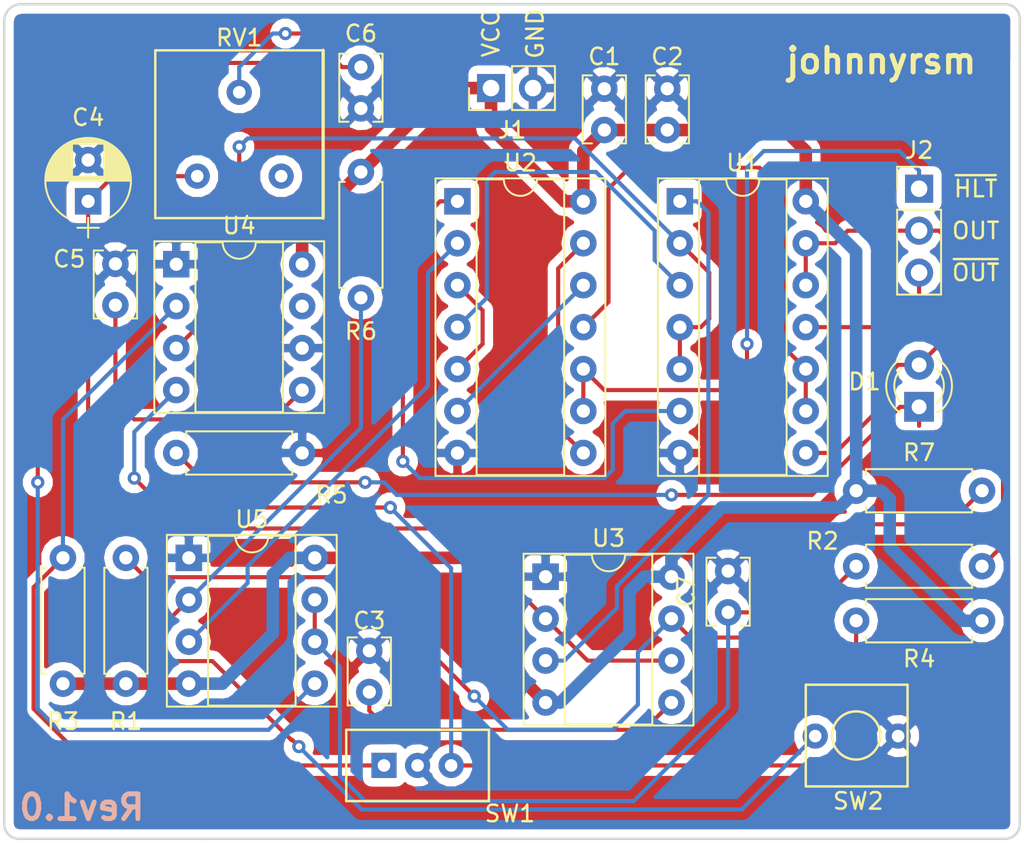
<source format=kicad_pcb>
(kicad_pcb (version 20171130) (host pcbnew 5.0.2-bee76a0~70~ubuntu16.04.1)

  (general
    (thickness 1.6)
    (drawings 19)
    (tracks 245)
    (zones 0)
    (modules 25)
    (nets 28)
  )

  (page A4)
  (layers
    (0 F.Cu signal)
    (31 B.Cu signal)
    (32 B.Adhes user)
    (33 F.Adhes user)
    (34 B.Paste user)
    (35 F.Paste user)
    (36 B.SilkS user)
    (37 F.SilkS user)
    (38 B.Mask user)
    (39 F.Mask user)
    (40 Dwgs.User user)
    (41 Cmts.User user)
    (42 Eco1.User user)
    (43 Eco2.User user)
    (44 Edge.Cuts user)
    (45 Margin user)
    (46 B.CrtYd user)
    (47 F.CrtYd user)
    (48 B.Fab user)
    (49 F.Fab user)
  )

  (setup
    (last_trace_width 0.25)
    (user_trace_width 0.762)
    (trace_clearance 0.25)
    (zone_clearance 0.508)
    (zone_45_only no)
    (trace_min 0.25)
    (segment_width 0.2)
    (edge_width 0.15)
    (via_size 0.8)
    (via_drill 0.4)
    (via_min_size 0.7)
    (via_min_drill 0.3)
    (uvia_size 0.3)
    (uvia_drill 0.1)
    (uvias_allowed no)
    (uvia_min_size 0.2)
    (uvia_min_drill 0.1)
    (pcb_text_width 0.3)
    (pcb_text_size 1.5 1.5)
    (mod_edge_width 0.15)
    (mod_text_size 1 1)
    (mod_text_width 0.15)
    (pad_size 1.524 1.524)
    (pad_drill 0.762)
    (pad_to_mask_clearance 0.25)
    (solder_mask_min_width 0.25)
    (aux_axis_origin 0 0)
    (visible_elements FFFFFF7F)
    (pcbplotparams
      (layerselection 0x310fc_ffffffff)
      (usegerberextensions true)
      (usegerberattributes false)
      (usegerberadvancedattributes false)
      (creategerberjobfile false)
      (excludeedgelayer true)
      (linewidth 0.100000)
      (plotframeref false)
      (viasonmask false)
      (mode 1)
      (useauxorigin false)
      (hpglpennumber 1)
      (hpglpenspeed 20)
      (hpglpendiameter 15.000000)
      (psnegative false)
      (psa4output false)
      (plotreference true)
      (plotvalue false)
      (plotinvisibletext false)
      (padsonsilk false)
      (subtractmaskfromsilk false)
      (outputformat 1)
      (mirror false)
      (drillshape 0)
      (scaleselection 1)
      (outputdirectory "Gerbers/"))
  )

  (net 0 "")
  (net 1 GND)
  (net 2 "Net-(C3-Pad1)")
  (net 3 "Net-(C4-Pad1)")
  (net 4 "Net-(C5-Pad1)")
  (net 5 VCC)
  (net 6 /OUT)
  (net 7 "Net-(D1-Pad1)")
  (net 8 /~OUT)
  (net 9 /HLT)
  (net 10 "Net-(U1-Pad3)")
  (net 11 "Net-(U2-Pad3)")
  (net 12 "Net-(C6-Pad1)")
  (net 13 "Net-(C7-Pad1)")
  (net 14 "Net-(R1-Pad2)")
  (net 15 "Net-(R2-Pad1)")
  (net 16 "Net-(R3-Pad1)")
  (net 17 "Net-(R4-Pad2)")
  (net 18 "Net-(R6-Pad2)")
  (net 19 "Net-(RV1-Pad3)")
  (net 20 "Net-(U1-Pad1)")
  (net 21 "Net-(U1-Pad2)")
  (net 22 "Net-(U1-Pad6)")
  (net 23 "Net-(U2-Pad13)")
  (net 24 "Net-(U2-Pad12)")
  (net 25 "Net-(U2-Pad2)")
  (net 26 "Net-(U4-Pad7)")
  (net 27 "Net-(U1-Pad10)")

  (net_class Default "This is the default net class."
    (clearance 0.25)
    (trace_width 0.25)
    (via_dia 0.8)
    (via_drill 0.4)
    (uvia_dia 0.3)
    (uvia_drill 0.1)
    (diff_pair_gap 0.25)
    (diff_pair_width 0.25)
    (add_net /HLT)
    (add_net /OUT)
    (add_net /~OUT)
    (add_net GND)
    (add_net "Net-(C3-Pad1)")
    (add_net "Net-(C4-Pad1)")
    (add_net "Net-(C5-Pad1)")
    (add_net "Net-(C6-Pad1)")
    (add_net "Net-(C7-Pad1)")
    (add_net "Net-(D1-Pad1)")
    (add_net "Net-(R1-Pad2)")
    (add_net "Net-(R2-Pad1)")
    (add_net "Net-(R3-Pad1)")
    (add_net "Net-(R4-Pad2)")
    (add_net "Net-(R6-Pad2)")
    (add_net "Net-(RV1-Pad3)")
    (add_net "Net-(U1-Pad1)")
    (add_net "Net-(U1-Pad10)")
    (add_net "Net-(U1-Pad2)")
    (add_net "Net-(U1-Pad3)")
    (add_net "Net-(U1-Pad6)")
    (add_net "Net-(U2-Pad12)")
    (add_net "Net-(U2-Pad13)")
    (add_net "Net-(U2-Pad2)")
    (add_net "Net-(U2-Pad3)")
    (add_net "Net-(U4-Pad7)")
    (add_net VCC)
  )

  (module Capacitors_THT:C_Rect_L4.0mm_W2.5mm_P2.50mm (layer F.Cu) (tedit 597BC7C2) (tstamp 5E172FD3)
    (at 128.27 85.09 90)
    (descr "C, Rect series, Radial, pin pitch=2.50mm, , length*width=4*2.5mm^2, Capacitor")
    (tags "C Rect series Radial pin pitch 2.50mm  length 4mm width 2.5mm Capacitor")
    (path /5CF68007)
    (fp_text reference C2 (at 4.445 0 180) (layer F.SilkS)
      (effects (font (size 1 1) (thickness 0.15)))
    )
    (fp_text value 0.1uF (at -1.651 0 180) (layer F.Fab)
      (effects (font (size 1 1) (thickness 0.15)))
    )
    (fp_line (start -0.75 -1.25) (end -0.75 1.25) (layer F.Fab) (width 0.1))
    (fp_line (start -0.75 1.25) (end 3.25 1.25) (layer F.Fab) (width 0.1))
    (fp_line (start 3.25 1.25) (end 3.25 -1.25) (layer F.Fab) (width 0.1))
    (fp_line (start 3.25 -1.25) (end -0.75 -1.25) (layer F.Fab) (width 0.1))
    (fp_line (start -0.81 -1.31) (end 3.31 -1.31) (layer F.SilkS) (width 0.12))
    (fp_line (start -0.81 1.31) (end 3.31 1.31) (layer F.SilkS) (width 0.12))
    (fp_line (start -0.81 -1.31) (end -0.81 -0.75) (layer F.SilkS) (width 0.12))
    (fp_line (start -0.81 0.75) (end -0.81 1.31) (layer F.SilkS) (width 0.12))
    (fp_line (start 3.31 -1.31) (end 3.31 -0.75) (layer F.SilkS) (width 0.12))
    (fp_line (start 3.31 0.75) (end 3.31 1.31) (layer F.SilkS) (width 0.12))
    (fp_line (start -1.1 -1.6) (end -1.1 1.6) (layer F.CrtYd) (width 0.05))
    (fp_line (start -1.1 1.6) (end 3.6 1.6) (layer F.CrtYd) (width 0.05))
    (fp_line (start 3.6 1.6) (end 3.6 -1.6) (layer F.CrtYd) (width 0.05))
    (fp_line (start 3.6 -1.6) (end -1.1 -1.6) (layer F.CrtYd) (width 0.05))
    (fp_text user %R (at 1.25 0 90) (layer F.Fab)
      (effects (font (size 1 1) (thickness 0.15)))
    )
    (pad 1 thru_hole circle (at 0 0 90) (size 1.6 1.6) (drill 0.8) (layers *.Cu *.Mask)
      (net 5 VCC))
    (pad 2 thru_hole circle (at 2.5 0 90) (size 1.6 1.6) (drill 0.8) (layers *.Cu *.Mask)
      (net 1 GND))
    (model ${KISYS3DMOD}/Capacitors_THT.3dshapes/C_Rect_L4.0mm_W2.5mm_P2.50mm.wrl
      (at (xyz 0 0 0))
      (scale (xyz 1 1 1))
      (rotate (xyz 0 0 0))
    )
  )

  (module Capacitors_THT:C_Rect_L4.0mm_W2.5mm_P2.50mm (layer F.Cu) (tedit 597BC7C2) (tstamp 5CF3952D)
    (at 110.236 119.126 90)
    (descr "C, Rect series, Radial, pin pitch=2.50mm, , length*width=4*2.5mm^2, Capacitor")
    (tags "C Rect series Radial pin pitch 2.50mm  length 4mm width 2.5mm Capacitor")
    (path /5CDA3442)
    (fp_text reference C3 (at 4.318 0 180) (layer F.SilkS)
      (effects (font (size 1 1) (thickness 0.15)))
    )
    (fp_text value 0.1uF (at 1.25 2.56 90) (layer F.Fab)
      (effects (font (size 1 1) (thickness 0.15)))
    )
    (fp_text user %R (at 1.25 0 90) (layer F.Fab)
      (effects (font (size 1 1) (thickness 0.15)))
    )
    (fp_line (start 3.6 -1.6) (end -1.1 -1.6) (layer F.CrtYd) (width 0.05))
    (fp_line (start 3.6 1.6) (end 3.6 -1.6) (layer F.CrtYd) (width 0.05))
    (fp_line (start -1.1 1.6) (end 3.6 1.6) (layer F.CrtYd) (width 0.05))
    (fp_line (start -1.1 -1.6) (end -1.1 1.6) (layer F.CrtYd) (width 0.05))
    (fp_line (start 3.31 0.75) (end 3.31 1.31) (layer F.SilkS) (width 0.12))
    (fp_line (start 3.31 -1.31) (end 3.31 -0.75) (layer F.SilkS) (width 0.12))
    (fp_line (start -0.81 0.75) (end -0.81 1.31) (layer F.SilkS) (width 0.12))
    (fp_line (start -0.81 -1.31) (end -0.81 -0.75) (layer F.SilkS) (width 0.12))
    (fp_line (start -0.81 1.31) (end 3.31 1.31) (layer F.SilkS) (width 0.12))
    (fp_line (start -0.81 -1.31) (end 3.31 -1.31) (layer F.SilkS) (width 0.12))
    (fp_line (start 3.25 -1.25) (end -0.75 -1.25) (layer F.Fab) (width 0.1))
    (fp_line (start 3.25 1.25) (end 3.25 -1.25) (layer F.Fab) (width 0.1))
    (fp_line (start -0.75 1.25) (end 3.25 1.25) (layer F.Fab) (width 0.1))
    (fp_line (start -0.75 -1.25) (end -0.75 1.25) (layer F.Fab) (width 0.1))
    (pad 2 thru_hole circle (at 2.5 0 90) (size 1.6 1.6) (drill 0.8) (layers *.Cu *.Mask)
      (net 1 GND))
    (pad 1 thru_hole circle (at 0 0 90) (size 1.6 1.6) (drill 0.8) (layers *.Cu *.Mask)
      (net 2 "Net-(C3-Pad1)"))
    (model ${KISYS3DMOD}/Capacitors_THT.3dshapes/C_Rect_L4.0mm_W2.5mm_P2.50mm.wrl
      (at (xyz 0 0 0))
      (scale (xyz 1 1 1))
      (rotate (xyz 0 0 0))
    )
  )

  (module Capacitors_THT:C_Rect_L4.0mm_W2.5mm_P2.50mm (layer F.Cu) (tedit 597BC7C2) (tstamp 5E172D41)
    (at 94.869 95.6945 90)
    (descr "C, Rect series, Radial, pin pitch=2.50mm, , length*width=4*2.5mm^2, Capacitor")
    (tags "C Rect series Radial pin pitch 2.50mm  length 4mm width 2.5mm Capacitor")
    (path /5CDA3506)
    (fp_text reference C5 (at 2.794 -2.794 -180) (layer F.SilkS)
      (effects (font (size 1 1) (thickness 0.15)))
    )
    (fp_text value .01uF (at 1.25 -3.81 -180) (layer F.Fab)
      (effects (font (size 1 1) (thickness 0.15)))
    )
    (fp_text user %R (at 1.25 0 90) (layer F.Fab)
      (effects (font (size 1 1) (thickness 0.15)))
    )
    (fp_line (start 3.6 -1.6) (end -1.1 -1.6) (layer F.CrtYd) (width 0.05))
    (fp_line (start 3.6 1.6) (end 3.6 -1.6) (layer F.CrtYd) (width 0.05))
    (fp_line (start -1.1 1.6) (end 3.6 1.6) (layer F.CrtYd) (width 0.05))
    (fp_line (start -1.1 -1.6) (end -1.1 1.6) (layer F.CrtYd) (width 0.05))
    (fp_line (start 3.31 0.75) (end 3.31 1.31) (layer F.SilkS) (width 0.12))
    (fp_line (start 3.31 -1.31) (end 3.31 -0.75) (layer F.SilkS) (width 0.12))
    (fp_line (start -0.81 0.75) (end -0.81 1.31) (layer F.SilkS) (width 0.12))
    (fp_line (start -0.81 -1.31) (end -0.81 -0.75) (layer F.SilkS) (width 0.12))
    (fp_line (start -0.81 1.31) (end 3.31 1.31) (layer F.SilkS) (width 0.12))
    (fp_line (start -0.81 -1.31) (end 3.31 -1.31) (layer F.SilkS) (width 0.12))
    (fp_line (start 3.25 -1.25) (end -0.75 -1.25) (layer F.Fab) (width 0.1))
    (fp_line (start 3.25 1.25) (end 3.25 -1.25) (layer F.Fab) (width 0.1))
    (fp_line (start -0.75 1.25) (end 3.25 1.25) (layer F.Fab) (width 0.1))
    (fp_line (start -0.75 -1.25) (end -0.75 1.25) (layer F.Fab) (width 0.1))
    (pad 2 thru_hole circle (at 2.5 0 90) (size 1.6 1.6) (drill 0.8) (layers *.Cu *.Mask)
      (net 1 GND))
    (pad 1 thru_hole circle (at 0 0 90) (size 1.6 1.6) (drill 0.8) (layers *.Cu *.Mask)
      (net 4 "Net-(C5-Pad1)"))
    (model ${KISYS3DMOD}/Capacitors_THT.3dshapes/C_Rect_L4.0mm_W2.5mm_P2.50mm.wrl
      (at (xyz 0 0 0))
      (scale (xyz 1 1 1))
      (rotate (xyz 0 0 0))
    )
  )

  (module Capacitors_THT:C_Rect_L4.0mm_W2.5mm_P2.50mm (layer F.Cu) (tedit 597BC7C2) (tstamp 5CF3F632)
    (at 109.728 81.28 270)
    (descr "C, Rect series, Radial, pin pitch=2.50mm, , length*width=4*2.5mm^2, Capacitor")
    (tags "C Rect series Radial pin pitch 2.50mm  length 4mm width 2.5mm Capacitor")
    (path /5CDA34C0)
    (fp_text reference C6 (at -2.032 0) (layer F.SilkS)
      (effects (font (size 1 1) (thickness 0.15)))
    )
    (fp_text value .01uF (at 1.25 -2.54 270) (layer F.Fab)
      (effects (font (size 1 1) (thickness 0.15)))
    )
    (fp_text user %R (at 1.25 0 270) (layer F.Fab)
      (effects (font (size 1 1) (thickness 0.15)))
    )
    (fp_line (start 3.6 -1.6) (end -1.1 -1.6) (layer F.CrtYd) (width 0.05))
    (fp_line (start 3.6 1.6) (end 3.6 -1.6) (layer F.CrtYd) (width 0.05))
    (fp_line (start -1.1 1.6) (end 3.6 1.6) (layer F.CrtYd) (width 0.05))
    (fp_line (start -1.1 -1.6) (end -1.1 1.6) (layer F.CrtYd) (width 0.05))
    (fp_line (start 3.31 0.75) (end 3.31 1.31) (layer F.SilkS) (width 0.12))
    (fp_line (start 3.31 -1.31) (end 3.31 -0.75) (layer F.SilkS) (width 0.12))
    (fp_line (start -0.81 0.75) (end -0.81 1.31) (layer F.SilkS) (width 0.12))
    (fp_line (start -0.81 -1.31) (end -0.81 -0.75) (layer F.SilkS) (width 0.12))
    (fp_line (start -0.81 1.31) (end 3.31 1.31) (layer F.SilkS) (width 0.12))
    (fp_line (start -0.81 -1.31) (end 3.31 -1.31) (layer F.SilkS) (width 0.12))
    (fp_line (start 3.25 -1.25) (end -0.75 -1.25) (layer F.Fab) (width 0.1))
    (fp_line (start 3.25 1.25) (end 3.25 -1.25) (layer F.Fab) (width 0.1))
    (fp_line (start -0.75 1.25) (end 3.25 1.25) (layer F.Fab) (width 0.1))
    (fp_line (start -0.75 -1.25) (end -0.75 1.25) (layer F.Fab) (width 0.1))
    (pad 2 thru_hole circle (at 2.5 0 270) (size 1.6 1.6) (drill 0.8) (layers *.Cu *.Mask)
      (net 1 GND))
    (pad 1 thru_hole circle (at 0 0 270) (size 1.6 1.6) (drill 0.8) (layers *.Cu *.Mask)
      (net 12 "Net-(C6-Pad1)"))
    (model ${KISYS3DMOD}/Capacitors_THT.3dshapes/C_Rect_L4.0mm_W2.5mm_P2.50mm.wrl
      (at (xyz 0 0 0))
      (scale (xyz 1 1 1))
      (rotate (xyz 0 0 0))
    )
  )

  (module Capacitors_THT:C_Rect_L4.0mm_W2.5mm_P2.50mm (layer F.Cu) (tedit 597BC7C2) (tstamp 5E173867)
    (at 131.953 114.3 90)
    (descr "C, Rect series, Radial, pin pitch=2.50mm, , length*width=4*2.5mm^2, Capacitor")
    (tags "C Rect series Radial pin pitch 2.50mm  length 4mm width 2.5mm Capacitor")
    (path /5CDA3482)
    (fp_text reference C7 (at 1.27 -2.54 90) (layer F.SilkS)
      (effects (font (size 1 1) (thickness 0.15)))
    )
    (fp_text value 0.1uF (at -3.302 -0.254 90) (layer F.Fab)
      (effects (font (size 1 1) (thickness 0.15)))
    )
    (fp_line (start -0.75 -1.25) (end -0.75 1.25) (layer F.Fab) (width 0.1))
    (fp_line (start -0.75 1.25) (end 3.25 1.25) (layer F.Fab) (width 0.1))
    (fp_line (start 3.25 1.25) (end 3.25 -1.25) (layer F.Fab) (width 0.1))
    (fp_line (start 3.25 -1.25) (end -0.75 -1.25) (layer F.Fab) (width 0.1))
    (fp_line (start -0.81 -1.31) (end 3.31 -1.31) (layer F.SilkS) (width 0.12))
    (fp_line (start -0.81 1.31) (end 3.31 1.31) (layer F.SilkS) (width 0.12))
    (fp_line (start -0.81 -1.31) (end -0.81 -0.75) (layer F.SilkS) (width 0.12))
    (fp_line (start -0.81 0.75) (end -0.81 1.31) (layer F.SilkS) (width 0.12))
    (fp_line (start 3.31 -1.31) (end 3.31 -0.75) (layer F.SilkS) (width 0.12))
    (fp_line (start 3.31 0.75) (end 3.31 1.31) (layer F.SilkS) (width 0.12))
    (fp_line (start -1.1 -1.6) (end -1.1 1.6) (layer F.CrtYd) (width 0.05))
    (fp_line (start -1.1 1.6) (end 3.6 1.6) (layer F.CrtYd) (width 0.05))
    (fp_line (start 3.6 1.6) (end 3.6 -1.6) (layer F.CrtYd) (width 0.05))
    (fp_line (start 3.6 -1.6) (end -1.1 -1.6) (layer F.CrtYd) (width 0.05))
    (fp_text user %R (at 1.25 0 90) (layer F.Fab)
      (effects (font (size 1 1) (thickness 0.15)))
    )
    (pad 1 thru_hole circle (at 0 0 90) (size 1.6 1.6) (drill 0.8) (layers *.Cu *.Mask)
      (net 13 "Net-(C7-Pad1)"))
    (pad 2 thru_hole circle (at 2.5 0 90) (size 1.6 1.6) (drill 0.8) (layers *.Cu *.Mask)
      (net 1 GND))
    (model ${KISYS3DMOD}/Capacitors_THT.3dshapes/C_Rect_L4.0mm_W2.5mm_P2.50mm.wrl
      (at (xyz 0 0 0))
      (scale (xyz 1 1 1))
      (rotate (xyz 0 0 0))
    )
  )

  (module LEDs:LED_D3.0mm (layer F.Cu) (tedit 587A3A7B) (tstamp 5CF42555)
    (at 143.51 101.854 90)
    (descr "LED, diameter 3.0mm, 2 pins")
    (tags "LED diameter 3.0mm 2 pins")
    (path /5CE5D7BA)
    (fp_text reference D1 (at 1.524 -3.302 180) (layer F.SilkS)
      (effects (font (size 1 1) (thickness 0.15)))
    )
    (fp_text value Red (at 1.27 2.96 90) (layer F.Fab)
      (effects (font (size 1 1) (thickness 0.15)))
    )
    (fp_line (start 3.7 -2.25) (end -1.15 -2.25) (layer F.CrtYd) (width 0.05))
    (fp_line (start 3.7 2.25) (end 3.7 -2.25) (layer F.CrtYd) (width 0.05))
    (fp_line (start -1.15 2.25) (end 3.7 2.25) (layer F.CrtYd) (width 0.05))
    (fp_line (start -1.15 -2.25) (end -1.15 2.25) (layer F.CrtYd) (width 0.05))
    (fp_line (start -0.29 1.08) (end -0.29 1.236) (layer F.SilkS) (width 0.12))
    (fp_line (start -0.29 -1.236) (end -0.29 -1.08) (layer F.SilkS) (width 0.12))
    (fp_line (start -0.23 -1.16619) (end -0.23 1.16619) (layer F.Fab) (width 0.1))
    (fp_circle (center 1.27 0) (end 2.77 0) (layer F.Fab) (width 0.1))
    (fp_arc (start 1.27 0) (end 0.229039 1.08) (angle -87.9) (layer F.SilkS) (width 0.12))
    (fp_arc (start 1.27 0) (end 0.229039 -1.08) (angle 87.9) (layer F.SilkS) (width 0.12))
    (fp_arc (start 1.27 0) (end -0.29 1.235516) (angle -108.8) (layer F.SilkS) (width 0.12))
    (fp_arc (start 1.27 0) (end -0.29 -1.235516) (angle 108.8) (layer F.SilkS) (width 0.12))
    (fp_arc (start 1.27 0) (end -0.23 -1.16619) (angle 284.3) (layer F.Fab) (width 0.1))
    (pad 2 thru_hole circle (at 2.54 0 90) (size 1.8 1.8) (drill 0.9) (layers *.Cu *.Mask)
      (net 6 /OUT))
    (pad 1 thru_hole rect (at 0 0 90) (size 1.8 1.8) (drill 0.9) (layers *.Cu *.Mask)
      (net 7 "Net-(D1-Pad1)"))
    (model ${KISYS3DMOD}/LEDs.3dshapes/LED_D3.0mm.wrl
      (at (xyz 0 0 0))
      (scale (xyz 0.393701 0.393701 0.393701))
      (rotate (xyz 0 0 0))
    )
  )

  (module Pin_Headers:Pin_Header_Straight_1x02_Pitch2.54mm (layer F.Cu) (tedit 59650532) (tstamp 5DB04BD6)
    (at 117.602 82.55 90)
    (descr "Through hole straight pin header, 1x02, 2.54mm pitch, single row")
    (tags "Through hole pin header THT 1x02 2.54mm single row")
    (path /5CF1870E)
    (fp_text reference J1 (at -2.54 1.27 180) (layer F.SilkS)
      (effects (font (size 1 1) (thickness 0.15)))
    )
    (fp_text value Conn_01x02 (at -2.54 1.27 180) (layer F.Fab)
      (effects (font (size 1 1) (thickness 0.15)))
    )
    (fp_text user %R (at 0 1.27 180) (layer F.Fab)
      (effects (font (size 1 1) (thickness 0.15)))
    )
    (fp_line (start 1.8 -1.8) (end -1.8 -1.8) (layer F.CrtYd) (width 0.05))
    (fp_line (start 1.8 4.35) (end 1.8 -1.8) (layer F.CrtYd) (width 0.05))
    (fp_line (start -1.8 4.35) (end 1.8 4.35) (layer F.CrtYd) (width 0.05))
    (fp_line (start -1.8 -1.8) (end -1.8 4.35) (layer F.CrtYd) (width 0.05))
    (fp_line (start -1.33 -1.33) (end 0 -1.33) (layer F.SilkS) (width 0.12))
    (fp_line (start -1.33 0) (end -1.33 -1.33) (layer F.SilkS) (width 0.12))
    (fp_line (start -1.33 1.27) (end 1.33 1.27) (layer F.SilkS) (width 0.12))
    (fp_line (start 1.33 1.27) (end 1.33 3.87) (layer F.SilkS) (width 0.12))
    (fp_line (start -1.33 1.27) (end -1.33 3.87) (layer F.SilkS) (width 0.12))
    (fp_line (start -1.33 3.87) (end 1.33 3.87) (layer F.SilkS) (width 0.12))
    (fp_line (start -1.27 -0.635) (end -0.635 -1.27) (layer F.Fab) (width 0.1))
    (fp_line (start -1.27 3.81) (end -1.27 -0.635) (layer F.Fab) (width 0.1))
    (fp_line (start 1.27 3.81) (end -1.27 3.81) (layer F.Fab) (width 0.1))
    (fp_line (start 1.27 -1.27) (end 1.27 3.81) (layer F.Fab) (width 0.1))
    (fp_line (start -0.635 -1.27) (end 1.27 -1.27) (layer F.Fab) (width 0.1))
    (pad 2 thru_hole oval (at 0 2.54 90) (size 1.7 1.7) (drill 1) (layers *.Cu *.Mask)
      (net 1 GND))
    (pad 1 thru_hole rect (at 0 0 90) (size 1.7 1.7) (drill 1) (layers *.Cu *.Mask)
      (net 5 VCC))
    (model ${KISYS3DMOD}/Pin_Headers.3dshapes/Pin_Header_Straight_1x02_Pitch2.54mm.wrl
      (at (xyz 0 0 0))
      (scale (xyz 1 1 1))
      (rotate (xyz 0 0 0))
    )
  )

  (module Pin_Headers:Pin_Header_Straight_1x03_Pitch2.54mm (layer F.Cu) (tedit 59650532) (tstamp 5CF40E20)
    (at 143.51 88.646)
    (descr "Through hole straight pin header, 1x03, 2.54mm pitch, single row")
    (tags "Through hole pin header THT 1x03 2.54mm single row")
    (path /5CF5DEAC)
    (fp_text reference J2 (at 0 -2.33) (layer F.SilkS)
      (effects (font (size 1 1) (thickness 0.15)))
    )
    (fp_text value Conn_01x03 (at 0 7.41) (layer F.Fab)
      (effects (font (size 1 1) (thickness 0.15)))
    )
    (fp_text user %R (at 0 2.54 90) (layer F.Fab)
      (effects (font (size 1 1) (thickness 0.15)))
    )
    (fp_line (start 1.8 -1.8) (end -1.8 -1.8) (layer F.CrtYd) (width 0.05))
    (fp_line (start 1.8 6.85) (end 1.8 -1.8) (layer F.CrtYd) (width 0.05))
    (fp_line (start -1.8 6.85) (end 1.8 6.85) (layer F.CrtYd) (width 0.05))
    (fp_line (start -1.8 -1.8) (end -1.8 6.85) (layer F.CrtYd) (width 0.05))
    (fp_line (start -1.33 -1.33) (end 0 -1.33) (layer F.SilkS) (width 0.12))
    (fp_line (start -1.33 0) (end -1.33 -1.33) (layer F.SilkS) (width 0.12))
    (fp_line (start -1.33 1.27) (end 1.33 1.27) (layer F.SilkS) (width 0.12))
    (fp_line (start 1.33 1.27) (end 1.33 6.41) (layer F.SilkS) (width 0.12))
    (fp_line (start -1.33 1.27) (end -1.33 6.41) (layer F.SilkS) (width 0.12))
    (fp_line (start -1.33 6.41) (end 1.33 6.41) (layer F.SilkS) (width 0.12))
    (fp_line (start -1.27 -0.635) (end -0.635 -1.27) (layer F.Fab) (width 0.1))
    (fp_line (start -1.27 6.35) (end -1.27 -0.635) (layer F.Fab) (width 0.1))
    (fp_line (start 1.27 6.35) (end -1.27 6.35) (layer F.Fab) (width 0.1))
    (fp_line (start 1.27 -1.27) (end 1.27 6.35) (layer F.Fab) (width 0.1))
    (fp_line (start -0.635 -1.27) (end 1.27 -1.27) (layer F.Fab) (width 0.1))
    (pad 3 thru_hole oval (at 0 5.08) (size 1.7 1.7) (drill 1) (layers *.Cu *.Mask)
      (net 8 /~OUT))
    (pad 2 thru_hole oval (at 0 2.54) (size 1.7 1.7) (drill 1) (layers *.Cu *.Mask)
      (net 6 /OUT))
    (pad 1 thru_hole rect (at 0 0) (size 1.7 1.7) (drill 1) (layers *.Cu *.Mask)
      (net 9 /HLT))
    (model ${KISYS3DMOD}/Pin_Headers.3dshapes/Pin_Header_Straight_1x03_Pitch2.54mm.wrl
      (at (xyz 0 0 0))
      (scale (xyz 1 1 1))
      (rotate (xyz 0 0 0))
    )
  )

  (module Resistors_THT:R_Axial_DIN0207_L6.3mm_D2.5mm_P7.62mm_Horizontal (layer F.Cu) (tedit 5874F706) (tstamp 5CF4038B)
    (at 95.504 118.618 90)
    (descr "Resistor, Axial_DIN0207 series, Axial, Horizontal, pin pitch=7.62mm, 0.25W = 1/4W, length*diameter=6.3*2.5mm^2, http://cdn-reichelt.de/documents/datenblatt/B400/1_4W%23YAG.pdf")
    (tags "Resistor Axial_DIN0207 series Axial Horizontal pin pitch 7.62mm 0.25W = 1/4W length 6.3mm diameter 2.5mm")
    (path /5CDA3645)
    (fp_text reference R1 (at -2.286 0 180) (layer F.SilkS)
      (effects (font (size 1 1) (thickness 0.15)))
    )
    (fp_text value 1k (at 3.81 0 90) (layer F.Fab)
      (effects (font (size 1 1) (thickness 0.15)))
    )
    (fp_line (start 0.66 -1.25) (end 0.66 1.25) (layer F.Fab) (width 0.1))
    (fp_line (start 0.66 1.25) (end 6.96 1.25) (layer F.Fab) (width 0.1))
    (fp_line (start 6.96 1.25) (end 6.96 -1.25) (layer F.Fab) (width 0.1))
    (fp_line (start 6.96 -1.25) (end 0.66 -1.25) (layer F.Fab) (width 0.1))
    (fp_line (start 0 0) (end 0.66 0) (layer F.Fab) (width 0.1))
    (fp_line (start 7.62 0) (end 6.96 0) (layer F.Fab) (width 0.1))
    (fp_line (start 0.6 -0.98) (end 0.6 -1.31) (layer F.SilkS) (width 0.12))
    (fp_line (start 0.6 -1.31) (end 7.02 -1.31) (layer F.SilkS) (width 0.12))
    (fp_line (start 7.02 -1.31) (end 7.02 -0.98) (layer F.SilkS) (width 0.12))
    (fp_line (start 0.6 0.98) (end 0.6 1.31) (layer F.SilkS) (width 0.12))
    (fp_line (start 0.6 1.31) (end 7.02 1.31) (layer F.SilkS) (width 0.12))
    (fp_line (start 7.02 1.31) (end 7.02 0.98) (layer F.SilkS) (width 0.12))
    (fp_line (start -1.05 -1.6) (end -1.05 1.6) (layer F.CrtYd) (width 0.05))
    (fp_line (start -1.05 1.6) (end 8.7 1.6) (layer F.CrtYd) (width 0.05))
    (fp_line (start 8.7 1.6) (end 8.7 -1.6) (layer F.CrtYd) (width 0.05))
    (fp_line (start 8.7 -1.6) (end -1.05 -1.6) (layer F.CrtYd) (width 0.05))
    (pad 1 thru_hole circle (at 0 0 90) (size 1.6 1.6) (drill 0.8) (layers *.Cu *.Mask)
      (net 5 VCC))
    (pad 2 thru_hole oval (at 7.62 0 90) (size 1.6 1.6) (drill 0.8) (layers *.Cu *.Mask)
      (net 14 "Net-(R1-Pad2)"))
    (model ${KISYS3DMOD}/Resistors_THT.3dshapes/R_Axial_DIN0207_L6.3mm_D2.5mm_P7.62mm_Horizontal.wrl
      (at (xyz 0 0 0))
      (scale (xyz 0.393701 0.393701 0.393701))
      (rotate (xyz 0 0 0))
    )
  )

  (module Resistors_THT:R_Axial_DIN0207_L6.3mm_D2.5mm_P7.62mm_Horizontal (layer F.Cu) (tedit 5874F706) (tstamp 5CF42E32)
    (at 147.32 111.506 180)
    (descr "Resistor, Axial_DIN0207 series, Axial, Horizontal, pin pitch=7.62mm, 0.25W = 1/4W, length*diameter=6.3*2.5mm^2, http://cdn-reichelt.de/documents/datenblatt/B400/1_4W%23YAG.pdf")
    (tags "Resistor Axial_DIN0207 series Axial Horizontal pin pitch 7.62mm 0.25W = 1/4W length 6.3mm diameter 2.5mm")
    (path /5CDA35E3)
    (fp_text reference R2 (at 9.652 1.524 180) (layer F.SilkS)
      (effects (font (size 1 1) (thickness 0.15)))
    )
    (fp_text value 1k (at 3.81 0 180) (layer F.Fab)
      (effects (font (size 1 1) (thickness 0.15)))
    )
    (fp_line (start 0.66 -1.25) (end 0.66 1.25) (layer F.Fab) (width 0.1))
    (fp_line (start 0.66 1.25) (end 6.96 1.25) (layer F.Fab) (width 0.1))
    (fp_line (start 6.96 1.25) (end 6.96 -1.25) (layer F.Fab) (width 0.1))
    (fp_line (start 6.96 -1.25) (end 0.66 -1.25) (layer F.Fab) (width 0.1))
    (fp_line (start 0 0) (end 0.66 0) (layer F.Fab) (width 0.1))
    (fp_line (start 7.62 0) (end 6.96 0) (layer F.Fab) (width 0.1))
    (fp_line (start 0.6 -0.98) (end 0.6 -1.31) (layer F.SilkS) (width 0.12))
    (fp_line (start 0.6 -1.31) (end 7.02 -1.31) (layer F.SilkS) (width 0.12))
    (fp_line (start 7.02 -1.31) (end 7.02 -0.98) (layer F.SilkS) (width 0.12))
    (fp_line (start 0.6 0.98) (end 0.6 1.31) (layer F.SilkS) (width 0.12))
    (fp_line (start 0.6 1.31) (end 7.02 1.31) (layer F.SilkS) (width 0.12))
    (fp_line (start 7.02 1.31) (end 7.02 0.98) (layer F.SilkS) (width 0.12))
    (fp_line (start -1.05 -1.6) (end -1.05 1.6) (layer F.CrtYd) (width 0.05))
    (fp_line (start -1.05 1.6) (end 8.7 1.6) (layer F.CrtYd) (width 0.05))
    (fp_line (start 8.7 1.6) (end 8.7 -1.6) (layer F.CrtYd) (width 0.05))
    (fp_line (start 8.7 -1.6) (end -1.05 -1.6) (layer F.CrtYd) (width 0.05))
    (pad 1 thru_hole circle (at 0 0 180) (size 1.6 1.6) (drill 0.8) (layers *.Cu *.Mask)
      (net 15 "Net-(R2-Pad1)"))
    (pad 2 thru_hole oval (at 7.62 0 180) (size 1.6 1.6) (drill 0.8) (layers *.Cu *.Mask)
      (net 14 "Net-(R1-Pad2)"))
    (model ${KISYS3DMOD}/Resistors_THT.3dshapes/R_Axial_DIN0207_L6.3mm_D2.5mm_P7.62mm_Horizontal.wrl
      (at (xyz 0 0 0))
      (scale (xyz 0.393701 0.393701 0.393701))
      (rotate (xyz 0 0 0))
    )
  )

  (module Resistors_THT:R_Axial_DIN0207_L6.3mm_D2.5mm_P7.62mm_Horizontal (layer F.Cu) (tedit 5874F706) (tstamp 5E17348D)
    (at 91.694 110.998 270)
    (descr "Resistor, Axial_DIN0207 series, Axial, Horizontal, pin pitch=7.62mm, 0.25W = 1/4W, length*diameter=6.3*2.5mm^2, http://cdn-reichelt.de/documents/datenblatt/B400/1_4W%23YAG.pdf")
    (tags "Resistor Axial_DIN0207 series Axial Horizontal pin pitch 7.62mm 0.25W = 1/4W length 6.3mm diameter 2.5mm")
    (path /5CDA373F)
    (fp_text reference R3 (at 9.906 0) (layer F.SilkS)
      (effects (font (size 1 1) (thickness 0.15)))
    )
    (fp_text value 1k (at 3.556 0 270) (layer F.Fab)
      (effects (font (size 1 1) (thickness 0.15)))
    )
    (fp_line (start 8.7 -1.6) (end -1.05 -1.6) (layer F.CrtYd) (width 0.05))
    (fp_line (start 8.7 1.6) (end 8.7 -1.6) (layer F.CrtYd) (width 0.05))
    (fp_line (start -1.05 1.6) (end 8.7 1.6) (layer F.CrtYd) (width 0.05))
    (fp_line (start -1.05 -1.6) (end -1.05 1.6) (layer F.CrtYd) (width 0.05))
    (fp_line (start 7.02 1.31) (end 7.02 0.98) (layer F.SilkS) (width 0.12))
    (fp_line (start 0.6 1.31) (end 7.02 1.31) (layer F.SilkS) (width 0.12))
    (fp_line (start 0.6 0.98) (end 0.6 1.31) (layer F.SilkS) (width 0.12))
    (fp_line (start 7.02 -1.31) (end 7.02 -0.98) (layer F.SilkS) (width 0.12))
    (fp_line (start 0.6 -1.31) (end 7.02 -1.31) (layer F.SilkS) (width 0.12))
    (fp_line (start 0.6 -0.98) (end 0.6 -1.31) (layer F.SilkS) (width 0.12))
    (fp_line (start 7.62 0) (end 6.96 0) (layer F.Fab) (width 0.1))
    (fp_line (start 0 0) (end 0.66 0) (layer F.Fab) (width 0.1))
    (fp_line (start 6.96 -1.25) (end 0.66 -1.25) (layer F.Fab) (width 0.1))
    (fp_line (start 6.96 1.25) (end 6.96 -1.25) (layer F.Fab) (width 0.1))
    (fp_line (start 0.66 1.25) (end 6.96 1.25) (layer F.Fab) (width 0.1))
    (fp_line (start 0.66 -1.25) (end 0.66 1.25) (layer F.Fab) (width 0.1))
    (pad 2 thru_hole oval (at 7.62 0 270) (size 1.6 1.6) (drill 0.8) (layers *.Cu *.Mask)
      (net 5 VCC))
    (pad 1 thru_hole circle (at 0 0 270) (size 1.6 1.6) (drill 0.8) (layers *.Cu *.Mask)
      (net 16 "Net-(R3-Pad1)"))
    (model ${KISYS3DMOD}/Resistors_THT.3dshapes/R_Axial_DIN0207_L6.3mm_D2.5mm_P7.62mm_Horizontal.wrl
      (at (xyz 0 0 0))
      (scale (xyz 0.393701 0.393701 0.393701))
      (rotate (xyz 0 0 0))
    )
  )

  (module Resistors_THT:R_Axial_DIN0207_L6.3mm_D2.5mm_P7.62mm_Horizontal (layer F.Cu) (tedit 5874F706) (tstamp 5CF3EB87)
    (at 147.32 114.808 180)
    (descr "Resistor, Axial_DIN0207 series, Axial, Horizontal, pin pitch=7.62mm, 0.25W = 1/4W, length*diameter=6.3*2.5mm^2, http://cdn-reichelt.de/documents/datenblatt/B400/1_4W%23YAG.pdf")
    (tags "Resistor Axial_DIN0207 series Axial Horizontal pin pitch 7.62mm 0.25W = 1/4W length 6.3mm diameter 2.5mm")
    (path /5CDA36EF)
    (fp_text reference R4 (at 3.81 -2.31 180) (layer F.SilkS)
      (effects (font (size 1 1) (thickness 0.15)))
    )
    (fp_text value 1k (at 3.81 0 180) (layer F.Fab)
      (effects (font (size 1 1) (thickness 0.15)))
    )
    (fp_line (start 8.7 -1.6) (end -1.05 -1.6) (layer F.CrtYd) (width 0.05))
    (fp_line (start 8.7 1.6) (end 8.7 -1.6) (layer F.CrtYd) (width 0.05))
    (fp_line (start -1.05 1.6) (end 8.7 1.6) (layer F.CrtYd) (width 0.05))
    (fp_line (start -1.05 -1.6) (end -1.05 1.6) (layer F.CrtYd) (width 0.05))
    (fp_line (start 7.02 1.31) (end 7.02 0.98) (layer F.SilkS) (width 0.12))
    (fp_line (start 0.6 1.31) (end 7.02 1.31) (layer F.SilkS) (width 0.12))
    (fp_line (start 0.6 0.98) (end 0.6 1.31) (layer F.SilkS) (width 0.12))
    (fp_line (start 7.02 -1.31) (end 7.02 -0.98) (layer F.SilkS) (width 0.12))
    (fp_line (start 0.6 -1.31) (end 7.02 -1.31) (layer F.SilkS) (width 0.12))
    (fp_line (start 0.6 -0.98) (end 0.6 -1.31) (layer F.SilkS) (width 0.12))
    (fp_line (start 7.62 0) (end 6.96 0) (layer F.Fab) (width 0.1))
    (fp_line (start 0 0) (end 0.66 0) (layer F.Fab) (width 0.1))
    (fp_line (start 6.96 -1.25) (end 0.66 -1.25) (layer F.Fab) (width 0.1))
    (fp_line (start 6.96 1.25) (end 6.96 -1.25) (layer F.Fab) (width 0.1))
    (fp_line (start 0.66 1.25) (end 6.96 1.25) (layer F.Fab) (width 0.1))
    (fp_line (start 0.66 -1.25) (end 0.66 1.25) (layer F.Fab) (width 0.1))
    (pad 2 thru_hole oval (at 7.62 0 180) (size 1.6 1.6) (drill 0.8) (layers *.Cu *.Mask)
      (net 17 "Net-(R4-Pad2)"))
    (pad 1 thru_hole circle (at 0 0 180) (size 1.6 1.6) (drill 0.8) (layers *.Cu *.Mask)
      (net 5 VCC))
    (model ${KISYS3DMOD}/Resistors_THT.3dshapes/R_Axial_DIN0207_L6.3mm_D2.5mm_P7.62mm_Horizontal.wrl
      (at (xyz 0 0 0))
      (scale (xyz 0.393701 0.393701 0.393701))
      (rotate (xyz 0 0 0))
    )
  )

  (module Resistors_THT:R_Axial_DIN0207_L6.3mm_D2.5mm_P7.62mm_Horizontal (layer F.Cu) (tedit 5874F706) (tstamp 5CF3F5A8)
    (at 98.552 104.648)
    (descr "Resistor, Axial_DIN0207 series, Axial, Horizontal, pin pitch=7.62mm, 0.25W = 1/4W, length*diameter=6.3*2.5mm^2, http://cdn-reichelt.de/documents/datenblatt/B400/1_4W%23YAG.pdf")
    (tags "Resistor Axial_DIN0207 series Axial Horizontal pin pitch 7.62mm 0.25W = 1/4W length 6.3mm diameter 2.5mm")
    (path /5CE5DE72)
    (fp_text reference R5 (at 9.398 2.54) (layer F.SilkS)
      (effects (font (size 1 1) (thickness 0.15)))
    )
    (fp_text value 330 (at 3.81 0) (layer F.Fab)
      (effects (font (size 1 1) (thickness 0.15)))
    )
    (fp_line (start 8.7 -1.6) (end -1.05 -1.6) (layer F.CrtYd) (width 0.05))
    (fp_line (start 8.7 1.6) (end 8.7 -1.6) (layer F.CrtYd) (width 0.05))
    (fp_line (start -1.05 1.6) (end 8.7 1.6) (layer F.CrtYd) (width 0.05))
    (fp_line (start -1.05 -1.6) (end -1.05 1.6) (layer F.CrtYd) (width 0.05))
    (fp_line (start 7.02 1.31) (end 7.02 0.98) (layer F.SilkS) (width 0.12))
    (fp_line (start 0.6 1.31) (end 7.02 1.31) (layer F.SilkS) (width 0.12))
    (fp_line (start 0.6 0.98) (end 0.6 1.31) (layer F.SilkS) (width 0.12))
    (fp_line (start 7.02 -1.31) (end 7.02 -0.98) (layer F.SilkS) (width 0.12))
    (fp_line (start 0.6 -1.31) (end 7.02 -1.31) (layer F.SilkS) (width 0.12))
    (fp_line (start 0.6 -0.98) (end 0.6 -1.31) (layer F.SilkS) (width 0.12))
    (fp_line (start 7.62 0) (end 6.96 0) (layer F.Fab) (width 0.1))
    (fp_line (start 0 0) (end 0.66 0) (layer F.Fab) (width 0.1))
    (fp_line (start 6.96 -1.25) (end 0.66 -1.25) (layer F.Fab) (width 0.1))
    (fp_line (start 6.96 1.25) (end 6.96 -1.25) (layer F.Fab) (width 0.1))
    (fp_line (start 0.66 1.25) (end 6.96 1.25) (layer F.Fab) (width 0.1))
    (fp_line (start 0.66 -1.25) (end 0.66 1.25) (layer F.Fab) (width 0.1))
    (pad 2 thru_hole oval (at 7.62 0) (size 1.6 1.6) (drill 0.8) (layers *.Cu *.Mask)
      (net 1 GND))
    (pad 1 thru_hole circle (at 0 0) (size 1.6 1.6) (drill 0.8) (layers *.Cu *.Mask)
      (net 7 "Net-(D1-Pad1)"))
    (model ${KISYS3DMOD}/Resistors_THT.3dshapes/R_Axial_DIN0207_L6.3mm_D2.5mm_P7.62mm_Horizontal.wrl
      (at (xyz 0 0 0))
      (scale (xyz 0.393701 0.393701 0.393701))
      (rotate (xyz 0 0 0))
    )
  )

  (module Resistors_THT:R_Axial_DIN0207_L6.3mm_D2.5mm_P7.62mm_Horizontal (layer F.Cu) (tedit 5874F706) (tstamp 5CF42A61)
    (at 109.728 87.63 270)
    (descr "Resistor, Axial_DIN0207 series, Axial, Horizontal, pin pitch=7.62mm, 0.25W = 1/4W, length*diameter=6.3*2.5mm^2, http://cdn-reichelt.de/documents/datenblatt/B400/1_4W%23YAG.pdf")
    (tags "Resistor Axial_DIN0207 series Axial Horizontal pin pitch 7.62mm 0.25W = 1/4W length 6.3mm diameter 2.5mm")
    (path /5CDA369F)
    (fp_text reference R6 (at 9.652 0) (layer F.SilkS)
      (effects (font (size 1 1) (thickness 0.15)))
    )
    (fp_text value 1k (at 3.81 0 270) (layer F.Fab)
      (effects (font (size 1 1) (thickness 0.15)))
    )
    (fp_line (start 0.66 -1.25) (end 0.66 1.25) (layer F.Fab) (width 0.1))
    (fp_line (start 0.66 1.25) (end 6.96 1.25) (layer F.Fab) (width 0.1))
    (fp_line (start 6.96 1.25) (end 6.96 -1.25) (layer F.Fab) (width 0.1))
    (fp_line (start 6.96 -1.25) (end 0.66 -1.25) (layer F.Fab) (width 0.1))
    (fp_line (start 0 0) (end 0.66 0) (layer F.Fab) (width 0.1))
    (fp_line (start 7.62 0) (end 6.96 0) (layer F.Fab) (width 0.1))
    (fp_line (start 0.6 -0.98) (end 0.6 -1.31) (layer F.SilkS) (width 0.12))
    (fp_line (start 0.6 -1.31) (end 7.02 -1.31) (layer F.SilkS) (width 0.12))
    (fp_line (start 7.02 -1.31) (end 7.02 -0.98) (layer F.SilkS) (width 0.12))
    (fp_line (start 0.6 0.98) (end 0.6 1.31) (layer F.SilkS) (width 0.12))
    (fp_line (start 0.6 1.31) (end 7.02 1.31) (layer F.SilkS) (width 0.12))
    (fp_line (start 7.02 1.31) (end 7.02 0.98) (layer F.SilkS) (width 0.12))
    (fp_line (start -1.05 -1.6) (end -1.05 1.6) (layer F.CrtYd) (width 0.05))
    (fp_line (start -1.05 1.6) (end 8.7 1.6) (layer F.CrtYd) (width 0.05))
    (fp_line (start 8.7 1.6) (end 8.7 -1.6) (layer F.CrtYd) (width 0.05))
    (fp_line (start 8.7 -1.6) (end -1.05 -1.6) (layer F.CrtYd) (width 0.05))
    (pad 1 thru_hole circle (at 0 0 270) (size 1.6 1.6) (drill 0.8) (layers *.Cu *.Mask)
      (net 5 VCC))
    (pad 2 thru_hole oval (at 7.62 0 270) (size 1.6 1.6) (drill 0.8) (layers *.Cu *.Mask)
      (net 18 "Net-(R6-Pad2)"))
    (model ${KISYS3DMOD}/Resistors_THT.3dshapes/R_Axial_DIN0207_L6.3mm_D2.5mm_P7.62mm_Horizontal.wrl
      (at (xyz 0 0 0))
      (scale (xyz 0.393701 0.393701 0.393701))
      (rotate (xyz 0 0 0))
    )
  )

  (module Resistors_THT:R_Axial_DIN0207_L6.3mm_D2.5mm_P7.62mm_Horizontal (layer F.Cu) (tedit 5874F706) (tstamp 5CF40AFF)
    (at 139.7 106.934)
    (descr "Resistor, Axial_DIN0207 series, Axial, Horizontal, pin pitch=7.62mm, 0.25W = 1/4W, length*diameter=6.3*2.5mm^2, http://cdn-reichelt.de/documents/datenblatt/B400/1_4W%23YAG.pdf")
    (tags "Resistor Axial_DIN0207 series Axial Horizontal pin pitch 7.62mm 0.25W = 1/4W length 6.3mm diameter 2.5mm")
    (path /5CDA3579)
    (fp_text reference R7 (at 3.81 -2.31) (layer F.SilkS)
      (effects (font (size 1 1) (thickness 0.15)))
    )
    (fp_text value 1M (at 3.81 0) (layer F.Fab)
      (effects (font (size 1 1) (thickness 0.15)))
    )
    (fp_line (start 8.7 -1.6) (end -1.05 -1.6) (layer F.CrtYd) (width 0.05))
    (fp_line (start 8.7 1.6) (end 8.7 -1.6) (layer F.CrtYd) (width 0.05))
    (fp_line (start -1.05 1.6) (end 8.7 1.6) (layer F.CrtYd) (width 0.05))
    (fp_line (start -1.05 -1.6) (end -1.05 1.6) (layer F.CrtYd) (width 0.05))
    (fp_line (start 7.02 1.31) (end 7.02 0.98) (layer F.SilkS) (width 0.12))
    (fp_line (start 0.6 1.31) (end 7.02 1.31) (layer F.SilkS) (width 0.12))
    (fp_line (start 0.6 0.98) (end 0.6 1.31) (layer F.SilkS) (width 0.12))
    (fp_line (start 7.02 -1.31) (end 7.02 -0.98) (layer F.SilkS) (width 0.12))
    (fp_line (start 0.6 -1.31) (end 7.02 -1.31) (layer F.SilkS) (width 0.12))
    (fp_line (start 0.6 -0.98) (end 0.6 -1.31) (layer F.SilkS) (width 0.12))
    (fp_line (start 7.62 0) (end 6.96 0) (layer F.Fab) (width 0.1))
    (fp_line (start 0 0) (end 0.66 0) (layer F.Fab) (width 0.1))
    (fp_line (start 6.96 -1.25) (end 0.66 -1.25) (layer F.Fab) (width 0.1))
    (fp_line (start 6.96 1.25) (end 6.96 -1.25) (layer F.Fab) (width 0.1))
    (fp_line (start 0.66 1.25) (end 6.96 1.25) (layer F.Fab) (width 0.1))
    (fp_line (start 0.66 -1.25) (end 0.66 1.25) (layer F.Fab) (width 0.1))
    (pad 2 thru_hole oval (at 7.62 0) (size 1.6 1.6) (drill 0.8) (layers *.Cu *.Mask)
      (net 13 "Net-(C7-Pad1)"))
    (pad 1 thru_hole circle (at 0 0) (size 1.6 1.6) (drill 0.8) (layers *.Cu *.Mask)
      (net 5 VCC))
    (model ${KISYS3DMOD}/Resistors_THT.3dshapes/R_Axial_DIN0207_L6.3mm_D2.5mm_P7.62mm_Horizontal.wrl
      (at (xyz 0 0 0))
      (scale (xyz 0.393701 0.393701 0.393701))
      (rotate (xyz 0 0 0))
    )
  )

  (module digikey-footprints:Trimpot_Bourns_3386 (layer F.Cu) (tedit 5B56367A) (tstamp 5CF3F3ED)
    (at 97.282 80.264 180)
    (path /5CDA37EA)
    (fp_text reference RV1 (at -5.08 0.762 180) (layer F.SilkS)
      (effects (font (size 1 1) (thickness 0.15)))
    )
    (fp_text value 10k (at -5.08 -5.08 180) (layer F.Fab)
      (effects (font (size 1 1) (thickness 0.15)))
    )
    (fp_line (start -10.16 -10.16) (end -10.16 0) (layer F.Fab) (width 0.1016))
    (fp_line (start 0 -10.16) (end -10.16 -10.16) (layer F.Fab) (width 0.1016))
    (fp_line (start -10.16 -10.16) (end 0 -10.16) (layer F.SilkS) (width 0.15))
    (fp_line (start 0 -10.16) (end 0 0) (layer F.Fab) (width 0.1016))
    (fp_line (start 0 0) (end -10.16 0) (layer F.Fab) (width 0.1016))
    (fp_line (start -10.16 -10.16) (end -10.16 0) (layer F.SilkS) (width 0.2032))
    (fp_line (start -10.16 0) (end 0 0) (layer F.SilkS) (width 0.15))
    (fp_line (start 0 0) (end 0 -10.16) (layer F.SilkS) (width 0.15))
    (pad 1 thru_hole circle (at -2.54 -7.62 180) (size 1.524 1.524) (drill 0.762) (layers *.Cu *.Mask)
      (net 3 "Net-(C4-Pad1)"))
    (pad 2 thru_hole circle (at -5.08 -2.54 180) (size 1.524 1.524) (drill 0.762) (layers *.Cu *.Mask)
      (net 15 "Net-(R2-Pad1)"))
    (pad 3 thru_hole circle (at -7.62 -7.62 180) (size 1.524 1.524) (drill 0.762) (layers *.Cu *.Mask)
      (net 19 "Net-(RV1-Pad3)"))
  )

  (module digikey-footprints:Min_Slide_Switch_OS_SPDT (layer F.Cu) (tedit 5B5644D3) (tstamp 5CF3FE5E)
    (at 108.839 125.73)
    (path /5CDA3BB1)
    (fp_text reference SW1 (at 9.906 0.762) (layer F.SilkS)
      (effects (font (size 1 1) (thickness 0.15)))
    )
    (fp_text value SW_SPDT (at 4.064 0.762) (layer F.Fab)
      (effects (font (size 1 1) (thickness 0.15)))
    )
    (fp_line (start 0 -4.318) (end 0 0) (layer F.Fab) (width 0.1016))
    (fp_line (start 0 0) (end 8.636 0) (layer F.Fab) (width 0.1016))
    (fp_line (start 8.636 0) (end 8.636 -4.318) (layer F.Fab) (width 0.1016))
    (fp_line (start 8.636 -4.318) (end 0 -4.318) (layer F.Fab) (width 0.1016))
    (fp_line (start 0 -4.318) (end 8.636 -4.318) (layer F.SilkS) (width 0.15))
    (fp_line (start 8.636 -4.318) (end 8.636 0) (layer F.SilkS) (width 0.15))
    (fp_line (start 8.636 0) (end 0 0) (layer F.SilkS) (width 0.15))
    (fp_line (start 0 0) (end 0 -4.318) (layer F.SilkS) (width 0.15))
    (pad 1 thru_hole rect (at 2.286 -2.159) (size 1.524 1.524) (drill 0.762) (layers *.Cu *.Mask)
      (net 16 "Net-(R3-Pad1)"))
    (pad 2 thru_hole circle (at 4.318 -2.159) (size 1.524 1.524) (drill 0.762) (layers *.Cu *.Mask)
      (net 1 GND))
    (pad 3 thru_hole circle (at 6.35 -2.159) (size 1.524 1.524) (drill 0.762) (layers *.Cu *.Mask)
      (net 17 "Net-(R4-Pad2)"))
  )

  (module Housings_DIP:DIP-8_W7.62mm_Socket (layer F.Cu) (tedit 59C78D6B) (tstamp 5E173794)
    (at 120.904 112.141)
    (descr "8-lead though-hole mounted DIP package, row spacing 7.62 mm (300 mils), Socket")
    (tags "THT DIP DIL PDIP 2.54mm 7.62mm 300mil Socket")
    (path /5CDA4044)
    (fp_text reference U3 (at 3.81 -2.33) (layer F.SilkS)
      (effects (font (size 1 1) (thickness 0.15)))
    )
    (fp_text value NE555 (at 3.81 7.874) (layer F.Fab)
      (effects (font (size 1 1) (thickness 0.15)))
    )
    (fp_text user %R (at 3.81 3.81) (layer F.Fab)
      (effects (font (size 1 1) (thickness 0.15)))
    )
    (fp_line (start 9.15 -1.6) (end -1.55 -1.6) (layer F.CrtYd) (width 0.05))
    (fp_line (start 9.15 9.2) (end 9.15 -1.6) (layer F.CrtYd) (width 0.05))
    (fp_line (start -1.55 9.2) (end 9.15 9.2) (layer F.CrtYd) (width 0.05))
    (fp_line (start -1.55 -1.6) (end -1.55 9.2) (layer F.CrtYd) (width 0.05))
    (fp_line (start 8.95 -1.39) (end -1.33 -1.39) (layer F.SilkS) (width 0.12))
    (fp_line (start 8.95 9.01) (end 8.95 -1.39) (layer F.SilkS) (width 0.12))
    (fp_line (start -1.33 9.01) (end 8.95 9.01) (layer F.SilkS) (width 0.12))
    (fp_line (start -1.33 -1.39) (end -1.33 9.01) (layer F.SilkS) (width 0.12))
    (fp_line (start 6.46 -1.33) (end 4.81 -1.33) (layer F.SilkS) (width 0.12))
    (fp_line (start 6.46 8.95) (end 6.46 -1.33) (layer F.SilkS) (width 0.12))
    (fp_line (start 1.16 8.95) (end 6.46 8.95) (layer F.SilkS) (width 0.12))
    (fp_line (start 1.16 -1.33) (end 1.16 8.95) (layer F.SilkS) (width 0.12))
    (fp_line (start 2.81 -1.33) (end 1.16 -1.33) (layer F.SilkS) (width 0.12))
    (fp_line (start 8.89 -1.33) (end -1.27 -1.33) (layer F.Fab) (width 0.1))
    (fp_line (start 8.89 8.95) (end 8.89 -1.33) (layer F.Fab) (width 0.1))
    (fp_line (start -1.27 8.95) (end 8.89 8.95) (layer F.Fab) (width 0.1))
    (fp_line (start -1.27 -1.33) (end -1.27 8.95) (layer F.Fab) (width 0.1))
    (fp_line (start 0.635 -0.27) (end 1.635 -1.27) (layer F.Fab) (width 0.1))
    (fp_line (start 0.635 8.89) (end 0.635 -0.27) (layer F.Fab) (width 0.1))
    (fp_line (start 6.985 8.89) (end 0.635 8.89) (layer F.Fab) (width 0.1))
    (fp_line (start 6.985 -1.27) (end 6.985 8.89) (layer F.Fab) (width 0.1))
    (fp_line (start 1.635 -1.27) (end 6.985 -1.27) (layer F.Fab) (width 0.1))
    (fp_arc (start 3.81 -1.33) (end 2.81 -1.33) (angle -180) (layer F.SilkS) (width 0.12))
    (pad 8 thru_hole oval (at 7.62 0) (size 1.6 1.6) (drill 0.8) (layers *.Cu *.Mask)
      (net 5 VCC))
    (pad 4 thru_hole oval (at 0 7.62) (size 1.6 1.6) (drill 0.8) (layers *.Cu *.Mask)
      (net 5 VCC))
    (pad 7 thru_hole oval (at 7.62 2.54) (size 1.6 1.6) (drill 0.8) (layers *.Cu *.Mask)
      (net 14 "Net-(R1-Pad2)"))
    (pad 3 thru_hole oval (at 0 5.08) (size 1.6 1.6) (drill 0.8) (layers *.Cu *.Mask)
      (net 20 "Net-(U1-Pad1)"))
    (pad 6 thru_hole oval (at 7.62 5.08) (size 1.6 1.6) (drill 0.8) (layers *.Cu *.Mask)
      (net 3 "Net-(C4-Pad1)"))
    (pad 2 thru_hole oval (at 0 2.54) (size 1.6 1.6) (drill 0.8) (layers *.Cu *.Mask)
      (net 3 "Net-(C4-Pad1)"))
    (pad 5 thru_hole oval (at 7.62 7.62) (size 1.6 1.6) (drill 0.8) (layers *.Cu *.Mask)
      (net 2 "Net-(C3-Pad1)"))
    (pad 1 thru_hole rect (at 0 0) (size 1.6 1.6) (drill 0.8) (layers *.Cu *.Mask)
      (net 1 GND))
    (model ${KISYS3DMOD}/Housings_DIP.3dshapes/DIP-8_W7.62mm_Socket.wrl
      (at (xyz 0 0 0))
      (scale (xyz 1 1 1))
      (rotate (xyz 0 0 0))
    )
  )

  (module Footprint-Lib:Sw_Tactile_THT_2_Pin (layer F.Cu) (tedit 5DB5FA50) (tstamp 5E17356E)
    (at 139.7 119.888 180)
    (path /5CDA38B7)
    (fp_text reference SW2 (at -0.127 -5.842) (layer F.SilkS)
      (effects (font (size 1 1) (thickness 0.15)))
    )
    (fp_text value SW_Push (at 0.381 2.159 180) (layer F.Fab)
      (effects (font (size 1 1) (thickness 0.15)))
    )
    (fp_line (start -3.1115 -4.953) (end 3.048 -4.953) (layer F.SilkS) (width 0.15))
    (fp_line (start 3.048 -4.953) (end 3.048 1.2065) (layer F.SilkS) (width 0.15))
    (fp_line (start 3.048 1.2065) (end -3.1115 1.2065) (layer F.SilkS) (width 0.15))
    (fp_line (start -3.1115 1.2065) (end -3.1115 -4.953) (layer F.SilkS) (width 0.15))
    (fp_circle (center 0 -1.866832) (end -0.762 -3.1115) (layer F.SilkS) (width 0.15))
    (pad 1 thru_hole circle (at -2.54 -1.905 180) (size 1.524 1.524) (drill 0.762) (layers *.Cu *.Mask)
      (net 1 GND))
    (pad 2 thru_hole circle (at 2.4765 -1.905 180) (size 1.524 1.524) (drill 0.762) (layers *.Cu *.Mask)
      (net 18 "Net-(R6-Pad2)"))
  )

  (module Capacitors_THT:C_Rect_L4.0mm_W2.5mm_P2.50mm (layer F.Cu) (tedit 597BC7C2) (tstamp 5E172217)
    (at 124.46 85.09 90)
    (descr "C, Rect series, Radial, pin pitch=2.50mm, , length*width=4*2.5mm^2, Capacitor")
    (tags "C Rect series Radial pin pitch 2.50mm  length 4mm width 2.5mm Capacitor")
    (path /5CF67D27)
    (fp_text reference C1 (at 4.445 0 180) (layer F.SilkS)
      (effects (font (size 1 1) (thickness 0.15)))
    )
    (fp_text value 0.1uF (at -1.651 0.254 180) (layer F.Fab)
      (effects (font (size 1 1) (thickness 0.15)))
    )
    (fp_text user %R (at 1.25 0 90) (layer F.Fab)
      (effects (font (size 1 1) (thickness 0.15)))
    )
    (fp_line (start 3.6 -1.6) (end -1.1 -1.6) (layer F.CrtYd) (width 0.05))
    (fp_line (start 3.6 1.6) (end 3.6 -1.6) (layer F.CrtYd) (width 0.05))
    (fp_line (start -1.1 1.6) (end 3.6 1.6) (layer F.CrtYd) (width 0.05))
    (fp_line (start -1.1 -1.6) (end -1.1 1.6) (layer F.CrtYd) (width 0.05))
    (fp_line (start 3.31 0.75) (end 3.31 1.31) (layer F.SilkS) (width 0.12))
    (fp_line (start 3.31 -1.31) (end 3.31 -0.75) (layer F.SilkS) (width 0.12))
    (fp_line (start -0.81 0.75) (end -0.81 1.31) (layer F.SilkS) (width 0.12))
    (fp_line (start -0.81 -1.31) (end -0.81 -0.75) (layer F.SilkS) (width 0.12))
    (fp_line (start -0.81 1.31) (end 3.31 1.31) (layer F.SilkS) (width 0.12))
    (fp_line (start -0.81 -1.31) (end 3.31 -1.31) (layer F.SilkS) (width 0.12))
    (fp_line (start 3.25 -1.25) (end -0.75 -1.25) (layer F.Fab) (width 0.1))
    (fp_line (start 3.25 1.25) (end 3.25 -1.25) (layer F.Fab) (width 0.1))
    (fp_line (start -0.75 1.25) (end 3.25 1.25) (layer F.Fab) (width 0.1))
    (fp_line (start -0.75 -1.25) (end -0.75 1.25) (layer F.Fab) (width 0.1))
    (pad 2 thru_hole circle (at 2.5 0 90) (size 1.6 1.6) (drill 0.8) (layers *.Cu *.Mask)
      (net 1 GND))
    (pad 1 thru_hole circle (at 0 0 90) (size 1.6 1.6) (drill 0.8) (layers *.Cu *.Mask)
      (net 5 VCC))
    (model ${KISYS3DMOD}/Capacitors_THT.3dshapes/C_Rect_L4.0mm_W2.5mm_P2.50mm.wrl
      (at (xyz 0 0 0))
      (scale (xyz 1 1 1))
      (rotate (xyz 0 0 0))
    )
  )

  (module Capacitors_THT:CP_Radial_D5.0mm_P2.50mm (layer F.Cu) (tedit 597BC7C2) (tstamp 5E1732F7)
    (at 93.218 89.408 90)
    (descr "CP, Radial series, Radial, pin pitch=2.50mm, , diameter=5mm, Electrolytic Capacitor")
    (tags "CP Radial series Radial pin pitch 2.50mm  diameter 5mm Electrolytic Capacitor")
    (path /5CF2B661)
    (fp_text reference C4 (at 5.08 0 180) (layer F.SilkS)
      (effects (font (size 1 1) (thickness 0.15)))
    )
    (fp_text value 1uF (at -2.54 0 180) (layer F.Fab)
      (effects (font (size 1 1) (thickness 0.15)))
    )
    (fp_text user %R (at 1.25 0 90) (layer F.Fab)
      (effects (font (size 1 1) (thickness 0.15)))
    )
    (fp_line (start 4.1 -2.85) (end -1.6 -2.85) (layer F.CrtYd) (width 0.05))
    (fp_line (start 4.1 2.85) (end 4.1 -2.85) (layer F.CrtYd) (width 0.05))
    (fp_line (start -1.6 2.85) (end 4.1 2.85) (layer F.CrtYd) (width 0.05))
    (fp_line (start -1.6 -2.85) (end -1.6 2.85) (layer F.CrtYd) (width 0.05))
    (fp_line (start -1.6 -0.65) (end -1.6 0.65) (layer F.SilkS) (width 0.12))
    (fp_line (start -2.2 0) (end -1 0) (layer F.SilkS) (width 0.12))
    (fp_line (start 3.811 -0.354) (end 3.811 0.354) (layer F.SilkS) (width 0.12))
    (fp_line (start 3.771 -0.559) (end 3.771 0.559) (layer F.SilkS) (width 0.12))
    (fp_line (start 3.731 -0.707) (end 3.731 0.707) (layer F.SilkS) (width 0.12))
    (fp_line (start 3.691 -0.829) (end 3.691 0.829) (layer F.SilkS) (width 0.12))
    (fp_line (start 3.651 -0.934) (end 3.651 0.934) (layer F.SilkS) (width 0.12))
    (fp_line (start 3.611 -1.028) (end 3.611 1.028) (layer F.SilkS) (width 0.12))
    (fp_line (start 3.571 -1.112) (end 3.571 1.112) (layer F.SilkS) (width 0.12))
    (fp_line (start 3.531 -1.189) (end 3.531 1.189) (layer F.SilkS) (width 0.12))
    (fp_line (start 3.491 -1.261) (end 3.491 1.261) (layer F.SilkS) (width 0.12))
    (fp_line (start 3.451 0.98) (end 3.451 1.327) (layer F.SilkS) (width 0.12))
    (fp_line (start 3.451 -1.327) (end 3.451 -0.98) (layer F.SilkS) (width 0.12))
    (fp_line (start 3.411 0.98) (end 3.411 1.39) (layer F.SilkS) (width 0.12))
    (fp_line (start 3.411 -1.39) (end 3.411 -0.98) (layer F.SilkS) (width 0.12))
    (fp_line (start 3.371 0.98) (end 3.371 1.448) (layer F.SilkS) (width 0.12))
    (fp_line (start 3.371 -1.448) (end 3.371 -0.98) (layer F.SilkS) (width 0.12))
    (fp_line (start 3.331 0.98) (end 3.331 1.504) (layer F.SilkS) (width 0.12))
    (fp_line (start 3.331 -1.504) (end 3.331 -0.98) (layer F.SilkS) (width 0.12))
    (fp_line (start 3.291 0.98) (end 3.291 1.556) (layer F.SilkS) (width 0.12))
    (fp_line (start 3.291 -1.556) (end 3.291 -0.98) (layer F.SilkS) (width 0.12))
    (fp_line (start 3.251 0.98) (end 3.251 1.606) (layer F.SilkS) (width 0.12))
    (fp_line (start 3.251 -1.606) (end 3.251 -0.98) (layer F.SilkS) (width 0.12))
    (fp_line (start 3.211 0.98) (end 3.211 1.654) (layer F.SilkS) (width 0.12))
    (fp_line (start 3.211 -1.654) (end 3.211 -0.98) (layer F.SilkS) (width 0.12))
    (fp_line (start 3.171 0.98) (end 3.171 1.699) (layer F.SilkS) (width 0.12))
    (fp_line (start 3.171 -1.699) (end 3.171 -0.98) (layer F.SilkS) (width 0.12))
    (fp_line (start 3.131 0.98) (end 3.131 1.742) (layer F.SilkS) (width 0.12))
    (fp_line (start 3.131 -1.742) (end 3.131 -0.98) (layer F.SilkS) (width 0.12))
    (fp_line (start 3.091 0.98) (end 3.091 1.783) (layer F.SilkS) (width 0.12))
    (fp_line (start 3.091 -1.783) (end 3.091 -0.98) (layer F.SilkS) (width 0.12))
    (fp_line (start 3.051 0.98) (end 3.051 1.823) (layer F.SilkS) (width 0.12))
    (fp_line (start 3.051 -1.823) (end 3.051 -0.98) (layer F.SilkS) (width 0.12))
    (fp_line (start 3.011 0.98) (end 3.011 1.861) (layer F.SilkS) (width 0.12))
    (fp_line (start 3.011 -1.861) (end 3.011 -0.98) (layer F.SilkS) (width 0.12))
    (fp_line (start 2.971 0.98) (end 2.971 1.897) (layer F.SilkS) (width 0.12))
    (fp_line (start 2.971 -1.897) (end 2.971 -0.98) (layer F.SilkS) (width 0.12))
    (fp_line (start 2.931 0.98) (end 2.931 1.932) (layer F.SilkS) (width 0.12))
    (fp_line (start 2.931 -1.932) (end 2.931 -0.98) (layer F.SilkS) (width 0.12))
    (fp_line (start 2.891 0.98) (end 2.891 1.965) (layer F.SilkS) (width 0.12))
    (fp_line (start 2.891 -1.965) (end 2.891 -0.98) (layer F.SilkS) (width 0.12))
    (fp_line (start 2.851 0.98) (end 2.851 1.997) (layer F.SilkS) (width 0.12))
    (fp_line (start 2.851 -1.997) (end 2.851 -0.98) (layer F.SilkS) (width 0.12))
    (fp_line (start 2.811 0.98) (end 2.811 2.028) (layer F.SilkS) (width 0.12))
    (fp_line (start 2.811 -2.028) (end 2.811 -0.98) (layer F.SilkS) (width 0.12))
    (fp_line (start 2.771 0.98) (end 2.771 2.058) (layer F.SilkS) (width 0.12))
    (fp_line (start 2.771 -2.058) (end 2.771 -0.98) (layer F.SilkS) (width 0.12))
    (fp_line (start 2.731 0.98) (end 2.731 2.086) (layer F.SilkS) (width 0.12))
    (fp_line (start 2.731 -2.086) (end 2.731 -0.98) (layer F.SilkS) (width 0.12))
    (fp_line (start 2.691 0.98) (end 2.691 2.113) (layer F.SilkS) (width 0.12))
    (fp_line (start 2.691 -2.113) (end 2.691 -0.98) (layer F.SilkS) (width 0.12))
    (fp_line (start 2.651 0.98) (end 2.651 2.14) (layer F.SilkS) (width 0.12))
    (fp_line (start 2.651 -2.14) (end 2.651 -0.98) (layer F.SilkS) (width 0.12))
    (fp_line (start 2.611 0.98) (end 2.611 2.165) (layer F.SilkS) (width 0.12))
    (fp_line (start 2.611 -2.165) (end 2.611 -0.98) (layer F.SilkS) (width 0.12))
    (fp_line (start 2.571 0.98) (end 2.571 2.189) (layer F.SilkS) (width 0.12))
    (fp_line (start 2.571 -2.189) (end 2.571 -0.98) (layer F.SilkS) (width 0.12))
    (fp_line (start 2.531 0.98) (end 2.531 2.212) (layer F.SilkS) (width 0.12))
    (fp_line (start 2.531 -2.212) (end 2.531 -0.98) (layer F.SilkS) (width 0.12))
    (fp_line (start 2.491 0.98) (end 2.491 2.234) (layer F.SilkS) (width 0.12))
    (fp_line (start 2.491 -2.234) (end 2.491 -0.98) (layer F.SilkS) (width 0.12))
    (fp_line (start 2.451 0.98) (end 2.451 2.256) (layer F.SilkS) (width 0.12))
    (fp_line (start 2.451 -2.256) (end 2.451 -0.98) (layer F.SilkS) (width 0.12))
    (fp_line (start 2.411 0.98) (end 2.411 2.276) (layer F.SilkS) (width 0.12))
    (fp_line (start 2.411 -2.276) (end 2.411 -0.98) (layer F.SilkS) (width 0.12))
    (fp_line (start 2.371 0.98) (end 2.371 2.296) (layer F.SilkS) (width 0.12))
    (fp_line (start 2.371 -2.296) (end 2.371 -0.98) (layer F.SilkS) (width 0.12))
    (fp_line (start 2.331 0.98) (end 2.331 2.315) (layer F.SilkS) (width 0.12))
    (fp_line (start 2.331 -2.315) (end 2.331 -0.98) (layer F.SilkS) (width 0.12))
    (fp_line (start 2.291 0.98) (end 2.291 2.333) (layer F.SilkS) (width 0.12))
    (fp_line (start 2.291 -2.333) (end 2.291 -0.98) (layer F.SilkS) (width 0.12))
    (fp_line (start 2.251 0.98) (end 2.251 2.35) (layer F.SilkS) (width 0.12))
    (fp_line (start 2.251 -2.35) (end 2.251 -0.98) (layer F.SilkS) (width 0.12))
    (fp_line (start 2.211 0.98) (end 2.211 2.366) (layer F.SilkS) (width 0.12))
    (fp_line (start 2.211 -2.366) (end 2.211 -0.98) (layer F.SilkS) (width 0.12))
    (fp_line (start 2.171 0.98) (end 2.171 2.382) (layer F.SilkS) (width 0.12))
    (fp_line (start 2.171 -2.382) (end 2.171 -0.98) (layer F.SilkS) (width 0.12))
    (fp_line (start 2.131 0.98) (end 2.131 2.396) (layer F.SilkS) (width 0.12))
    (fp_line (start 2.131 -2.396) (end 2.131 -0.98) (layer F.SilkS) (width 0.12))
    (fp_line (start 2.091 0.98) (end 2.091 2.41) (layer F.SilkS) (width 0.12))
    (fp_line (start 2.091 -2.41) (end 2.091 -0.98) (layer F.SilkS) (width 0.12))
    (fp_line (start 2.051 0.98) (end 2.051 2.424) (layer F.SilkS) (width 0.12))
    (fp_line (start 2.051 -2.424) (end 2.051 -0.98) (layer F.SilkS) (width 0.12))
    (fp_line (start 2.011 0.98) (end 2.011 2.436) (layer F.SilkS) (width 0.12))
    (fp_line (start 2.011 -2.436) (end 2.011 -0.98) (layer F.SilkS) (width 0.12))
    (fp_line (start 1.971 0.98) (end 1.971 2.448) (layer F.SilkS) (width 0.12))
    (fp_line (start 1.971 -2.448) (end 1.971 -0.98) (layer F.SilkS) (width 0.12))
    (fp_line (start 1.93 0.98) (end 1.93 2.46) (layer F.SilkS) (width 0.12))
    (fp_line (start 1.93 -2.46) (end 1.93 -0.98) (layer F.SilkS) (width 0.12))
    (fp_line (start 1.89 0.98) (end 1.89 2.47) (layer F.SilkS) (width 0.12))
    (fp_line (start 1.89 -2.47) (end 1.89 -0.98) (layer F.SilkS) (width 0.12))
    (fp_line (start 1.85 0.98) (end 1.85 2.48) (layer F.SilkS) (width 0.12))
    (fp_line (start 1.85 -2.48) (end 1.85 -0.98) (layer F.SilkS) (width 0.12))
    (fp_line (start 1.81 0.98) (end 1.81 2.489) (layer F.SilkS) (width 0.12))
    (fp_line (start 1.81 -2.489) (end 1.81 -0.98) (layer F.SilkS) (width 0.12))
    (fp_line (start 1.77 0.98) (end 1.77 2.498) (layer F.SilkS) (width 0.12))
    (fp_line (start 1.77 -2.498) (end 1.77 -0.98) (layer F.SilkS) (width 0.12))
    (fp_line (start 1.73 0.98) (end 1.73 2.506) (layer F.SilkS) (width 0.12))
    (fp_line (start 1.73 -2.506) (end 1.73 -0.98) (layer F.SilkS) (width 0.12))
    (fp_line (start 1.69 0.98) (end 1.69 2.513) (layer F.SilkS) (width 0.12))
    (fp_line (start 1.69 -2.513) (end 1.69 -0.98) (layer F.SilkS) (width 0.12))
    (fp_line (start 1.65 0.98) (end 1.65 2.519) (layer F.SilkS) (width 0.12))
    (fp_line (start 1.65 -2.519) (end 1.65 -0.98) (layer F.SilkS) (width 0.12))
    (fp_line (start 1.61 0.98) (end 1.61 2.525) (layer F.SilkS) (width 0.12))
    (fp_line (start 1.61 -2.525) (end 1.61 -0.98) (layer F.SilkS) (width 0.12))
    (fp_line (start 1.57 0.98) (end 1.57 2.531) (layer F.SilkS) (width 0.12))
    (fp_line (start 1.57 -2.531) (end 1.57 -0.98) (layer F.SilkS) (width 0.12))
    (fp_line (start 1.53 0.98) (end 1.53 2.535) (layer F.SilkS) (width 0.12))
    (fp_line (start 1.53 -2.535) (end 1.53 -0.98) (layer F.SilkS) (width 0.12))
    (fp_line (start 1.49 -2.539) (end 1.49 2.539) (layer F.SilkS) (width 0.12))
    (fp_line (start 1.45 -2.543) (end 1.45 2.543) (layer F.SilkS) (width 0.12))
    (fp_line (start 1.41 -2.546) (end 1.41 2.546) (layer F.SilkS) (width 0.12))
    (fp_line (start 1.37 -2.548) (end 1.37 2.548) (layer F.SilkS) (width 0.12))
    (fp_line (start 1.33 -2.549) (end 1.33 2.549) (layer F.SilkS) (width 0.12))
    (fp_line (start 1.29 -2.55) (end 1.29 2.55) (layer F.SilkS) (width 0.12))
    (fp_line (start 1.25 -2.55) (end 1.25 2.55) (layer F.SilkS) (width 0.12))
    (fp_line (start -1.6 -0.65) (end -1.6 0.65) (layer F.Fab) (width 0.1))
    (fp_line (start -2.2 0) (end -1 0) (layer F.Fab) (width 0.1))
    (fp_circle (center 1.25 0) (end 3.75 0) (layer F.Fab) (width 0.1))
    (fp_arc (start 1.25 0) (end 3.55558 -1.18) (angle 54.2) (layer F.SilkS) (width 0.12))
    (fp_arc (start 1.25 0) (end -1.05558 1.18) (angle -125.8) (layer F.SilkS) (width 0.12))
    (fp_arc (start 1.25 0) (end -1.05558 -1.18) (angle 125.8) (layer F.SilkS) (width 0.12))
    (pad 2 thru_hole circle (at 2.5 0 90) (size 1.6 1.6) (drill 0.8) (layers *.Cu *.Mask)
      (net 1 GND))
    (pad 1 thru_hole rect (at 0 0 90) (size 1.6 1.6) (drill 0.8) (layers *.Cu *.Mask)
      (net 3 "Net-(C4-Pad1)"))
    (model ${KISYS3DMOD}/Capacitors_THT.3dshapes/CP_Radial_D5.0mm_P2.50mm.wrl
      (at (xyz 0 0 0))
      (scale (xyz 1 1 1))
      (rotate (xyz 0 0 0))
    )
  )

  (module Housings_DIP:DIP-14_W7.62mm_Socket (layer F.Cu) (tedit 59C78D6B) (tstamp 5E171D69)
    (at 129.032 89.408)
    (descr "14-lead though-hole mounted DIP package, row spacing 7.62 mm (300 mils), Socket")
    (tags "THT DIP DIL PDIP 2.54mm 7.62mm 300mil Socket")
    (path /5CDA2994)
    (fp_text reference U1 (at 3.81 -2.33) (layer F.SilkS)
      (effects (font (size 1 1) (thickness 0.15)))
    )
    (fp_text value 74LS00 (at 3.81 17.57) (layer F.Fab)
      (effects (font (size 1 1) (thickness 0.15)))
    )
    (fp_text user %R (at 3.81 7.62) (layer F.Fab)
      (effects (font (size 1 1) (thickness 0.15)))
    )
    (fp_line (start 9.15 -1.6) (end -1.55 -1.6) (layer F.CrtYd) (width 0.05))
    (fp_line (start 9.15 16.85) (end 9.15 -1.6) (layer F.CrtYd) (width 0.05))
    (fp_line (start -1.55 16.85) (end 9.15 16.85) (layer F.CrtYd) (width 0.05))
    (fp_line (start -1.55 -1.6) (end -1.55 16.85) (layer F.CrtYd) (width 0.05))
    (fp_line (start 8.95 -1.39) (end -1.33 -1.39) (layer F.SilkS) (width 0.12))
    (fp_line (start 8.95 16.63) (end 8.95 -1.39) (layer F.SilkS) (width 0.12))
    (fp_line (start -1.33 16.63) (end 8.95 16.63) (layer F.SilkS) (width 0.12))
    (fp_line (start -1.33 -1.39) (end -1.33 16.63) (layer F.SilkS) (width 0.12))
    (fp_line (start 6.46 -1.33) (end 4.81 -1.33) (layer F.SilkS) (width 0.12))
    (fp_line (start 6.46 16.57) (end 6.46 -1.33) (layer F.SilkS) (width 0.12))
    (fp_line (start 1.16 16.57) (end 6.46 16.57) (layer F.SilkS) (width 0.12))
    (fp_line (start 1.16 -1.33) (end 1.16 16.57) (layer F.SilkS) (width 0.12))
    (fp_line (start 2.81 -1.33) (end 1.16 -1.33) (layer F.SilkS) (width 0.12))
    (fp_line (start 8.89 -1.33) (end -1.27 -1.33) (layer F.Fab) (width 0.1))
    (fp_line (start 8.89 16.57) (end 8.89 -1.33) (layer F.Fab) (width 0.1))
    (fp_line (start -1.27 16.57) (end 8.89 16.57) (layer F.Fab) (width 0.1))
    (fp_line (start -1.27 -1.33) (end -1.27 16.57) (layer F.Fab) (width 0.1))
    (fp_line (start 0.635 -0.27) (end 1.635 -1.27) (layer F.Fab) (width 0.1))
    (fp_line (start 0.635 16.51) (end 0.635 -0.27) (layer F.Fab) (width 0.1))
    (fp_line (start 6.985 16.51) (end 0.635 16.51) (layer F.Fab) (width 0.1))
    (fp_line (start 6.985 -1.27) (end 6.985 16.51) (layer F.Fab) (width 0.1))
    (fp_line (start 1.635 -1.27) (end 6.985 -1.27) (layer F.Fab) (width 0.1))
    (fp_arc (start 3.81 -1.33) (end 2.81 -1.33) (angle -180) (layer F.SilkS) (width 0.12))
    (pad 14 thru_hole oval (at 7.62 0) (size 1.6 1.6) (drill 0.8) (layers *.Cu *.Mask)
      (net 5 VCC))
    (pad 7 thru_hole oval (at 0 15.24) (size 1.6 1.6) (drill 0.8) (layers *.Cu *.Mask)
      (net 1 GND))
    (pad 13 thru_hole oval (at 7.62 2.54) (size 1.6 1.6) (drill 0.8) (layers *.Cu *.Mask)
      (net 6 /OUT))
    (pad 6 thru_hole oval (at 0 12.7) (size 1.6 1.6) (drill 0.8) (layers *.Cu *.Mask)
      (net 22 "Net-(U1-Pad6)"))
    (pad 12 thru_hole oval (at 7.62 5.08) (size 1.6 1.6) (drill 0.8) (layers *.Cu *.Mask)
      (net 6 /OUT))
    (pad 5 thru_hole oval (at 0 10.16) (size 1.6 1.6) (drill 0.8) (layers *.Cu *.Mask)
      (net 21 "Net-(U1-Pad2)"))
    (pad 11 thru_hole oval (at 7.62 7.62) (size 1.6 1.6) (drill 0.8) (layers *.Cu *.Mask)
      (net 8 /~OUT))
    (pad 4 thru_hole oval (at 0 7.62) (size 1.6 1.6) (drill 0.8) (layers *.Cu *.Mask)
      (net 21 "Net-(U1-Pad2)"))
    (pad 10 thru_hole oval (at 7.62 10.16) (size 1.6 1.6) (drill 0.8) (layers *.Cu *.Mask)
      (net 27 "Net-(U1-Pad10)"))
    (pad 3 thru_hole oval (at 0 5.08) (size 1.6 1.6) (drill 0.8) (layers *.Cu *.Mask)
      (net 10 "Net-(U1-Pad3)"))
    (pad 9 thru_hole oval (at 7.62 12.7) (size 1.6 1.6) (drill 0.8) (layers *.Cu *.Mask)
      (net 27 "Net-(U1-Pad10)"))
    (pad 2 thru_hole oval (at 0 2.54) (size 1.6 1.6) (drill 0.8) (layers *.Cu *.Mask)
      (net 21 "Net-(U1-Pad2)"))
    (pad 8 thru_hole oval (at 7.62 15.24) (size 1.6 1.6) (drill 0.8) (layers *.Cu *.Mask)
      (net 6 /OUT))
    (pad 1 thru_hole rect (at 0 0) (size 1.6 1.6) (drill 0.8) (layers *.Cu *.Mask)
      (net 20 "Net-(U1-Pad1)"))
    (model ${KISYS3DMOD}/Housings_DIP.3dshapes/DIP-14_W7.62mm_Socket.wrl
      (at (xyz 0 0 0))
      (scale (xyz 1 1 1))
      (rotate (xyz 0 0 0))
    )
  )

  (module Housings_DIP:DIP-14_W7.62mm_Socket (layer F.Cu) (tedit 59C78D6B) (tstamp 5E171D92)
    (at 115.57 89.408)
    (descr "14-lead though-hole mounted DIP package, row spacing 7.62 mm (300 mils), Socket")
    (tags "THT DIP DIL PDIP 2.54mm 7.62mm 300mil Socket")
    (path /5CDA2914)
    (fp_text reference U2 (at 3.81 -2.33) (layer F.SilkS)
      (effects (font (size 1 1) (thickness 0.15)))
    )
    (fp_text value 74LS00 (at 3.81 17.57) (layer F.Fab)
      (effects (font (size 1 1) (thickness 0.15)))
    )
    (fp_arc (start 3.81 -1.33) (end 2.81 -1.33) (angle -180) (layer F.SilkS) (width 0.12))
    (fp_line (start 1.635 -1.27) (end 6.985 -1.27) (layer F.Fab) (width 0.1))
    (fp_line (start 6.985 -1.27) (end 6.985 16.51) (layer F.Fab) (width 0.1))
    (fp_line (start 6.985 16.51) (end 0.635 16.51) (layer F.Fab) (width 0.1))
    (fp_line (start 0.635 16.51) (end 0.635 -0.27) (layer F.Fab) (width 0.1))
    (fp_line (start 0.635 -0.27) (end 1.635 -1.27) (layer F.Fab) (width 0.1))
    (fp_line (start -1.27 -1.33) (end -1.27 16.57) (layer F.Fab) (width 0.1))
    (fp_line (start -1.27 16.57) (end 8.89 16.57) (layer F.Fab) (width 0.1))
    (fp_line (start 8.89 16.57) (end 8.89 -1.33) (layer F.Fab) (width 0.1))
    (fp_line (start 8.89 -1.33) (end -1.27 -1.33) (layer F.Fab) (width 0.1))
    (fp_line (start 2.81 -1.33) (end 1.16 -1.33) (layer F.SilkS) (width 0.12))
    (fp_line (start 1.16 -1.33) (end 1.16 16.57) (layer F.SilkS) (width 0.12))
    (fp_line (start 1.16 16.57) (end 6.46 16.57) (layer F.SilkS) (width 0.12))
    (fp_line (start 6.46 16.57) (end 6.46 -1.33) (layer F.SilkS) (width 0.12))
    (fp_line (start 6.46 -1.33) (end 4.81 -1.33) (layer F.SilkS) (width 0.12))
    (fp_line (start -1.33 -1.39) (end -1.33 16.63) (layer F.SilkS) (width 0.12))
    (fp_line (start -1.33 16.63) (end 8.95 16.63) (layer F.SilkS) (width 0.12))
    (fp_line (start 8.95 16.63) (end 8.95 -1.39) (layer F.SilkS) (width 0.12))
    (fp_line (start 8.95 -1.39) (end -1.33 -1.39) (layer F.SilkS) (width 0.12))
    (fp_line (start -1.55 -1.6) (end -1.55 16.85) (layer F.CrtYd) (width 0.05))
    (fp_line (start -1.55 16.85) (end 9.15 16.85) (layer F.CrtYd) (width 0.05))
    (fp_line (start 9.15 16.85) (end 9.15 -1.6) (layer F.CrtYd) (width 0.05))
    (fp_line (start 9.15 -1.6) (end -1.55 -1.6) (layer F.CrtYd) (width 0.05))
    (fp_text user %R (at 3.81 7.62) (layer F.Fab)
      (effects (font (size 1 1) (thickness 0.15)))
    )
    (pad 1 thru_hole rect (at 0 0) (size 1.6 1.6) (drill 0.8) (layers *.Cu *.Mask)
      (net 22 "Net-(U1-Pad6)"))
    (pad 8 thru_hole oval (at 7.62 15.24) (size 1.6 1.6) (drill 0.8) (layers *.Cu *.Mask)
      (net 23 "Net-(U2-Pad13)"))
    (pad 2 thru_hole oval (at 0 2.54) (size 1.6 1.6) (drill 0.8) (layers *.Cu *.Mask)
      (net 25 "Net-(U2-Pad2)"))
    (pad 9 thru_hole oval (at 7.62 12.7) (size 1.6 1.6) (drill 0.8) (layers *.Cu *.Mask)
      (net 9 /HLT))
    (pad 3 thru_hole oval (at 0 5.08) (size 1.6 1.6) (drill 0.8) (layers *.Cu *.Mask)
      (net 11 "Net-(U2-Pad3)"))
    (pad 10 thru_hole oval (at 7.62 10.16) (size 1.6 1.6) (drill 0.8) (layers *.Cu *.Mask)
      (net 9 /HLT))
    (pad 4 thru_hole oval (at 0 7.62) (size 1.6 1.6) (drill 0.8) (layers *.Cu *.Mask)
      (net 10 "Net-(U1-Pad3)"))
    (pad 11 thru_hole oval (at 7.62 7.62) (size 1.6 1.6) (drill 0.8) (layers *.Cu *.Mask)
      (net 27 "Net-(U1-Pad10)"))
    (pad 5 thru_hole oval (at 0 10.16) (size 1.6 1.6) (drill 0.8) (layers *.Cu *.Mask)
      (net 11 "Net-(U2-Pad3)"))
    (pad 12 thru_hole oval (at 7.62 5.08) (size 1.6 1.6) (drill 0.8) (layers *.Cu *.Mask)
      (net 24 "Net-(U2-Pad12)"))
    (pad 6 thru_hole oval (at 0 12.7) (size 1.6 1.6) (drill 0.8) (layers *.Cu *.Mask)
      (net 24 "Net-(U2-Pad12)"))
    (pad 13 thru_hole oval (at 7.62 2.54) (size 1.6 1.6) (drill 0.8) (layers *.Cu *.Mask)
      (net 23 "Net-(U2-Pad13)"))
    (pad 7 thru_hole oval (at 0 15.24) (size 1.6 1.6) (drill 0.8) (layers *.Cu *.Mask)
      (net 1 GND))
    (pad 14 thru_hole oval (at 7.62 0) (size 1.6 1.6) (drill 0.8) (layers *.Cu *.Mask)
      (net 5 VCC))
    (model ${KISYS3DMOD}/Housings_DIP.3dshapes/DIP-14_W7.62mm_Socket.wrl
      (at (xyz 0 0 0))
      (scale (xyz 1 1 1))
      (rotate (xyz 0 0 0))
    )
  )

  (module Housings_DIP:DIP-8_W7.62mm_Socket (layer F.Cu) (tedit 59C78D6B) (tstamp 5E172E83)
    (at 98.552 93.218)
    (descr "8-lead though-hole mounted DIP package, row spacing 7.62 mm (300 mils), Socket")
    (tags "THT DIP DIL PDIP 2.54mm 7.62mm 300mil Socket")
    (path /5CDA5D71)
    (fp_text reference U4 (at 3.81 -2.33) (layer F.SilkS)
      (effects (font (size 1 1) (thickness 0.15)))
    )
    (fp_text value NE555 (at 3.81 9.95) (layer F.Fab)
      (effects (font (size 1 1) (thickness 0.15)))
    )
    (fp_arc (start 3.81 -1.33) (end 2.81 -1.33) (angle -180) (layer F.SilkS) (width 0.12))
    (fp_line (start 1.635 -1.27) (end 6.985 -1.27) (layer F.Fab) (width 0.1))
    (fp_line (start 6.985 -1.27) (end 6.985 8.89) (layer F.Fab) (width 0.1))
    (fp_line (start 6.985 8.89) (end 0.635 8.89) (layer F.Fab) (width 0.1))
    (fp_line (start 0.635 8.89) (end 0.635 -0.27) (layer F.Fab) (width 0.1))
    (fp_line (start 0.635 -0.27) (end 1.635 -1.27) (layer F.Fab) (width 0.1))
    (fp_line (start -1.27 -1.33) (end -1.27 8.95) (layer F.Fab) (width 0.1))
    (fp_line (start -1.27 8.95) (end 8.89 8.95) (layer F.Fab) (width 0.1))
    (fp_line (start 8.89 8.95) (end 8.89 -1.33) (layer F.Fab) (width 0.1))
    (fp_line (start 8.89 -1.33) (end -1.27 -1.33) (layer F.Fab) (width 0.1))
    (fp_line (start 2.81 -1.33) (end 1.16 -1.33) (layer F.SilkS) (width 0.12))
    (fp_line (start 1.16 -1.33) (end 1.16 8.95) (layer F.SilkS) (width 0.12))
    (fp_line (start 1.16 8.95) (end 6.46 8.95) (layer F.SilkS) (width 0.12))
    (fp_line (start 6.46 8.95) (end 6.46 -1.33) (layer F.SilkS) (width 0.12))
    (fp_line (start 6.46 -1.33) (end 4.81 -1.33) (layer F.SilkS) (width 0.12))
    (fp_line (start -1.33 -1.39) (end -1.33 9.01) (layer F.SilkS) (width 0.12))
    (fp_line (start -1.33 9.01) (end 8.95 9.01) (layer F.SilkS) (width 0.12))
    (fp_line (start 8.95 9.01) (end 8.95 -1.39) (layer F.SilkS) (width 0.12))
    (fp_line (start 8.95 -1.39) (end -1.33 -1.39) (layer F.SilkS) (width 0.12))
    (fp_line (start -1.55 -1.6) (end -1.55 9.2) (layer F.CrtYd) (width 0.05))
    (fp_line (start -1.55 9.2) (end 9.15 9.2) (layer F.CrtYd) (width 0.05))
    (fp_line (start 9.15 9.2) (end 9.15 -1.6) (layer F.CrtYd) (width 0.05))
    (fp_line (start 9.15 -1.6) (end -1.55 -1.6) (layer F.CrtYd) (width 0.05))
    (fp_text user %R (at 3.81 3.81) (layer F.Fab)
      (effects (font (size 1 1) (thickness 0.15)))
    )
    (pad 1 thru_hole rect (at 0 0) (size 1.6 1.6) (drill 0.8) (layers *.Cu *.Mask)
      (net 1 GND))
    (pad 5 thru_hole oval (at 7.62 7.62) (size 1.6 1.6) (drill 0.8) (layers *.Cu *.Mask)
      (net 4 "Net-(C5-Pad1)"))
    (pad 2 thru_hole oval (at 0 2.54) (size 1.6 1.6) (drill 0.8) (layers *.Cu *.Mask)
      (net 16 "Net-(R3-Pad1)"))
    (pad 6 thru_hole oval (at 7.62 5.08) (size 1.6 1.6) (drill 0.8) (layers *.Cu *.Mask)
      (net 1 GND))
    (pad 3 thru_hole oval (at 0 5.08) (size 1.6 1.6) (drill 0.8) (layers *.Cu *.Mask)
      (net 21 "Net-(U1-Pad2)"))
    (pad 7 thru_hole oval (at 7.62 2.54) (size 1.6 1.6) (drill 0.8) (layers *.Cu *.Mask)
      (net 26 "Net-(U4-Pad7)"))
    (pad 4 thru_hole oval (at 0 7.62) (size 1.6 1.6) (drill 0.8) (layers *.Cu *.Mask)
      (net 17 "Net-(R4-Pad2)"))
    (pad 8 thru_hole oval (at 7.62 0) (size 1.6 1.6) (drill 0.8) (layers *.Cu *.Mask)
      (net 5 VCC))
    (model ${KISYS3DMOD}/Housings_DIP.3dshapes/DIP-8_W7.62mm_Socket.wrl
      (at (xyz 0 0 0))
      (scale (xyz 1 1 1))
      (rotate (xyz 0 0 0))
    )
  )

  (module Housings_DIP:DIP-8_W7.62mm_Socket (layer F.Cu) (tedit 59C78D6B) (tstamp 5E17369D)
    (at 99.314 110.998)
    (descr "8-lead though-hole mounted DIP package, row spacing 7.62 mm (300 mils), Socket")
    (tags "THT DIP DIL PDIP 2.54mm 7.62mm 300mil Socket")
    (path /5CDA5DFF)
    (fp_text reference U5 (at 3.81 -2.33) (layer F.SilkS)
      (effects (font (size 1 1) (thickness 0.15)))
    )
    (fp_text value NE555 (at 3.81 9.95) (layer F.Fab)
      (effects (font (size 1 1) (thickness 0.15)))
    )
    (fp_text user %R (at 3.81 3.81) (layer F.Fab)
      (effects (font (size 1 1) (thickness 0.15)))
    )
    (fp_line (start 9.15 -1.6) (end -1.55 -1.6) (layer F.CrtYd) (width 0.05))
    (fp_line (start 9.15 9.2) (end 9.15 -1.6) (layer F.CrtYd) (width 0.05))
    (fp_line (start -1.55 9.2) (end 9.15 9.2) (layer F.CrtYd) (width 0.05))
    (fp_line (start -1.55 -1.6) (end -1.55 9.2) (layer F.CrtYd) (width 0.05))
    (fp_line (start 8.95 -1.39) (end -1.33 -1.39) (layer F.SilkS) (width 0.12))
    (fp_line (start 8.95 9.01) (end 8.95 -1.39) (layer F.SilkS) (width 0.12))
    (fp_line (start -1.33 9.01) (end 8.95 9.01) (layer F.SilkS) (width 0.12))
    (fp_line (start -1.33 -1.39) (end -1.33 9.01) (layer F.SilkS) (width 0.12))
    (fp_line (start 6.46 -1.33) (end 4.81 -1.33) (layer F.SilkS) (width 0.12))
    (fp_line (start 6.46 8.95) (end 6.46 -1.33) (layer F.SilkS) (width 0.12))
    (fp_line (start 1.16 8.95) (end 6.46 8.95) (layer F.SilkS) (width 0.12))
    (fp_line (start 1.16 -1.33) (end 1.16 8.95) (layer F.SilkS) (width 0.12))
    (fp_line (start 2.81 -1.33) (end 1.16 -1.33) (layer F.SilkS) (width 0.12))
    (fp_line (start 8.89 -1.33) (end -1.27 -1.33) (layer F.Fab) (width 0.1))
    (fp_line (start 8.89 8.95) (end 8.89 -1.33) (layer F.Fab) (width 0.1))
    (fp_line (start -1.27 8.95) (end 8.89 8.95) (layer F.Fab) (width 0.1))
    (fp_line (start -1.27 -1.33) (end -1.27 8.95) (layer F.Fab) (width 0.1))
    (fp_line (start 0.635 -0.27) (end 1.635 -1.27) (layer F.Fab) (width 0.1))
    (fp_line (start 0.635 8.89) (end 0.635 -0.27) (layer F.Fab) (width 0.1))
    (fp_line (start 6.985 8.89) (end 0.635 8.89) (layer F.Fab) (width 0.1))
    (fp_line (start 6.985 -1.27) (end 6.985 8.89) (layer F.Fab) (width 0.1))
    (fp_line (start 1.635 -1.27) (end 6.985 -1.27) (layer F.Fab) (width 0.1))
    (fp_arc (start 3.81 -1.33) (end 2.81 -1.33) (angle -180) (layer F.SilkS) (width 0.12))
    (pad 8 thru_hole oval (at 7.62 0) (size 1.6 1.6) (drill 0.8) (layers *.Cu *.Mask)
      (net 5 VCC))
    (pad 4 thru_hole oval (at 0 7.62) (size 1.6 1.6) (drill 0.8) (layers *.Cu *.Mask)
      (net 5 VCC))
    (pad 7 thru_hole oval (at 7.62 2.54) (size 1.6 1.6) (drill 0.8) (layers *.Cu *.Mask)
      (net 13 "Net-(C7-Pad1)"))
    (pad 3 thru_hole oval (at 0 5.08) (size 1.6 1.6) (drill 0.8) (layers *.Cu *.Mask)
      (net 25 "Net-(U2-Pad2)"))
    (pad 6 thru_hole oval (at 7.62 5.08) (size 1.6 1.6) (drill 0.8) (layers *.Cu *.Mask)
      (net 13 "Net-(C7-Pad1)"))
    (pad 2 thru_hole oval (at 0 2.54) (size 1.6 1.6) (drill 0.8) (layers *.Cu *.Mask)
      (net 18 "Net-(R6-Pad2)"))
    (pad 5 thru_hole oval (at 7.62 7.62) (size 1.6 1.6) (drill 0.8) (layers *.Cu *.Mask)
      (net 12 "Net-(C6-Pad1)"))
    (pad 1 thru_hole rect (at 0 0) (size 1.6 1.6) (drill 0.8) (layers *.Cu *.Mask)
      (net 1 GND))
    (model ${KISYS3DMOD}/Housings_DIP.3dshapes/DIP-8_W7.62mm_Socket.wrl
      (at (xyz 0 0 0))
      (scale (xyz 1 1 1))
      (rotate (xyz 0 0 0))
    )
  )

  (gr_text GND (at 120.269 79.248 90) (layer F.SilkS) (tstamp 5DB04BA5)
    (effects (font (size 1 1) (thickness 0.15)))
  )
  (gr_text VCC (at 117.602 79.248 90) (layer F.SilkS) (tstamp 5DB04B9C)
    (effects (font (size 1 1) (thickness 0.15)))
  )
  (gr_text ~OUT (at 146.939 93.726) (layer F.SilkS) (tstamp 5DB04283)
    (effects (font (size 1 1) (thickness 0.15)))
  )
  (gr_text OUT (at 146.939 91.186) (layer F.SilkS) (tstamp 5DB0427E)
    (effects (font (size 1 1) (thickness 0.15)))
  )
  (gr_text ~HLT (at 146.939 88.646) (layer F.SilkS) (tstamp 5DB04269)
    (effects (font (size 1 1) (thickness 0.15)))
  )
  (gr_arc (start 89.027 127.127) (end 88.138 127.127) (angle -90) (layer Edge.Cuts) (width 0.15))
  (gr_arc (start 148.717 78.359) (end 149.606 78.359) (angle -90) (layer Edge.Cuts) (width 0.15))
  (gr_arc (start 148.717 127.127) (end 148.717 128.016) (angle -90) (layer Edge.Cuts) (width 0.15))
  (gr_arc (start 89.154 78.486) (end 89.154 77.47) (angle -90) (layer Edge.Cuts) (width 0.15))
  (gr_text Rev1.0 (at 92.837 126.111) (layer B.SilkS) (tstamp 5DA7A0A6)
    (effects (font (size 1.5 1.5) (thickness 0.3)) (justify mirror))
  )
  (gr_text johnnyrsm (at 141.224 80.899) (layer F.SilkS) (tstamp 5DA7A074)
    (effects (font (size 1.5 1.5) (thickness 0.3)))
  )
  (gr_line (start 149.606 78.359) (end 149.606 127.127) (layer Edge.Cuts) (width 0.15) (tstamp 5CF3EB31))
  (gr_line (start 88.138 99.06) (end 88.138 78.486) (layer Edge.Cuts) (width 0.15))
  (gr_line (start 88.138 107.696) (end 88.138 99.06) (layer Edge.Cuts) (width 0.15))
  (gr_line (start 88.138 121.158) (end 88.138 107.696) (layer Edge.Cuts) (width 0.15))
  (gr_line (start 88.138 127.127) (end 88.138 121.158) (layer Edge.Cuts) (width 0.15))
  (gr_line (start 100.076 128.016) (end 89.027 128.016) (layer Edge.Cuts) (width 0.15))
  (gr_line (start 148.717 128.016) (end 100.076 128.016) (layer Edge.Cuts) (width 0.15))
  (gr_line (start 89.154 77.47) (end 148.717 77.47) (layer Edge.Cuts) (width 0.15))

  (segment (start 110.236 120.25737) (end 111.39063 121.412) (width 0.25) (layer F.Cu) (net 2))
  (segment (start 110.236 119.126) (end 110.236 120.25737) (width 0.25) (layer F.Cu) (net 2))
  (segment (start 126.873 121.412) (end 128.524 119.761) (width 0.25) (layer F.Cu) (net 2))
  (segment (start 111.39063 121.412) (end 126.873 121.412) (width 0.25) (layer F.Cu) (net 2))
  (segment (start 94.742 87.884) (end 93.218 89.408) (width 0.25) (layer F.Cu) (net 3))
  (segment (start 99.822 87.884) (end 94.742 87.884) (width 0.25) (layer F.Cu) (net 3))
  (segment (start 123.444 117.221) (end 120.904 114.681) (width 0.25) (layer F.Cu) (net 3))
  (segment (start 128.524 117.221) (end 123.444 117.221) (width 0.25) (layer F.Cu) (net 3))
  (segment (start 119.38 110.744) (end 119.38 113.157) (width 0.25) (layer F.Cu) (net 3))
  (segment (start 93.218 89.408) (end 93.218 106.426) (width 0.25) (layer F.Cu) (net 3))
  (segment (start 93.218 106.426) (end 96.012 109.22) (width 0.25) (layer F.Cu) (net 3))
  (segment (start 96.012 109.22) (end 117.856 109.22) (width 0.25) (layer F.Cu) (net 3))
  (segment (start 119.38 113.157) (end 120.904 114.681) (width 0.25) (layer F.Cu) (net 3))
  (segment (start 117.856 109.22) (end 119.38 110.744) (width 0.25) (layer F.Cu) (net 3))
  (segment (start 94.869 95.6945) (end 94.869 101.473) (width 0.25) (layer F.Cu) (net 4))
  (segment (start 94.869 101.473) (end 96.012 102.616) (width 0.25) (layer F.Cu) (net 4))
  (segment (start 104.394 102.616) (end 106.172 100.838) (width 0.25) (layer F.Cu) (net 4))
  (segment (start 96.012 102.616) (end 104.394 102.616) (width 0.25) (layer F.Cu) (net 4))
  (segment (start 117.602 84.162) (end 117.602 82.55) (width 0.762) (layer F.Cu) (net 5))
  (segment (start 117.602 84.95137) (end 117.602 84.162) (width 0.762) (layer F.Cu) (net 5))
  (segment (start 122.05863 89.408) (end 117.602 84.95137) (width 0.762) (layer F.Cu) (net 5))
  (segment (start 123.19 89.408) (end 122.05863 89.408) (width 0.762) (layer F.Cu) (net 5))
  (segment (start 123.19 86.36) (end 124.46 85.09) (width 0.762) (layer F.Cu) (net 5))
  (segment (start 123.19 89.408) (end 123.19 86.36) (width 0.762) (layer F.Cu) (net 5))
  (segment (start 106.172 91.186) (end 109.728 87.63) (width 0.762) (layer F.Cu) (net 5))
  (segment (start 106.172 93.218) (end 106.172 91.186) (width 0.762) (layer F.Cu) (net 5))
  (segment (start 136.652 89.408) (end 136.652 86.36) (width 0.762) (layer F.Cu) (net 5))
  (segment (start 136.652 86.36) (end 135.382 85.09) (width 0.762) (layer F.Cu) (net 5))
  (segment (start 135.382 85.09) (end 128.27 85.09) (width 0.762) (layer F.Cu) (net 5))
  (segment (start 124.46 85.09) (end 128.27 85.09) (width 0.762) (layer F.Cu) (net 5))
  (segment (start 91.694 118.618) (end 95.504 118.618) (width 0.762) (layer F.Cu) (net 5))
  (segment (start 95.504 118.618) (end 99.314 118.618) (width 0.762) (layer F.Cu) (net 5))
  (segment (start 99.314 118.618) (end 101.346 118.618) (width 0.762) (layer B.Cu) (net 5))
  (segment (start 101.346 118.618) (end 104.394 115.57) (width 0.762) (layer B.Cu) (net 5))
  (segment (start 104.394 115.57) (end 104.394 112.014) (width 0.762) (layer B.Cu) (net 5))
  (segment (start 104.394 112.014) (end 105.41 110.998) (width 0.762) (layer B.Cu) (net 5))
  (segment (start 105.41 110.998) (end 106.934 110.998) (width 0.762) (layer B.Cu) (net 5))
  (segment (start 126.873 112.141) (end 128.524 112.141) (width 0.762) (layer B.Cu) (net 5))
  (segment (start 120.904 119.761) (end 121.793 119.761) (width 0.762) (layer B.Cu) (net 5))
  (segment (start 121.793 119.761) (end 125.984 115.57) (width 0.762) (layer B.Cu) (net 5))
  (segment (start 125.984 115.57) (end 125.984 113.03) (width 0.762) (layer B.Cu) (net 5))
  (segment (start 125.984 113.03) (end 126.873 112.141) (width 0.762) (layer B.Cu) (net 5))
  (segment (start 146.18863 114.808) (end 141.732 110.35137) (width 0.762) (layer B.Cu) (net 5))
  (segment (start 147.32 114.808) (end 146.18863 114.808) (width 0.762) (layer B.Cu) (net 5))
  (segment (start 141.732 110.35137) (end 141.732 107.442) (width 0.762) (layer B.Cu) (net 5))
  (segment (start 141.224 106.934) (end 139.7 106.934) (width 0.762) (layer B.Cu) (net 5))
  (segment (start 141.732 107.442) (end 141.224 106.934) (width 0.762) (layer B.Cu) (net 5))
  (segment (start 114.808 82.55) (end 117.602 82.55) (width 0.762) (layer F.Cu) (net 5))
  (segment (start 109.728 87.63) (end 114.808 82.55) (width 0.762) (layer F.Cu) (net 5))
  (segment (start 106.934 110.998) (end 117.602 110.998) (width 0.762) (layer F.Cu) (net 5))
  (segment (start 117.602 110.998) (end 118.618 112.014) (width 0.762) (layer F.Cu) (net 5))
  (segment (start 118.618 117.475) (end 120.904 119.761) (width 0.762) (layer F.Cu) (net 5))
  (segment (start 118.618 112.014) (end 118.618 117.475) (width 0.762) (layer F.Cu) (net 5))
  (segment (start 139.7 92.456) (end 136.652 89.408) (width 0.762) (layer B.Cu) (net 5))
  (segment (start 139.7 106.934) (end 139.7 92.456) (width 0.762) (layer B.Cu) (net 5))
  (segment (start 138.684 107.95) (end 139.7 106.934) (width 0.762) (layer B.Cu) (net 5))
  (segment (start 131.572 107.95) (end 138.684 107.95) (width 0.762) (layer B.Cu) (net 5))
  (segment (start 128.524 110.998) (end 131.572 107.95) (width 0.762) (layer B.Cu) (net 5))
  (segment (start 128.524 112.141) (end 128.524 110.998) (width 0.762) (layer B.Cu) (net 5))
  (segment (start 136.652 94.488) (end 136.652 91.948) (width 0.25) (layer F.Cu) (net 6))
  (segment (start 145.288 91.761919) (end 145.288 97.536) (width 0.25) (layer F.Cu) (net 6))
  (segment (start 144.712081 91.186) (end 145.288 91.761919) (width 0.25) (layer F.Cu) (net 6))
  (segment (start 145.288 97.536) (end 143.51 99.314) (width 0.25) (layer F.Cu) (net 6))
  (segment (start 143.51 91.186) (end 144.712081 91.186) (width 0.25) (layer F.Cu) (net 6))
  (segment (start 136.652 91.948) (end 138.43 91.948) (width 0.25) (layer F.Cu) (net 6))
  (segment (start 139.192 91.186) (end 143.51 91.186) (width 0.25) (layer F.Cu) (net 6))
  (segment (start 138.43 91.948) (end 139.192 91.186) (width 0.25) (layer F.Cu) (net 6))
  (segment (start 142.237208 99.314) (end 143.51 99.314) (width 0.25) (layer F.Cu) (net 6))
  (segment (start 136.652 104.648) (end 138.43 104.648) (width 0.25) (layer F.Cu) (net 6))
  (segment (start 141.478 100.073208) (end 142.237208 99.314) (width 0.25) (layer F.Cu) (net 6))
  (segment (start 138.43 104.648) (end 141.478 101.6) (width 0.25) (layer F.Cu) (net 6))
  (segment (start 141.478 101.6) (end 141.478 100.073208) (width 0.25) (layer F.Cu) (net 6))
  (segment (start 143.51 101.854) (end 143.51 103.004) (width 0.25) (layer F.Cu) (net 7))
  (segment (start 98.552 104.648) (end 99.351999 105.447999) (width 0.25) (layer F.Cu) (net 7))
  (segment (start 99.351999 105.447999) (end 100.33 106.426) (width 0.25) (layer F.Cu) (net 7))
  (segment (start 100.33 106.426) (end 109.982 106.426) (width 0.25) (layer F.Cu) (net 7))
  (via (at 109.982 106.426) (size 0.8) (drill 0.4) (layers F.Cu B.Cu) (net 7))
  (segment (start 109.982 106.426) (end 110.236 106.426) (width 0.25) (layer B.Cu) (net 7))
  (segment (start 111.129002 106.426) (end 111.891002 107.188) (width 0.25) (layer B.Cu) (net 7))
  (segment (start 110.236 106.426) (end 111.129002 106.426) (width 0.25) (layer B.Cu) (net 7))
  (segment (start 111.891002 107.188) (end 128.524 107.188) (width 0.25) (layer B.Cu) (net 7))
  (via (at 128.524 107.188) (size 0.8) (drill 0.4) (layers F.Cu B.Cu) (net 7))
  (segment (start 142.36 101.854) (end 143.51 101.854) (width 0.25) (layer F.Cu) (net 7))
  (segment (start 137.026 107.188) (end 142.36 101.854) (width 0.25) (layer F.Cu) (net 7))
  (segment (start 128.524 107.188) (end 137.026 107.188) (width 0.25) (layer F.Cu) (net 7))
  (segment (start 141.986 97.028) (end 143.51 95.504) (width 0.25) (layer F.Cu) (net 8))
  (segment (start 143.51 95.504) (end 143.51 93.726) (width 0.25) (layer F.Cu) (net 8))
  (segment (start 136.652 97.028) (end 141.986 97.028) (width 0.25) (layer F.Cu) (net 8))
  (segment (start 123.19 102.108) (end 123.19 99.568) (width 0.25) (layer F.Cu) (net 9))
  (segment (start 143.51 87.546) (end 142.324 86.36) (width 0.25) (layer B.Cu) (net 9))
  (segment (start 143.51 88.646) (end 143.51 87.546) (width 0.25) (layer B.Cu) (net 9))
  (segment (start 142.324 86.36) (end 134.112 86.36) (width 0.25) (layer B.Cu) (net 9))
  (segment (start 134.112 86.36) (end 133.096 87.376) (width 0.25) (layer B.Cu) (net 9))
  (segment (start 133.096 87.376) (end 133.096 98.044) (width 0.25) (layer B.Cu) (net 9))
  (via (at 133.096 98.044) (size 0.8) (drill 0.4) (layers F.Cu B.Cu) (net 9))
  (segment (start 131.826 100.838) (end 133.096 99.568) (width 0.25) (layer F.Cu) (net 9))
  (segment (start 133.096 99.568) (end 133.096 98.044) (width 0.25) (layer F.Cu) (net 9))
  (segment (start 124.46 100.838) (end 131.826 100.838) (width 0.25) (layer F.Cu) (net 9))
  (segment (start 123.989999 100.367999) (end 124.46 100.838) (width 0.25) (layer F.Cu) (net 9))
  (segment (start 123.19 99.568) (end 123.989999 100.367999) (width 0.25) (layer F.Cu) (net 9))
  (segment (start 127.508 92.964) (end 129.032 94.488) (width 0.25) (layer B.Cu) (net 10))
  (segment (start 127.508 91.186) (end 127.508 92.964) (width 0.25) (layer B.Cu) (net 10))
  (segment (start 123.952 87.63) (end 127.508 91.186) (width 0.25) (layer B.Cu) (net 10))
  (segment (start 115.57 97.028) (end 117.348 95.25) (width 0.25) (layer B.Cu) (net 10))
  (segment (start 117.348 95.25) (end 117.348 88.138) (width 0.25) (layer B.Cu) (net 10))
  (segment (start 117.348 88.138) (end 117.856 87.63) (width 0.25) (layer B.Cu) (net 10))
  (segment (start 117.856 87.63) (end 123.952 87.63) (width 0.25) (layer B.Cu) (net 10))
  (segment (start 117.094 96.012) (end 115.57 94.488) (width 0.25) (layer F.Cu) (net 11))
  (segment (start 117.094 98.044) (end 117.094 96.012) (width 0.25) (layer F.Cu) (net 11))
  (segment (start 115.57 99.568) (end 117.094 98.044) (width 0.25) (layer F.Cu) (net 11))
  (segment (start 108.59663 81.28) (end 108.34263 81.026) (width 0.25) (layer F.Cu) (net 12))
  (segment (start 109.728 81.28) (end 108.59663 81.28) (width 0.25) (layer F.Cu) (net 12))
  (segment (start 108.34263 81.026) (end 93.98 81.026) (width 0.25) (layer F.Cu) (net 12))
  (segment (start 93.98 81.026) (end 90.17 84.836) (width 0.25) (layer F.Cu) (net 12))
  (segment (start 90.17 84.836) (end 90.17 96.012) (width 0.25) (layer F.Cu) (net 12))
  (segment (start 90.17 96.012) (end 90.17 106.426) (width 0.25) (layer F.Cu) (net 12))
  (segment (start 106.934 118.618) (end 106.134001 119.417999) (width 0.25) (layer B.Cu) (net 12))
  (segment (start 106.134001 119.417999) (end 104.14 121.412) (width 0.25) (layer B.Cu) (net 12))
  (segment (start 104.14 121.412) (end 91.44 121.412) (width 0.25) (layer B.Cu) (net 12))
  (segment (start 90.17 106.426) (end 90.17 106.426) (width 0.25) (layer F.Cu) (net 12) (tstamp 5E17EB3A))
  (via (at 90.17 106.426) (size 0.8) (drill 0.4) (layers F.Cu B.Cu) (net 12))
  (segment (start 90.17 113.538) (end 90.17 120.142) (width 0.25) (layer B.Cu) (net 12))
  (segment (start 90.17 106.426) (end 90.17 113.538) (width 0.25) (layer B.Cu) (net 12))
  (segment (start 91.44 121.412) (end 90.17 120.142) (width 0.25) (layer B.Cu) (net 12))
  (segment (start 106.934 116.078) (end 106.934 113.538) (width 0.25) (layer F.Cu) (net 13))
  (segment (start 145.288 108.966) (end 147.32 106.934) (width 0.25) (layer F.Cu) (net 13))
  (segment (start 131.953 114.3) (end 135.128 114.3) (width 0.25) (layer F.Cu) (net 13))
  (segment (start 138.938 108.966) (end 145.288 108.966) (width 0.25) (layer F.Cu) (net 13))
  (segment (start 135.128 114.3) (end 138.176 111.252) (width 0.25) (layer F.Cu) (net 13))
  (segment (start 138.176 111.252) (end 138.176 109.728) (width 0.25) (layer F.Cu) (net 13))
  (segment (start 138.176 109.728) (end 138.938 108.966) (width 0.25) (layer F.Cu) (net 13))
  (segment (start 106.934 116.078) (end 108.458 117.602) (width 0.25) (layer B.Cu) (net 13))
  (segment (start 108.458 117.602) (end 108.458 124.206) (width 0.25) (layer B.Cu) (net 13))
  (segment (start 108.458 124.206) (end 109.982 125.73) (width 0.25) (layer B.Cu) (net 13))
  (segment (start 109.982 125.73) (end 126.238 125.73) (width 0.25) (layer B.Cu) (net 13))
  (segment (start 131.953 120.015) (end 131.953 114.3) (width 0.25) (layer B.Cu) (net 13))
  (segment (start 126.238 125.73) (end 131.953 120.015) (width 0.25) (layer B.Cu) (net 13))
  (segment (start 129.667 115.824) (end 128.524 114.681) (width 0.25) (layer F.Cu) (net 14))
  (segment (start 135.382 115.824) (end 129.667 115.824) (width 0.25) (layer F.Cu) (net 14))
  (segment (start 139.7 111.506) (end 135.382 115.824) (width 0.25) (layer F.Cu) (net 14))
  (segment (start 128.524 114.681) (end 126.492 116.713) (width 0.25) (layer B.Cu) (net 14))
  (segment (start 126.492 116.713) (end 126.492 119.888) (width 0.25) (layer B.Cu) (net 14))
  (segment (start 126.492 119.888) (end 124.968 121.412) (width 0.25) (layer B.Cu) (net 14))
  (segment (start 124.968 121.412) (end 118.618 121.412) (width 0.25) (layer B.Cu) (net 14))
  (segment (start 118.618 121.412) (end 116.586 119.38) (width 0.25) (layer B.Cu) (net 14))
  (via (at 116.586 119.38) (size 0.8) (drill 0.4) (layers F.Cu B.Cu) (net 14))
  (segment (start 96.679001 112.173001) (end 95.504 110.998) (width 0.25) (layer F.Cu) (net 14))
  (segment (start 109.379001 112.173001) (end 96.679001 112.173001) (width 0.25) (layer F.Cu) (net 14))
  (segment (start 116.586 119.38) (end 109.379001 112.173001) (width 0.25) (layer F.Cu) (net 14))
  (segment (start 147.32 111.506) (end 148.119999 110.706001) (width 0.25) (layer F.Cu) (net 15))
  (segment (start 148.119999 110.706001) (end 148.59 110.236) (width 0.25) (layer F.Cu) (net 15))
  (segment (start 148.59 110.236) (end 148.59 109.22) (width 0.25) (layer F.Cu) (net 15))
  (segment (start 148.59 109.22) (end 148.59 106.426) (width 0.25) (layer F.Cu) (net 15))
  (segment (start 148.59 106.426) (end 148.59 101.854) (width 0.25) (layer F.Cu) (net 15))
  (segment (start 148.59 101.854) (end 148.59 81.534) (width 0.25) (layer F.Cu) (net 15))
  (segment (start 148.59 81.534) (end 146.304 79.248) (width 0.25) (layer F.Cu) (net 15))
  (segment (start 146.304 79.248) (end 105.156 79.248) (width 0.25) (layer F.Cu) (net 15))
  (segment (start 105.156 79.248) (end 105.156 79.248) (width 0.25) (layer F.Cu) (net 15) (tstamp 5E17E991))
  (via (at 105.156 79.248) (size 0.8) (drill 0.4) (layers F.Cu B.Cu) (net 15))
  (segment (start 102.362 82.804) (end 102.362 81.28) (width 0.25) (layer B.Cu) (net 15))
  (segment (start 102.362 81.28) (end 104.394 79.248) (width 0.25) (layer B.Cu) (net 15))
  (segment (start 104.394 79.248) (end 105.156 79.248) (width 0.25) (layer B.Cu) (net 15))
  (segment (start 111.125 123.571) (end 93.345 123.571) (width 0.25) (layer F.Cu) (net 16))
  (segment (start 93.345 123.571) (end 89.916 120.142) (width 0.25) (layer F.Cu) (net 16))
  (segment (start 89.916 112.776) (end 91.694 110.998) (width 0.25) (layer F.Cu) (net 16))
  (segment (start 89.916 120.142) (end 89.916 112.776) (width 0.25) (layer F.Cu) (net 16))
  (segment (start 91.694 102.616) (end 91.694 110.998) (width 0.25) (layer B.Cu) (net 16))
  (segment (start 98.552 95.758) (end 91.694 102.616) (width 0.25) (layer B.Cu) (net 16))
  (segment (start 139.7 121.92) (end 139.7 114.808) (width 0.25) (layer F.Cu) (net 17))
  (segment (start 138.049 123.571) (end 139.7 121.92) (width 0.25) (layer F.Cu) (net 17))
  (segment (start 115.189 123.571) (end 138.049 123.571) (width 0.25) (layer F.Cu) (net 17))
  (segment (start 115.189 123.571) (end 115.189 119.629998) (width 0.25) (layer B.Cu) (net 17))
  (segment (start 115.189 119.629998) (end 115.189 111.633) (width 0.25) (layer B.Cu) (net 17))
  (segment (start 115.189 111.633) (end 111.506 107.95) (width 0.25) (layer B.Cu) (net 17))
  (via (at 111.506 107.95) (size 0.8) (drill 0.4) (layers F.Cu B.Cu) (net 17))
  (segment (start 111.506 107.95) (end 97.79 107.95) (width 0.25) (layer F.Cu) (net 17))
  (segment (start 97.79 107.95) (end 96.012 106.172) (width 0.25) (layer F.Cu) (net 17))
  (via (at 96.012 106.172) (size 0.8) (drill 0.4) (layers F.Cu B.Cu) (net 17))
  (segment (start 96.012 103.378) (end 98.552 100.838) (width 0.25) (layer B.Cu) (net 17))
  (segment (start 96.012 106.172) (end 96.012 103.378) (width 0.25) (layer B.Cu) (net 17))
  (segment (start 137.2235 121.793) (end 132.842 126.1745) (width 0.25) (layer B.Cu) (net 18))
  (segment (start 132.842 126.1745) (end 132.7785 126.238) (width 0.25) (layer B.Cu) (net 18))
  (segment (start 109.78288 126.238) (end 105.97288 122.428) (width 0.25) (layer B.Cu) (net 18))
  (segment (start 132.7785 126.238) (end 109.78288 126.238) (width 0.25) (layer B.Cu) (net 18))
  (segment (start 105.97288 122.428) (end 105.97288 122.428) (width 0.25) (layer B.Cu) (net 18) (tstamp 5E17ED96))
  (via (at 105.97288 122.428) (size 0.8) (drill 0.4) (layers F.Cu B.Cu) (net 18))
  (segment (start 97.536 115.316) (end 99.314 113.538) (width 0.25) (layer F.Cu) (net 18))
  (segment (start 97.536 116.586) (end 97.536 115.316) (width 0.25) (layer F.Cu) (net 18))
  (segment (start 98.203001 117.253001) (end 97.536 116.586) (width 0.25) (layer F.Cu) (net 18))
  (segment (start 105.97288 122.428) (end 105.572881 122.028001) (width 0.25) (layer F.Cu) (net 18))
  (segment (start 105.572881 122.028001) (end 105.518001 122.028001) (width 0.25) (layer F.Cu) (net 18))
  (segment (start 100.743001 117.253001) (end 98.203001 117.253001) (width 0.25) (layer F.Cu) (net 18))
  (segment (start 105.518001 122.028001) (end 100.743001 117.253001) (width 0.25) (layer F.Cu) (net 18))
  (segment (start 107.347001 105.504999) (end 99.314 113.538) (width 0.25) (layer B.Cu) (net 18))
  (segment (start 109.728 103.124) (end 107.347001 105.504999) (width 0.25) (layer B.Cu) (net 18))
  (segment (start 109.728 95.25) (end 109.728 103.124) (width 0.25) (layer B.Cu) (net 18))
  (segment (start 130.082 89.408) (end 129.032 89.408) (width 0.25) (layer B.Cu) (net 20))
  (segment (start 130.756841 90.082841) (end 130.082 89.408) (width 0.25) (layer B.Cu) (net 20))
  (segment (start 130.756841 107.188001) (end 130.756841 90.082841) (width 0.25) (layer B.Cu) (net 20))
  (segment (start 120.904 117.221) (end 122.047 117.221) (width 0.25) (layer B.Cu) (net 20))
  (segment (start 122.047 117.221) (end 125.222 114.046) (width 0.25) (layer B.Cu) (net 20))
  (segment (start 125.222 114.046) (end 125.222 112.722842) (width 0.25) (layer B.Cu) (net 20))
  (segment (start 125.222 112.722842) (end 130.756841 107.188001) (width 0.25) (layer B.Cu) (net 20))
  (segment (start 129.032 98.43663) (end 129.032 97.028) (width 0.25) (layer F.Cu) (net 21))
  (segment (start 129.032 99.568) (end 129.032 98.43663) (width 0.25) (layer F.Cu) (net 21))
  (segment (start 130.81 93.726) (end 129.032 91.948) (width 0.25) (layer F.Cu) (net 21))
  (segment (start 130.81 96.52) (end 130.81 93.726) (width 0.25) (layer F.Cu) (net 21))
  (segment (start 130.302 97.028) (end 130.81 96.52) (width 0.25) (layer F.Cu) (net 21))
  (segment (start 129.032 97.028) (end 130.302 97.028) (width 0.25) (layer F.Cu) (net 21))
  (segment (start 98.552 98.298) (end 102.362 94.488) (width 0.25) (layer F.Cu) (net 21))
  (segment (start 102.362 94.488) (end 102.362 86.106) (width 0.25) (layer F.Cu) (net 21))
  (via (at 102.362 86.106) (size 0.8) (drill 0.4) (layers F.Cu B.Cu) (net 21))
  (segment (start 122.682 85.598) (end 123.952 86.868) (width 0.25) (layer B.Cu) (net 21))
  (segment (start 102.87 85.598) (end 122.682 85.598) (width 0.25) (layer B.Cu) (net 21))
  (segment (start 123.952 86.868) (end 129.032 91.948) (width 0.25) (layer B.Cu) (net 21))
  (segment (start 102.362 86.106) (end 102.87 85.598) (width 0.25) (layer B.Cu) (net 21))
  (segment (start 112.522 105.41) (end 112.268 105.156) (width 0.25) (layer B.Cu) (net 22))
  (via (at 112.268 105.156) (size 0.8) (drill 0.4) (layers F.Cu B.Cu) (net 22))
  (segment (start 112.268 91.66) (end 114.52 89.408) (width 0.25) (layer F.Cu) (net 22))
  (segment (start 114.52 89.408) (end 115.57 89.408) (width 0.25) (layer F.Cu) (net 22))
  (segment (start 112.268 105.156) (end 112.268 91.66) (width 0.25) (layer F.Cu) (net 22))
  (segment (start 125.73 102.108) (end 129.032 102.108) (width 0.25) (layer B.Cu) (net 22))
  (segment (start 124.968 102.87) (end 125.73 102.108) (width 0.25) (layer B.Cu) (net 22))
  (segment (start 112.268 105.156) (end 113.284 106.172) (width 0.25) (layer B.Cu) (net 22))
  (segment (start 113.284 106.172) (end 124.46 106.172) (width 0.25) (layer B.Cu) (net 22))
  (segment (start 124.46 106.172) (end 124.968 105.664) (width 0.25) (layer B.Cu) (net 22))
  (segment (start 124.968 105.664) (end 124.968 102.87) (width 0.25) (layer B.Cu) (net 22))
  (segment (start 123.19 104.648) (end 121.666 103.124) (width 0.25) (layer F.Cu) (net 23))
  (segment (start 121.666 93.472) (end 123.19 91.948) (width 0.25) (layer F.Cu) (net 23))
  (segment (start 121.666 103.124) (end 121.666 93.472) (width 0.25) (layer F.Cu) (net 23))
  (segment (start 115.57 102.108) (end 120.396 97.282) (width 0.25) (layer B.Cu) (net 24))
  (segment (start 120.396 97.282) (end 123.19 94.488) (width 0.25) (layer B.Cu) (net 24))
  (segment (start 99.314 116.078) (end 102.87 112.522) (width 0.25) (layer B.Cu) (net 25))
  (segment (start 102.87 112.522) (end 102.87 111.506) (width 0.25) (layer B.Cu) (net 25))
  (segment (start 113.792 93.726) (end 115.57 91.948) (width 0.25) (layer B.Cu) (net 25))
  (segment (start 102.87 111.506) (end 113.792 100.584) (width 0.25) (layer B.Cu) (net 25))
  (segment (start 113.792 100.584) (end 113.792 93.726) (width 0.25) (layer B.Cu) (net 25))
  (segment (start 136.652 102.108) (end 136.652 99.568) (width 0.25) (layer F.Cu) (net 27))
  (segment (start 123.19 97.028) (end 124.714 95.504) (width 0.25) (layer F.Cu) (net 27))
  (segment (start 124.714 95.504) (end 124.714 88.646) (width 0.25) (layer F.Cu) (net 27))
  (segment (start 124.714 88.646) (end 125.984 87.376) (width 0.25) (layer F.Cu) (net 27))
  (segment (start 125.984 87.376) (end 133.858 87.376) (width 0.25) (layer F.Cu) (net 27))
  (segment (start 133.858 87.376) (end 135.382 88.9) (width 0.25) (layer F.Cu) (net 27))
  (segment (start 135.382 88.9) (end 135.382 98.298) (width 0.25) (layer F.Cu) (net 27))
  (segment (start 135.382 98.298) (end 136.652 99.568) (width 0.25) (layer F.Cu) (net 27))

  (zone (net 1) (net_name GND) (layer F.Cu) (tstamp 5E17F313) (hatch edge 0.508)
    (connect_pads (clearance 0.508))
    (min_thickness 0.254)
    (fill yes (arc_segments 16) (thermal_gap 0.508) (thermal_bridge_width 0.508))
    (polygon
      (pts
        (xy 87.884 77.216) (xy 87.884 128.27) (xy 149.86 128.27) (xy 149.86 77.216)
      )
    )
    (filled_polygon
      (pts
        (xy 148.780179 78.206477) (xy 148.833737 78.242263) (xy 148.869523 78.295821) (xy 148.896 78.428931) (xy 148.896 80.765198)
        (xy 146.894331 78.76353) (xy 146.851929 78.700071) (xy 146.600537 78.532096) (xy 146.378852 78.488) (xy 146.378847 78.488)
        (xy 146.304 78.473112) (xy 146.229153 78.488) (xy 105.859711 78.488) (xy 105.74228 78.370569) (xy 105.361874 78.213)
        (xy 104.950126 78.213) (xy 104.56972 78.370569) (xy 104.278569 78.66172) (xy 104.121 79.042126) (xy 104.121 79.453874)
        (xy 104.278569 79.83428) (xy 104.56972 80.125431) (xy 104.909084 80.266) (xy 94.054848 80.266) (xy 93.98 80.251112)
        (xy 93.905152 80.266) (xy 93.905148 80.266) (xy 93.731605 80.30052) (xy 93.683462 80.310096) (xy 93.496418 80.435076)
        (xy 93.432071 80.478071) (xy 93.389671 80.541527) (xy 89.68553 84.245669) (xy 89.622071 84.288071) (xy 89.454096 84.539464)
        (xy 89.41 84.761149) (xy 89.41 84.761153) (xy 89.395112 84.836) (xy 89.41 84.910847) (xy 89.410001 95.937144)
        (xy 89.41 95.937149) (xy 89.410001 105.722288) (xy 89.292569 105.83972) (xy 89.135 106.220126) (xy 89.135 106.631874)
        (xy 89.292569 107.01228) (xy 89.58372 107.303431) (xy 89.964126 107.461) (xy 90.375874 107.461) (xy 90.75628 107.303431)
        (xy 91.047431 107.01228) (xy 91.205 106.631874) (xy 91.205 106.220126) (xy 91.047431 105.83972) (xy 90.93 105.722289)
        (xy 90.93 86.691223) (xy 91.771035 86.691223) (xy 91.798222 87.261454) (xy 91.964136 87.662005) (xy 92.210255 87.736139)
        (xy 93.038395 86.908) (xy 92.210255 86.079861) (xy 91.964136 86.153995) (xy 91.771035 86.691223) (xy 90.93 86.691223)
        (xy 90.93 85.900255) (xy 92.389861 85.900255) (xy 93.218 86.728395) (xy 94.046139 85.900255) (xy 93.972005 85.654136)
        (xy 93.434777 85.461035) (xy 92.864546 85.488222) (xy 92.463995 85.654136) (xy 92.389861 85.900255) (xy 90.93 85.900255)
        (xy 90.93 85.150801) (xy 91.293056 84.787745) (xy 108.899861 84.787745) (xy 108.973995 85.033864) (xy 109.511223 85.226965)
        (xy 110.081454 85.199778) (xy 110.482005 85.033864) (xy 110.556139 84.787745) (xy 109.728 83.959605) (xy 108.899861 84.787745)
        (xy 91.293056 84.787745) (xy 94.294802 81.786) (xy 101.404343 81.786) (xy 101.17768 82.012663) (xy 100.965 82.526119)
        (xy 100.965 83.081881) (xy 101.17768 83.595337) (xy 101.570663 83.98832) (xy 102.084119 84.201) (xy 102.639881 84.201)
        (xy 103.153337 83.98832) (xy 103.54632 83.595337) (xy 103.559622 83.563223) (xy 108.281035 83.563223) (xy 108.308222 84.133454)
        (xy 108.474136 84.534005) (xy 108.720255 84.608139) (xy 109.548395 83.78) (xy 109.907605 83.78) (xy 110.735745 84.608139)
        (xy 110.981864 84.534005) (xy 111.174965 83.996777) (xy 111.147778 83.426546) (xy 110.981864 83.025995) (xy 110.735745 82.951861)
        (xy 109.907605 83.78) (xy 109.548395 83.78) (xy 108.720255 82.951861) (xy 108.474136 83.025995) (xy 108.281035 83.563223)
        (xy 103.559622 83.563223) (xy 103.759 83.081881) (xy 103.759 82.526119) (xy 103.54632 82.012663) (xy 103.319657 81.786)
        (xy 108.020685 81.786) (xy 108.048701 81.827929) (xy 108.300093 81.995904) (xy 108.486678 82.033018) (xy 108.511466 82.092862)
        (xy 108.915138 82.496534) (xy 108.980299 82.523525) (xy 108.973995 82.526136) (xy 108.899861 82.772255) (xy 109.728 83.600395)
        (xy 110.556139 82.772255) (xy 110.482005 82.526136) (xy 110.475254 82.52371) (xy 110.540862 82.496534) (xy 110.944534 82.092862)
        (xy 111.163 81.565439) (xy 111.163 80.994561) (xy 110.944534 80.467138) (xy 110.540862 80.063466) (xy 110.406955 80.008)
        (xy 145.989199 80.008) (xy 147.830001 81.848803) (xy 147.83 101.928851) (xy 147.830001 101.928856) (xy 147.83 105.572333)
        (xy 147.461333 105.499) (xy 147.178667 105.499) (xy 146.760091 105.58226) (xy 146.285423 105.899423) (xy 145.96826 106.374091)
        (xy 145.856887 106.934) (xy 145.921312 107.257886) (xy 144.973199 108.206) (xy 140.378955 108.206) (xy 140.512862 108.150534)
        (xy 140.916534 107.746862) (xy 141.135 107.219439) (xy 141.135 106.648561) (xy 140.916534 106.121138) (xy 140.512862 105.717466)
        (xy 139.985439 105.499) (xy 139.789801 105.499) (xy 142.122071 103.166731) (xy 142.152191 103.211809) (xy 142.362235 103.352157)
        (xy 142.61 103.40144) (xy 142.861518 103.40144) (xy 142.962072 103.551929) (xy 143.213464 103.719904) (xy 143.51 103.778889)
        (xy 143.806537 103.719904) (xy 144.057929 103.551929) (xy 144.158483 103.40144) (xy 144.41 103.40144) (xy 144.657765 103.352157)
        (xy 144.867809 103.211809) (xy 145.008157 103.001765) (xy 145.05744 102.754) (xy 145.05744 100.954) (xy 145.008157 100.706235)
        (xy 144.867809 100.496191) (xy 144.657765 100.355843) (xy 144.642092 100.352725) (xy 144.81131 100.183507) (xy 145.045 99.61933)
        (xy 145.045 99.00867) (xy 144.99964 98.899161) (xy 145.772473 98.126329) (xy 145.835929 98.083929) (xy 145.891031 98.001463)
        (xy 146.003904 97.832538) (xy 146.014553 97.779) (xy 146.048 97.610852) (xy 146.048 97.610848) (xy 146.062888 97.536)
        (xy 146.048 97.461152) (xy 146.048 91.836765) (xy 146.062888 91.761918) (xy 146.048 91.687071) (xy 146.048 91.687067)
        (xy 146.003904 91.465382) (xy 145.931934 91.357671) (xy 145.878329 91.277445) (xy 145.878327 91.277443) (xy 145.835929 91.21399)
        (xy 145.772476 91.171592) (xy 145.302411 90.701529) (xy 145.26001 90.638071) (xy 145.008618 90.470096) (xy 144.788369 90.426286)
        (xy 144.580625 90.115375) (xy 144.562381 90.103184) (xy 144.607765 90.094157) (xy 144.817809 89.953809) (xy 144.958157 89.743765)
        (xy 145.00744 89.496) (xy 145.00744 87.796) (xy 144.958157 87.548235) (xy 144.817809 87.338191) (xy 144.607765 87.197843)
        (xy 144.36 87.14856) (xy 142.66 87.14856) (xy 142.412235 87.197843) (xy 142.202191 87.338191) (xy 142.061843 87.548235)
        (xy 142.01256 87.796) (xy 142.01256 89.496) (xy 142.061843 89.743765) (xy 142.202191 89.953809) (xy 142.412235 90.094157)
        (xy 142.457619 90.103184) (xy 142.439375 90.115375) (xy 142.231822 90.426) (xy 139.266848 90.426) (xy 139.192 90.411112)
        (xy 139.117152 90.426) (xy 139.117148 90.426) (xy 138.96751 90.455765) (xy 138.895462 90.470096) (xy 138.793333 90.538337)
        (xy 138.644071 90.638071) (xy 138.601671 90.701527) (xy 138.115199 91.188) (xy 137.870043 91.188) (xy 137.686577 90.913423)
        (xy 137.334242 90.678) (xy 137.686577 90.442577) (xy 138.00374 89.967909) (xy 138.115113 89.408) (xy 138.00374 88.848091)
        (xy 137.686577 88.373423) (xy 137.668 88.36101) (xy 137.668 86.460063) (xy 137.687904 86.359999) (xy 137.646927 86.153995)
        (xy 137.609051 85.963577) (xy 137.566655 85.900126) (xy 137.506075 85.809463) (xy 137.384495 85.627505) (xy 137.299663 85.570822)
        (xy 136.17118 84.442339) (xy 136.114495 84.357505) (xy 135.778423 84.132949) (xy 135.482065 84.074) (xy 135.482063 84.074)
        (xy 135.382 84.054096) (xy 135.281937 84.074) (xy 129.283396 84.074) (xy 129.082862 83.873466) (xy 129.017701 83.846475)
        (xy 129.024005 83.843864) (xy 129.098139 83.597745) (xy 128.27 82.769605) (xy 127.441861 83.597745) (xy 127.515995 83.843864)
        (xy 127.522746 83.84629) (xy 127.457138 83.873466) (xy 127.256604 84.074) (xy 125.473396 84.074) (xy 125.272862 83.873466)
        (xy 125.207701 83.846475) (xy 125.214005 83.843864) (xy 125.288139 83.597745) (xy 124.46 82.769605) (xy 123.631861 83.597745)
        (xy 123.705995 83.843864) (xy 123.712746 83.84629) (xy 123.647138 83.873466) (xy 123.243466 84.277138) (xy 123.025 84.804561)
        (xy 123.025 85.08816) (xy 122.542337 85.570823) (xy 122.457506 85.627505) (xy 122.400823 85.712337) (xy 122.23295 85.963577)
        (xy 122.154096 86.36) (xy 122.174001 86.460068) (xy 122.174 88.08653) (xy 118.618 84.53053) (xy 118.618 84.014421)
        (xy 118.699765 83.998157) (xy 118.909809 83.857809) (xy 119.050157 83.647765) (xy 119.070739 83.544292) (xy 119.375076 83.821645)
        (xy 119.78511 83.991476) (xy 120.015 83.870155) (xy 120.015 82.677) (xy 120.269 82.677) (xy 120.269 83.870155)
        (xy 120.49889 83.991476) (xy 120.908924 83.821645) (xy 121.337183 83.431358) (xy 121.583486 82.906892) (xy 121.462819 82.677)
        (xy 120.269 82.677) (xy 120.015 82.677) (xy 119.995 82.677) (xy 119.995 82.423) (xy 120.015 82.423)
        (xy 120.015 81.229845) (xy 120.269 81.229845) (xy 120.269 82.423) (xy 121.462819 82.423) (xy 121.488946 82.373223)
        (xy 123.013035 82.373223) (xy 123.040222 82.943454) (xy 123.206136 83.344005) (xy 123.452255 83.418139) (xy 124.280395 82.59)
        (xy 124.639605 82.59) (xy 125.467745 83.418139) (xy 125.713864 83.344005) (xy 125.906965 82.806777) (xy 125.886295 82.373223)
        (xy 126.823035 82.373223) (xy 126.850222 82.943454) (xy 127.016136 83.344005) (xy 127.262255 83.418139) (xy 128.090395 82.59)
        (xy 128.449605 82.59) (xy 129.277745 83.418139) (xy 129.523864 83.344005) (xy 129.716965 82.806777) (xy 129.689778 82.236546)
        (xy 129.523864 81.835995) (xy 129.277745 81.761861) (xy 128.449605 82.59) (xy 128.090395 82.59) (xy 127.262255 81.761861)
        (xy 127.016136 81.835995) (xy 126.823035 82.373223) (xy 125.886295 82.373223) (xy 125.879778 82.236546) (xy 125.713864 81.835995)
        (xy 125.467745 81.761861) (xy 124.639605 82.59) (xy 124.280395 82.59) (xy 123.452255 81.761861) (xy 123.206136 81.835995)
        (xy 123.013035 82.373223) (xy 121.488946 82.373223) (xy 121.583486 82.193108) (xy 121.337183 81.668642) (xy 121.242392 81.582255)
        (xy 123.631861 81.582255) (xy 124.46 82.410395) (xy 125.288139 81.582255) (xy 127.441861 81.582255) (xy 128.27 82.410395)
        (xy 129.098139 81.582255) (xy 129.024005 81.336136) (xy 128.486777 81.143035) (xy 127.916546 81.170222) (xy 127.515995 81.336136)
        (xy 127.441861 81.582255) (xy 125.288139 81.582255) (xy 125.214005 81.336136) (xy 124.676777 81.143035) (xy 124.106546 81.170222)
        (xy 123.705995 81.336136) (xy 123.631861 81.582255) (xy 121.242392 81.582255) (xy 120.908924 81.278355) (xy 120.49889 81.108524)
        (xy 120.269 81.229845) (xy 120.015 81.229845) (xy 119.78511 81.108524) (xy 119.375076 81.278355) (xy 119.070739 81.555708)
        (xy 119.050157 81.452235) (xy 118.909809 81.242191) (xy 118.699765 81.101843) (xy 118.452 81.05256) (xy 116.752 81.05256)
        (xy 116.504235 81.101843) (xy 116.294191 81.242191) (xy 116.153843 81.452235) (xy 116.137579 81.534) (xy 114.908063 81.534)
        (xy 114.808 81.514096) (xy 114.707936 81.534) (xy 114.707935 81.534) (xy 114.411577 81.592949) (xy 114.075505 81.817505)
        (xy 114.018822 81.902337) (xy 109.72616 86.195) (xy 109.442561 86.195) (xy 108.915138 86.413466) (xy 108.511466 86.817138)
        (xy 108.293 87.344561) (xy 108.293 87.628159) (xy 105.524338 90.396822) (xy 105.439506 90.453505) (xy 105.382823 90.538337)
        (xy 105.21495 90.789577) (xy 105.136096 91.186) (xy 105.156001 91.286068) (xy 105.156001 92.17101) (xy 105.137423 92.183423)
        (xy 104.82026 92.658091) (xy 104.708887 93.218) (xy 104.82026 93.777909) (xy 105.137423 94.252577) (xy 105.489758 94.488)
        (xy 105.137423 94.723423) (xy 104.82026 95.198091) (xy 104.708887 95.758) (xy 104.82026 96.317909) (xy 105.137423 96.792577)
        (xy 105.521108 97.048947) (xy 105.316866 97.145611) (xy 104.940959 97.560577) (xy 104.780096 97.948961) (xy 104.902085 98.171)
        (xy 106.045 98.171) (xy 106.045 98.151) (xy 106.299 98.151) (xy 106.299 98.171) (xy 107.441915 98.171)
        (xy 107.563904 97.948961) (xy 107.403041 97.560577) (xy 107.027134 97.145611) (xy 106.822892 97.048947) (xy 107.206577 96.792577)
        (xy 107.52374 96.317909) (xy 107.635113 95.758) (xy 107.534066 95.25) (xy 108.264887 95.25) (xy 108.37626 95.809909)
        (xy 108.693423 96.284577) (xy 109.168091 96.60174) (xy 109.586667 96.685) (xy 109.869333 96.685) (xy 110.287909 96.60174)
        (xy 110.762577 96.284577) (xy 111.07974 95.809909) (xy 111.191113 95.25) (xy 111.07974 94.690091) (xy 110.762577 94.215423)
        (xy 110.287909 93.89826) (xy 109.869333 93.815) (xy 109.586667 93.815) (xy 109.168091 93.89826) (xy 108.693423 94.215423)
        (xy 108.37626 94.690091) (xy 108.264887 95.25) (xy 107.534066 95.25) (xy 107.52374 95.198091) (xy 107.206577 94.723423)
        (xy 106.854242 94.488) (xy 107.206577 94.252577) (xy 107.52374 93.777909) (xy 107.635113 93.218) (xy 107.52374 92.658091)
        (xy 107.206577 92.183423) (xy 107.188 92.17101) (xy 107.188 91.60684) (xy 109.729841 89.065) (xy 110.013439 89.065)
        (xy 110.540862 88.846534) (xy 110.944534 88.442862) (xy 111.163 87.915439) (xy 111.163 87.63184) (xy 115.228841 83.566)
        (xy 116.137579 83.566) (xy 116.153843 83.647765) (xy 116.294191 83.857809) (xy 116.504235 83.998157) (xy 116.586 84.014421)
        (xy 116.586 84.851307) (xy 116.566096 84.95137) (xy 116.586 85.051433) (xy 116.586 85.051434) (xy 116.644949 85.347792)
        (xy 116.869505 85.683865) (xy 116.95434 85.74055) (xy 121.269452 90.055663) (xy 121.326135 90.140495) (xy 121.662207 90.365051)
        (xy 121.958565 90.424) (xy 121.958566 90.424) (xy 122.05863 90.443904) (xy 122.14485 90.426754) (xy 122.155423 90.442577)
        (xy 122.507758 90.678) (xy 122.155423 90.913423) (xy 121.83826 91.388091) (xy 121.726887 91.948) (xy 121.791312 92.271886)
        (xy 121.181528 92.881671) (xy 121.118072 92.924071) (xy 121.075672 92.987527) (xy 121.075671 92.987528) (xy 120.950097 93.175463)
        (xy 120.891112 93.472) (xy 120.906001 93.546852) (xy 120.906 103.049153) (xy 120.891112 103.124) (xy 120.906 103.198847)
        (xy 120.906 103.198851) (xy 120.950096 103.420536) (xy 121.118071 103.671929) (xy 121.18153 103.714331) (xy 121.791312 104.324114)
        (xy 121.726887 104.648) (xy 121.83826 105.207909) (xy 122.155423 105.682577) (xy 122.630091 105.99974) (xy 123.048667 106.083)
        (xy 123.331333 106.083) (xy 123.749909 105.99974) (xy 124.224577 105.682577) (xy 124.54174 105.207909) (xy 124.583684 104.997039)
        (xy 127.640096 104.997039) (xy 127.800959 105.385423) (xy 128.176866 105.800389) (xy 128.682959 106.039914) (xy 128.905 105.918629)
        (xy 128.905 104.775) (xy 129.159 104.775) (xy 129.159 105.918629) (xy 129.381041 106.039914) (xy 129.887134 105.800389)
        (xy 130.263041 105.385423) (xy 130.423904 104.997039) (xy 130.301915 104.775) (xy 129.159 104.775) (xy 128.905 104.775)
        (xy 127.762085 104.775) (xy 127.640096 104.997039) (xy 124.583684 104.997039) (xy 124.653113 104.648) (xy 124.54174 104.088091)
        (xy 124.224577 103.613423) (xy 123.872242 103.378) (xy 124.224577 103.142577) (xy 124.54174 102.667909) (xy 124.653113 102.108)
        (xy 124.551668 101.598) (xy 127.670332 101.598) (xy 127.568887 102.108) (xy 127.68026 102.667909) (xy 127.997423 103.142577)
        (xy 128.381108 103.398947) (xy 128.176866 103.495611) (xy 127.800959 103.910577) (xy 127.640096 104.298961) (xy 127.762085 104.521)
        (xy 128.905 104.521) (xy 128.905 104.501) (xy 129.159 104.501) (xy 129.159 104.521) (xy 130.301915 104.521)
        (xy 130.423904 104.298961) (xy 130.263041 103.910577) (xy 129.887134 103.495611) (xy 129.682892 103.398947) (xy 130.066577 103.142577)
        (xy 130.38374 102.667909) (xy 130.495113 102.108) (xy 130.393668 101.598) (xy 131.751153 101.598) (xy 131.826 101.612888)
        (xy 131.900847 101.598) (xy 131.900852 101.598) (xy 132.122537 101.553904) (xy 132.373929 101.385929) (xy 132.416331 101.32247)
        (xy 133.580473 100.158329) (xy 133.643929 100.115929) (xy 133.811904 99.864537) (xy 133.856 99.642852) (xy 133.856 99.642848)
        (xy 133.870888 99.568001) (xy 133.856 99.493154) (xy 133.856 98.747711) (xy 133.973431 98.63028) (xy 134.131 98.249874)
        (xy 134.131 97.838126) (xy 133.973431 97.45772) (xy 133.68228 97.166569) (xy 133.301874 97.009) (xy 132.890126 97.009)
        (xy 132.50972 97.166569) (xy 132.218569 97.45772) (xy 132.061 97.838126) (xy 132.061 98.249874) (xy 132.218569 98.63028)
        (xy 132.336001 98.747712) (xy 132.336 99.253198) (xy 131.511199 100.078) (xy 130.393668 100.078) (xy 130.495113 99.568)
        (xy 130.38374 99.008091) (xy 130.066577 98.533423) (xy 129.792 98.349957) (xy 129.792 98.246043) (xy 130.066577 98.062577)
        (xy 130.247358 97.792019) (xy 130.302 97.802888) (xy 130.376847 97.788) (xy 130.376852 97.788) (xy 130.598537 97.743904)
        (xy 130.849929 97.575929) (xy 130.89233 97.512471) (xy 131.294475 97.110327) (xy 131.357929 97.067929) (xy 131.400327 97.004476)
        (xy 131.400329 97.004474) (xy 131.525903 96.816538) (xy 131.525904 96.816537) (xy 131.57 96.594852) (xy 131.57 96.594848)
        (xy 131.584888 96.520001) (xy 131.57 96.445154) (xy 131.57 93.800848) (xy 131.584888 93.726) (xy 131.57 93.651152)
        (xy 131.57 93.651148) (xy 131.525904 93.429463) (xy 131.525904 93.429462) (xy 131.400329 93.241527) (xy 131.357929 93.178071)
        (xy 131.294473 93.135671) (xy 130.430688 92.271886) (xy 130.495113 91.948) (xy 130.38374 91.388091) (xy 130.066577 90.913423)
        (xy 129.945894 90.832785) (xy 130.079765 90.806157) (xy 130.289809 90.665809) (xy 130.430157 90.455765) (xy 130.47944 90.208)
        (xy 130.47944 88.608) (xy 130.430157 88.360235) (xy 130.289809 88.150191) (xy 130.268571 88.136) (xy 133.543199 88.136)
        (xy 134.622 89.214803) (xy 134.622001 98.223148) (xy 134.607112 98.298) (xy 134.666097 98.594537) (xy 134.780713 98.766071)
        (xy 134.834072 98.845929) (xy 134.897528 98.888329) (xy 135.253312 99.244113) (xy 135.188887 99.568) (xy 135.30026 100.127909)
        (xy 135.617423 100.602577) (xy 135.892001 100.786044) (xy 135.892 100.889956) (xy 135.617423 101.073423) (xy 135.30026 101.548091)
        (xy 135.188887 102.108) (xy 135.30026 102.667909) (xy 135.617423 103.142577) (xy 135.969758 103.378) (xy 135.617423 103.613423)
        (xy 135.30026 104.088091) (xy 135.188887 104.648) (xy 135.30026 105.207909) (xy 135.617423 105.682577) (xy 136.092091 105.99974)
        (xy 136.510667 106.083) (xy 136.793333 106.083) (xy 137.121469 106.01773) (xy 136.711199 106.428) (xy 129.227711 106.428)
        (xy 129.11028 106.310569) (xy 128.729874 106.153) (xy 128.318126 106.153) (xy 127.93772 106.310569) (xy 127.646569 106.60172)
        (xy 127.489 106.982126) (xy 127.489 107.393874) (xy 127.646569 107.77428) (xy 127.93772 108.065431) (xy 128.318126 108.223)
        (xy 128.729874 108.223) (xy 129.11028 108.065431) (xy 129.227711 107.948) (xy 136.951153 107.948) (xy 137.026 107.962888)
        (xy 137.100847 107.948) (xy 137.100852 107.948) (xy 137.322537 107.903904) (xy 137.573929 107.735929) (xy 137.616331 107.67247)
        (xy 138.265 107.023801) (xy 138.265 107.219439) (xy 138.483466 107.746862) (xy 138.887138 108.150534) (xy 139.021045 108.206)
        (xy 139.012848 108.206) (xy 138.938 108.191112) (xy 138.863152 108.206) (xy 138.863148 108.206) (xy 138.689605 108.24052)
        (xy 138.641462 108.250096) (xy 138.469789 108.364805) (xy 138.390071 108.418071) (xy 138.347671 108.481527) (xy 137.691528 109.137671)
        (xy 137.628072 109.180071) (xy 137.585672 109.243527) (xy 137.585671 109.243528) (xy 137.460097 109.431463) (xy 137.401112 109.728)
        (xy 137.416001 109.802851) (xy 137.416 110.937198) (xy 134.813199 113.54) (xy 133.19143 113.54) (xy 133.169534 113.487138)
        (xy 132.765862 113.083466) (xy 132.700701 113.056475) (xy 132.707005 113.053864) (xy 132.781139 112.807745) (xy 131.953 111.979605)
        (xy 131.124861 112.807745) (xy 131.198995 113.053864) (xy 131.205746 113.05629) (xy 131.140138 113.083466) (xy 130.736466 113.487138)
        (xy 130.518 114.014561) (xy 130.518 114.585439) (xy 130.716227 115.064) (xy 129.981802 115.064) (xy 129.922688 115.004886)
        (xy 129.987113 114.681) (xy 129.87574 114.121091) (xy 129.558577 113.646423) (xy 129.206242 113.411) (xy 129.558577 113.175577)
        (xy 129.87574 112.700909) (xy 129.987113 112.141) (xy 129.876165 111.583223) (xy 130.506035 111.583223) (xy 130.533222 112.153454)
        (xy 130.699136 112.554005) (xy 130.945255 112.628139) (xy 131.773395 111.8) (xy 132.132605 111.8) (xy 132.960745 112.628139)
        (xy 133.206864 112.554005) (xy 133.399965 112.016777) (xy 133.372778 111.446546) (xy 133.206864 111.045995) (xy 132.960745 110.971861)
        (xy 132.132605 111.8) (xy 131.773395 111.8) (xy 130.945255 110.971861) (xy 130.699136 111.045995) (xy 130.506035 111.583223)
        (xy 129.876165 111.583223) (xy 129.87574 111.581091) (xy 129.558577 111.106423) (xy 129.088392 110.792255) (xy 131.124861 110.792255)
        (xy 131.953 111.620395) (xy 132.781139 110.792255) (xy 132.707005 110.546136) (xy 132.169777 110.353035) (xy 131.599546 110.380222)
        (xy 131.198995 110.546136) (xy 131.124861 110.792255) (xy 129.088392 110.792255) (xy 129.083909 110.78926) (xy 128.665333 110.706)
        (xy 128.382667 110.706) (xy 127.964091 110.78926) (xy 127.489423 111.106423) (xy 127.17226 111.581091) (xy 127.060887 112.141)
        (xy 127.17226 112.700909) (xy 127.489423 113.175577) (xy 127.841758 113.411) (xy 127.489423 113.646423) (xy 127.17226 114.121091)
        (xy 127.060887 114.681) (xy 127.17226 115.240909) (xy 127.489423 115.715577) (xy 127.841758 115.951) (xy 127.489423 116.186423)
        (xy 127.305957 116.461) (xy 123.758803 116.461) (xy 122.302688 115.004886) (xy 122.367113 114.681) (xy 122.25574 114.121091)
        (xy 121.938577 113.646423) (xy 121.832082 113.575265) (xy 122.063698 113.479327) (xy 122.242327 113.300699) (xy 122.339 113.06731)
        (xy 122.339 112.42675) (xy 122.18025 112.268) (xy 121.031 112.268) (xy 121.031 112.288) (xy 120.777 112.288)
        (xy 120.777 112.268) (xy 120.757 112.268) (xy 120.757 112.014) (xy 120.777 112.014) (xy 120.777 110.86475)
        (xy 121.031 110.86475) (xy 121.031 112.014) (xy 122.18025 112.014) (xy 122.339 111.85525) (xy 122.339 111.21469)
        (xy 122.242327 110.981301) (xy 122.063698 110.802673) (xy 121.830309 110.706) (xy 121.18975 110.706) (xy 121.031 110.86475)
        (xy 120.777 110.86475) (xy 120.61825 110.706) (xy 120.14733 110.706) (xy 120.14 110.669152) (xy 120.14 110.669148)
        (xy 120.095904 110.447463) (xy 120.032809 110.353035) (xy 119.970329 110.259526) (xy 119.970327 110.259524) (xy 119.927929 110.196071)
        (xy 119.864476 110.153673) (xy 118.446331 108.73553) (xy 118.403929 108.672071) (xy 118.152537 108.504096) (xy 117.930852 108.46)
        (xy 117.930847 108.46) (xy 117.856 108.445112) (xy 117.781153 108.46) (xy 112.415027 108.46) (xy 112.541 108.155874)
        (xy 112.541 107.744126) (xy 112.383431 107.36372) (xy 112.09228 107.072569) (xy 111.711874 106.915) (xy 111.300126 106.915)
        (xy 110.91972 107.072569) (xy 110.802289 107.19) (xy 110.681711 107.19) (xy 110.859431 107.01228) (xy 111.017 106.631874)
        (xy 111.017 106.220126) (xy 110.859431 105.83972) (xy 110.56828 105.548569) (xy 110.187874 105.391) (xy 109.776126 105.391)
        (xy 109.39572 105.548569) (xy 109.278289 105.666) (xy 107.148874 105.666) (xy 107.403041 105.385423) (xy 107.563904 104.997039)
        (xy 107.53813 104.950126) (xy 111.233 104.950126) (xy 111.233 105.361874) (xy 111.390569 105.74228) (xy 111.68172 106.033431)
        (xy 112.062126 106.191) (xy 112.473874 106.191) (xy 112.85428 106.033431) (xy 113.145431 105.74228) (xy 113.303 105.361874)
        (xy 113.303 104.997039) (xy 114.178096 104.997039) (xy 114.338959 105.385423) (xy 114.714866 105.800389) (xy 115.220959 106.039914)
        (xy 115.443 105.918629) (xy 115.443 104.775) (xy 115.697 104.775) (xy 115.697 105.918629) (xy 115.919041 106.039914)
        (xy 116.425134 105.800389) (xy 116.801041 105.385423) (xy 116.961904 104.997039) (xy 116.839915 104.775) (xy 115.697 104.775)
        (xy 115.443 104.775) (xy 114.300085 104.775) (xy 114.178096 104.997039) (xy 113.303 104.997039) (xy 113.303 104.950126)
        (xy 113.145431 104.56972) (xy 113.028 104.452289) (xy 113.028 91.974801) (xy 114.327058 90.675743) (xy 114.522235 90.806157)
        (xy 114.656106 90.832785) (xy 114.535423 90.913423) (xy 114.21826 91.388091) (xy 114.106887 91.948) (xy 114.21826 92.507909)
        (xy 114.535423 92.982577) (xy 114.887758 93.218) (xy 114.535423 93.453423) (xy 114.21826 93.928091) (xy 114.106887 94.488)
        (xy 114.21826 95.047909) (xy 114.535423 95.522577) (xy 114.887758 95.758) (xy 114.535423 95.993423) (xy 114.21826 96.468091)
        (xy 114.106887 97.028) (xy 114.21826 97.587909) (xy 114.535423 98.062577) (xy 114.887758 98.298) (xy 114.535423 98.533423)
        (xy 114.21826 99.008091) (xy 114.106887 99.568) (xy 114.21826 100.127909) (xy 114.535423 100.602577) (xy 114.887758 100.838)
        (xy 114.535423 101.073423) (xy 114.21826 101.548091) (xy 114.106887 102.108) (xy 114.21826 102.667909) (xy 114.535423 103.142577)
        (xy 114.919108 103.398947) (xy 114.714866 103.495611) (xy 114.338959 103.910577) (xy 114.178096 104.298961) (xy 114.300085 104.521)
        (xy 115.443 104.521) (xy 115.443 104.501) (xy 115.697 104.501) (xy 115.697 104.521) (xy 116.839915 104.521)
        (xy 116.961904 104.298961) (xy 116.801041 103.910577) (xy 116.425134 103.495611) (xy 116.220892 103.398947) (xy 116.604577 103.142577)
        (xy 116.92174 102.667909) (xy 117.033113 102.108) (xy 116.92174 101.548091) (xy 116.604577 101.073423) (xy 116.252242 100.838)
        (xy 116.604577 100.602577) (xy 116.92174 100.127909) (xy 117.033113 99.568) (xy 116.968688 99.244114) (xy 117.578476 98.634327)
        (xy 117.641929 98.591929) (xy 117.684327 98.528476) (xy 117.684329 98.528474) (xy 117.809903 98.340538) (xy 117.809904 98.340537)
        (xy 117.854 98.118852) (xy 117.854 98.118848) (xy 117.868888 98.044001) (xy 117.854 97.969154) (xy 117.854 96.086846)
        (xy 117.868888 96.011999) (xy 117.854 95.937152) (xy 117.854 95.937148) (xy 117.809904 95.715463) (xy 117.745883 95.619649)
        (xy 117.684329 95.527526) (xy 117.684327 95.527524) (xy 117.641929 95.464071) (xy 117.578476 95.421673) (xy 116.968688 94.811886)
        (xy 117.033113 94.488) (xy 116.92174 93.928091) (xy 116.604577 93.453423) (xy 116.252242 93.218) (xy 116.604577 92.982577)
        (xy 116.92174 92.507909) (xy 117.033113 91.948) (xy 116.92174 91.388091) (xy 116.604577 90.913423) (xy 116.483894 90.832785)
        (xy 116.617765 90.806157) (xy 116.827809 90.665809) (xy 116.968157 90.455765) (xy 117.01744 90.208) (xy 117.01744 88.608)
        (xy 116.968157 88.360235) (xy 116.827809 88.150191) (xy 116.617765 88.009843) (xy 116.37 87.96056) (xy 114.77 87.96056)
        (xy 114.522235 88.009843) (xy 114.312191 88.150191) (xy 114.171843 88.360235) (xy 114.12256 88.608) (xy 114.12256 88.759517)
        (xy 113.972071 88.860071) (xy 113.929671 88.923527) (xy 111.783528 91.069671) (xy 111.720072 91.112071) (xy 111.677672 91.175527)
        (xy 111.677671 91.175528) (xy 111.552097 91.363463) (xy 111.493112 91.66) (xy 111.508001 91.734852) (xy 111.508 104.452289)
        (xy 111.390569 104.56972) (xy 111.233 104.950126) (xy 107.53813 104.950126) (xy 107.441915 104.775) (xy 106.299 104.775)
        (xy 106.299 104.795) (xy 106.045 104.795) (xy 106.045 104.775) (xy 104.902085 104.775) (xy 104.780096 104.997039)
        (xy 104.940959 105.385423) (xy 105.195126 105.666) (xy 100.644802 105.666) (xy 99.965103 104.986302) (xy 99.987 104.933439)
        (xy 99.987 104.362561) (xy 99.960656 104.298961) (xy 104.780096 104.298961) (xy 104.902085 104.521) (xy 106.045 104.521)
        (xy 106.045 103.377371) (xy 106.299 103.377371) (xy 106.299 104.521) (xy 107.441915 104.521) (xy 107.563904 104.298961)
        (xy 107.403041 103.910577) (xy 107.027134 103.495611) (xy 106.521041 103.256086) (xy 106.299 103.377371) (xy 106.045 103.377371)
        (xy 105.822959 103.256086) (xy 105.316866 103.495611) (xy 104.940959 103.910577) (xy 104.780096 104.298961) (xy 99.960656 104.298961)
        (xy 99.768534 103.835138) (xy 99.364862 103.431466) (xy 99.230955 103.376) (xy 104.319153 103.376) (xy 104.394 103.390888)
        (xy 104.468847 103.376) (xy 104.468852 103.376) (xy 104.690537 103.331904) (xy 104.941929 103.163929) (xy 104.984331 103.10047)
        (xy 105.848114 102.236688) (xy 106.030667 102.273) (xy 106.313333 102.273) (xy 106.731909 102.18974) (xy 107.206577 101.872577)
        (xy 107.52374 101.397909) (xy 107.635113 100.838) (xy 107.52374 100.278091) (xy 107.206577 99.803423) (xy 106.822892 99.547053)
        (xy 107.027134 99.450389) (xy 107.403041 99.035423) (xy 107.563904 98.647039) (xy 107.441915 98.425) (xy 106.299 98.425)
        (xy 106.299 98.445) (xy 106.045 98.445) (xy 106.045 98.425) (xy 104.902085 98.425) (xy 104.780096 98.647039)
        (xy 104.940959 99.035423) (xy 105.316866 99.450389) (xy 105.521108 99.547053) (xy 105.137423 99.803423) (xy 104.82026 100.278091)
        (xy 104.708887 100.838) (xy 104.773312 101.161886) (xy 104.079199 101.856) (xy 99.597653 101.856) (xy 99.90374 101.397909)
        (xy 100.015113 100.838) (xy 99.90374 100.278091) (xy 99.586577 99.803423) (xy 99.234242 99.568) (xy 99.586577 99.332577)
        (xy 99.90374 98.857909) (xy 100.015113 98.298) (xy 99.950688 97.974113) (xy 102.846473 95.078329) (xy 102.909929 95.035929)
        (xy 102.98765 94.919611) (xy 103.077904 94.784538) (xy 103.09006 94.723423) (xy 103.122 94.562852) (xy 103.122 94.562848)
        (xy 103.136888 94.488) (xy 103.122 94.413152) (xy 103.122 87.606119) (xy 103.505 87.606119) (xy 103.505 88.161881)
        (xy 103.71768 88.675337) (xy 104.110663 89.06832) (xy 104.624119 89.281) (xy 105.179881 89.281) (xy 105.693337 89.06832)
        (xy 106.08632 88.675337) (xy 106.299 88.161881) (xy 106.299 87.606119) (xy 106.08632 87.092663) (xy 105.693337 86.69968)
        (xy 105.179881 86.487) (xy 104.624119 86.487) (xy 104.110663 86.69968) (xy 103.71768 87.092663) (xy 103.505 87.606119)
        (xy 103.122 87.606119) (xy 103.122 86.809711) (xy 103.239431 86.69228) (xy 103.397 86.311874) (xy 103.397 85.900126)
        (xy 103.239431 85.51972) (xy 102.94828 85.228569) (xy 102.567874 85.071) (xy 102.156126 85.071) (xy 101.77572 85.228569)
        (xy 101.484569 85.51972) (xy 101.327 85.900126) (xy 101.327 86.311874) (xy 101.484569 86.69228) (xy 101.602001 86.809712)
        (xy 101.602 94.173198) (xy 100.014595 95.760603) (xy 100.015113 95.758) (xy 99.90374 95.198091) (xy 99.586577 94.723423)
        (xy 99.480082 94.652265) (xy 99.711698 94.556327) (xy 99.890327 94.377699) (xy 99.987 94.14431) (xy 99.987 93.50375)
        (xy 99.82825 93.345) (xy 98.679 93.345) (xy 98.679 93.365) (xy 98.425 93.365) (xy 98.425 93.345)
        (xy 97.27575 93.345) (xy 97.117 93.50375) (xy 97.117 94.14431) (xy 97.213673 94.377699) (xy 97.392302 94.556327)
        (xy 97.623918 94.652265) (xy 97.517423 94.723423) (xy 97.20026 95.198091) (xy 97.088887 95.758) (xy 97.20026 96.317909)
        (xy 97.517423 96.792577) (xy 97.869758 97.028) (xy 97.517423 97.263423) (xy 97.20026 97.738091) (xy 97.088887 98.298)
        (xy 97.20026 98.857909) (xy 97.517423 99.332577) (xy 97.869758 99.568) (xy 97.517423 99.803423) (xy 97.20026 100.278091)
        (xy 97.088887 100.838) (xy 97.20026 101.397909) (xy 97.506347 101.856) (xy 96.326802 101.856) (xy 95.629 101.158199)
        (xy 95.629 96.93293) (xy 95.681862 96.911034) (xy 96.085534 96.507362) (xy 96.304 95.979939) (xy 96.304 95.409061)
        (xy 96.085534 94.881638) (xy 95.681862 94.477966) (xy 95.616701 94.450975) (xy 95.623005 94.448364) (xy 95.697139 94.202245)
        (xy 94.869 93.374105) (xy 94.854858 93.388248) (xy 94.675252 93.208642) (xy 94.689395 93.1945) (xy 95.048605 93.1945)
        (xy 95.876745 94.022639) (xy 96.122864 93.948505) (xy 96.315965 93.411277) (xy 96.288778 92.841046) (xy 96.122864 92.440495)
        (xy 95.876745 92.366361) (xy 95.048605 93.1945) (xy 94.689395 93.1945) (xy 94.675252 93.180358) (xy 94.854858 93.000752)
        (xy 94.869 93.014895) (xy 95.592204 92.29169) (xy 97.117 92.29169) (xy 97.117 92.93225) (xy 97.27575 93.091)
        (xy 98.425 93.091) (xy 98.425 91.94175) (xy 98.679 91.94175) (xy 98.679 93.091) (xy 99.82825 93.091)
        (xy 99.987 92.93225) (xy 99.987 92.29169) (xy 99.890327 92.058301) (xy 99.711698 91.879673) (xy 99.478309 91.783)
        (xy 98.83775 91.783) (xy 98.679 91.94175) (xy 98.425 91.94175) (xy 98.26625 91.783) (xy 97.625691 91.783)
        (xy 97.392302 91.879673) (xy 97.213673 92.058301) (xy 97.117 92.29169) (xy 95.592204 92.29169) (xy 95.697139 92.186755)
        (xy 95.623005 91.940636) (xy 95.085777 91.747535) (xy 94.515546 91.774722) (xy 94.114995 91.940636) (xy 94.040861 92.186753)
        (xy 93.978 92.123892) (xy 93.978 90.85544) (xy 94.018 90.85544) (xy 94.265765 90.806157) (xy 94.475809 90.665809)
        (xy 94.616157 90.455765) (xy 94.66544 90.208) (xy 94.66544 89.035362) (xy 95.056803 88.644) (xy 98.6247 88.644)
        (xy 98.63768 88.675337) (xy 99.030663 89.06832) (xy 99.544119 89.281) (xy 100.099881 89.281) (xy 100.613337 89.06832)
        (xy 101.00632 88.675337) (xy 101.219 88.161881) (xy 101.219 87.606119) (xy 101.00632 87.092663) (xy 100.613337 86.69968)
        (xy 100.099881 86.487) (xy 99.544119 86.487) (xy 99.030663 86.69968) (xy 98.63768 87.092663) (xy 98.6247 87.124)
        (xy 94.816846 87.124) (xy 94.741999 87.109112) (xy 94.667152 87.124) (xy 94.667148 87.124) (xy 94.664949 87.124437)
        (xy 94.637778 86.554546) (xy 94.471864 86.153995) (xy 94.225745 86.079861) (xy 93.397605 86.908) (xy 93.411748 86.922142)
        (xy 93.232142 87.101748) (xy 93.218 87.087605) (xy 92.389861 87.915745) (xy 92.404187 87.963307) (xy 92.170235 88.009843)
        (xy 91.960191 88.150191) (xy 91.819843 88.360235) (xy 91.77056 88.608) (xy 91.77056 90.208) (xy 91.819843 90.455765)
        (xy 91.960191 90.665809) (xy 92.170235 90.806157) (xy 92.418 90.85544) (xy 92.458 90.85544) (xy 92.458001 106.351148)
        (xy 92.443112 106.426) (xy 92.458001 106.500851) (xy 92.458001 106.500852) (xy 92.502097 106.722537) (xy 92.670072 106.973929)
        (xy 92.733528 107.016329) (xy 95.293881 109.576682) (xy 94.944091 109.64626) (xy 94.469423 109.963423) (xy 94.15226 110.438091)
        (xy 94.040887 110.998) (xy 94.15226 111.557909) (xy 94.469423 112.032577) (xy 94.944091 112.34974) (xy 95.362667 112.433)
        (xy 95.645333 112.433) (xy 95.827886 112.396688) (xy 96.088674 112.657477) (xy 96.131072 112.72093) (xy 96.194525 112.763328)
        (xy 96.194527 112.76333) (xy 96.282477 112.822096) (xy 96.382464 112.888905) (xy 96.604149 112.933001) (xy 96.604153 112.933001)
        (xy 96.679 112.947889) (xy 96.753847 112.933001) (xy 97.992388 112.933001) (xy 97.96226 112.978091) (xy 97.850887 113.538)
        (xy 97.915312 113.861886) (xy 97.051528 114.725671) (xy 96.988072 114.768071) (xy 96.945672 114.831527) (xy 96.945671 114.831528)
        (xy 96.820097 115.019463) (xy 96.761112 115.316) (xy 96.776001 115.390851) (xy 96.776 116.511153) (xy 96.761112 116.586)
        (xy 96.776 116.660847) (xy 96.776 116.660851) (xy 96.820096 116.882536) (xy 96.988071 117.133929) (xy 97.05153 117.176331)
        (xy 97.477198 117.602) (xy 96.517396 117.602) (xy 96.316862 117.401466) (xy 95.789439 117.183) (xy 95.218561 117.183)
        (xy 94.691138 117.401466) (xy 94.490604 117.602) (xy 92.74099 117.602) (xy 92.728577 117.583423) (xy 92.253909 117.26626)
        (xy 91.835333 117.183) (xy 91.552667 117.183) (xy 91.134091 117.26626) (xy 90.676 117.572347) (xy 90.676 113.090801)
        (xy 91.355698 112.411103) (xy 91.408561 112.433) (xy 91.979439 112.433) (xy 92.506862 112.214534) (xy 92.910534 111.810862)
        (xy 93.129 111.283439) (xy 93.129 110.712561) (xy 92.910534 110.185138) (xy 92.506862 109.781466) (xy 91.979439 109.563)
        (xy 91.408561 109.563) (xy 90.881138 109.781466) (xy 90.477466 110.185138) (xy 90.259 110.712561) (xy 90.259 111.283439)
        (xy 90.280897 111.336302) (xy 89.431528 112.185671) (xy 89.368072 112.228071) (xy 89.325672 112.291527) (xy 89.325671 112.291528)
        (xy 89.200097 112.479463) (xy 89.141112 112.776) (xy 89.156001 112.850852) (xy 89.156 120.067153) (xy 89.141112 120.142)
        (xy 89.156 120.216847) (xy 89.156 120.216851) (xy 89.200096 120.438536) (xy 89.368071 120.689929) (xy 89.43153 120.732331)
        (xy 92.754673 124.055476) (xy 92.797071 124.118929) (xy 92.860524 124.161327) (xy 92.860526 124.161329) (xy 92.985902 124.245102)
        (xy 93.048463 124.286904) (xy 93.270148 124.331) (xy 93.270152 124.331) (xy 93.344999 124.345888) (xy 93.419846 124.331)
        (xy 109.71556 124.331) (xy 109.71556 124.333) (xy 109.764843 124.580765) (xy 109.905191 124.790809) (xy 110.115235 124.931157)
        (xy 110.363 124.98044) (xy 111.887 124.98044) (xy 112.134765 124.931157) (xy 112.344809 124.790809) (xy 112.400996 124.70672)
        (xy 112.425857 124.793397) (xy 112.949302 124.980144) (xy 113.504368 124.952362) (xy 113.888143 124.793397) (xy 113.957608 124.551213)
        (xy 113.157 123.750605) (xy 113.142858 123.764748) (xy 112.963253 123.585143) (xy 112.977395 123.571) (xy 113.336605 123.571)
        (xy 113.917521 124.151916) (xy 114.00468 124.362337) (xy 114.397663 124.75532) (xy 114.911119 124.968) (xy 115.466881 124.968)
        (xy 115.980337 124.75532) (xy 116.37332 124.362337) (xy 116.3863 124.331) (xy 137.974153 124.331) (xy 138.049 124.345888)
        (xy 138.123847 124.331) (xy 138.123852 124.331) (xy 138.345537 124.286904) (xy 138.596929 124.118929) (xy 138.639331 124.05547)
        (xy 139.921588 122.773213) (xy 141.439392 122.773213) (xy 141.508857 123.015397) (xy 142.032302 123.202144) (xy 142.587368 123.174362)
        (xy 142.971143 123.015397) (xy 143.040608 122.773213) (xy 142.24 121.972605) (xy 141.439392 122.773213) (xy 139.921588 122.773213)
        (xy 140.184473 122.510329) (xy 140.247929 122.467929) (xy 140.415904 122.216537) (xy 140.46 121.994852) (xy 140.46 121.994848)
        (xy 140.474888 121.92) (xy 140.46 121.845152) (xy 140.46 121.585302) (xy 140.830856 121.585302) (xy 140.858638 122.140368)
        (xy 141.017603 122.524143) (xy 141.259787 122.593608) (xy 142.060395 121.793) (xy 142.419605 121.793) (xy 143.220213 122.593608)
        (xy 143.462397 122.524143) (xy 143.649144 122.000698) (xy 143.621362 121.445632) (xy 143.462397 121.061857) (xy 143.220213 120.992392)
        (xy 142.419605 121.793) (xy 142.060395 121.793) (xy 141.259787 120.992392) (xy 141.017603 121.061857) (xy 140.830856 121.585302)
        (xy 140.46 121.585302) (xy 140.46 120.812787) (xy 141.439392 120.812787) (xy 142.24 121.613395) (xy 143.040608 120.812787)
        (xy 142.971143 120.570603) (xy 142.447698 120.383856) (xy 141.892632 120.411638) (xy 141.508857 120.570603) (xy 141.439392 120.812787)
        (xy 140.46 120.812787) (xy 140.46 116.026043) (xy 140.734577 115.842577) (xy 141.05174 115.367909) (xy 141.163113 114.808)
        (xy 141.106336 114.522561) (xy 145.885 114.522561) (xy 145.885 115.093439) (xy 146.103466 115.620862) (xy 146.507138 116.024534)
        (xy 147.034561 116.243) (xy 147.605439 116.243) (xy 148.132862 116.024534) (xy 148.536534 115.620862) (xy 148.755 115.093439)
        (xy 148.755 114.522561) (xy 148.536534 113.995138) (xy 148.132862 113.591466) (xy 147.605439 113.373) (xy 147.034561 113.373)
        (xy 146.507138 113.591466) (xy 146.103466 113.995138) (xy 145.885 114.522561) (xy 141.106336 114.522561) (xy 141.05174 114.248091)
        (xy 140.734577 113.773423) (xy 140.259909 113.45626) (xy 139.841333 113.373) (xy 139.558667 113.373) (xy 139.140091 113.45626)
        (xy 138.665423 113.773423) (xy 138.34826 114.248091) (xy 138.236887 114.808) (xy 138.34826 115.367909) (xy 138.665423 115.842577)
        (xy 138.940001 116.026044) (xy 138.94 121.605198) (xy 138.6205 121.924698) (xy 138.6205 121.515119) (xy 138.40782 121.001663)
        (xy 138.014837 120.60868) (xy 137.501381 120.396) (xy 136.945619 120.396) (xy 136.432163 120.60868) (xy 136.03918 121.001663)
        (xy 135.8265 121.515119) (xy 135.8265 122.070881) (xy 136.03918 122.584337) (xy 136.265843 122.811) (xy 116.3863 122.811)
        (xy 116.37332 122.779663) (xy 115.980337 122.38668) (xy 115.466881 122.174) (xy 114.911119 122.174) (xy 114.397663 122.38668)
        (xy 114.00468 122.779663) (xy 113.917521 122.990084) (xy 113.336605 123.571) (xy 112.977395 123.571) (xy 112.963253 123.556858)
        (xy 113.142858 123.377253) (xy 113.157 123.391395) (xy 113.957608 122.590787) (xy 113.888143 122.348603) (xy 113.393131 122.172)
        (xy 126.798153 122.172) (xy 126.873 122.186888) (xy 126.947847 122.172) (xy 126.947852 122.172) (xy 127.169537 122.127904)
        (xy 127.420929 121.959929) (xy 127.463331 121.89647) (xy 128.200114 121.159688) (xy 128.382667 121.196) (xy 128.665333 121.196)
        (xy 129.083909 121.11274) (xy 129.558577 120.795577) (xy 129.87574 120.320909) (xy 129.987113 119.761) (xy 129.87574 119.201091)
        (xy 129.558577 118.726423) (xy 129.206242 118.491) (xy 129.558577 118.255577) (xy 129.87574 117.780909) (xy 129.987113 117.221)
        (xy 129.87574 116.661091) (xy 129.824229 116.584) (xy 135.307153 116.584) (xy 135.382 116.598888) (xy 135.456847 116.584)
        (xy 135.456852 116.584) (xy 135.678537 116.539904) (xy 135.929929 116.371929) (xy 135.972331 116.30847) (xy 139.376114 112.904688)
        (xy 139.558667 112.941) (xy 139.841333 112.941) (xy 140.259909 112.85774) (xy 140.734577 112.540577) (xy 141.05174 112.065909)
        (xy 141.163113 111.506) (xy 141.05174 110.946091) (xy 140.734577 110.471423) (xy 140.259909 110.15426) (xy 139.841333 110.071)
        (xy 139.558667 110.071) (xy 139.140091 110.15426) (xy 138.936 110.290629) (xy 138.936 110.042801) (xy 139.252802 109.726)
        (xy 145.213153 109.726) (xy 145.288 109.740888) (xy 145.362847 109.726) (xy 145.362852 109.726) (xy 145.584537 109.681904)
        (xy 145.835929 109.513929) (xy 145.878331 109.45047) (xy 146.996114 108.332688) (xy 147.178667 108.369) (xy 147.461333 108.369)
        (xy 147.83 108.295667) (xy 147.83 109.294851) (xy 147.830001 109.294855) (xy 147.83 109.921199) (xy 147.658302 110.092897)
        (xy 147.605439 110.071) (xy 147.034561 110.071) (xy 146.507138 110.289466) (xy 146.103466 110.693138) (xy 145.885 111.220561)
        (xy 145.885 111.791439) (xy 146.103466 112.318862) (xy 146.507138 112.722534) (xy 147.034561 112.941) (xy 147.605439 112.941)
        (xy 148.132862 112.722534) (xy 148.536534 112.318862) (xy 148.755 111.791439) (xy 148.755 111.220561) (xy 148.733103 111.167698)
        (xy 148.896001 111.0048) (xy 148.896001 127.057064) (xy 148.869523 127.190179) (xy 148.833737 127.243737) (xy 148.780179 127.279523)
        (xy 148.647069 127.306) (xy 89.096931 127.306) (xy 88.963821 127.279523) (xy 88.910263 127.243737) (xy 88.874477 127.190179)
        (xy 88.848 127.057069) (xy 88.848 78.555931) (xy 88.884144 78.374223) (xy 88.947461 78.279461) (xy 89.042223 78.216144)
        (xy 89.22393 78.18) (xy 148.647069 78.18)
      )
    )
    (filled_polygon
      (pts
        (xy 117.602 112.434841) (xy 117.602001 117.374932) (xy 117.582096 117.475) (xy 117.66095 117.871423) (xy 117.68637 117.909466)
        (xy 117.885506 118.207495) (xy 117.970338 118.264178) (xy 119.445246 119.739086) (xy 119.440887 119.761) (xy 119.55226 120.320909)
        (xy 119.773488 120.652) (xy 111.705433 120.652) (xy 111.222414 120.168982) (xy 111.452534 119.938862) (xy 111.671 119.411439)
        (xy 111.671 118.840561) (xy 111.452534 118.313138) (xy 111.048862 117.909466) (xy 110.983701 117.882475) (xy 110.990005 117.879864)
        (xy 111.064139 117.633745) (xy 110.236 116.805605) (xy 109.407861 117.633745) (xy 109.481995 117.879864) (xy 109.488746 117.88229)
        (xy 109.423138 117.909466) (xy 109.019466 118.313138) (xy 108.801 118.840561) (xy 108.801 119.411439) (xy 109.019466 119.938862)
        (xy 109.423138 120.342534) (xy 109.482983 120.367323) (xy 109.520097 120.553907) (xy 109.688072 120.805299) (xy 109.751528 120.847699)
        (xy 110.800303 121.896475) (xy 110.842701 121.959929) (xy 110.906154 122.002327) (xy 110.906156 122.002329) (xy 111.008752 122.070881)
        (xy 111.094093 122.127904) (xy 111.263293 122.16156) (xy 110.363 122.16156) (xy 110.115235 122.210843) (xy 109.905191 122.351191)
        (xy 109.764843 122.561235) (xy 109.71556 122.809) (xy 109.71556 122.811) (xy 106.934512 122.811) (xy 107.00788 122.633874)
        (xy 107.00788 122.222126) (xy 106.850311 121.84172) (xy 106.55916 121.550569) (xy 106.178754 121.393) (xy 105.990498 121.393)
        (xy 105.891963 121.327161) (xy 101.333332 116.768531) (xy 101.29093 116.705072) (xy 101.039538 116.537097) (xy 100.817853 116.493001)
        (xy 100.817848 116.493001) (xy 100.743001 116.478113) (xy 100.695652 116.487531) (xy 100.777113 116.078) (xy 100.66574 115.518091)
        (xy 100.348577 115.043423) (xy 99.996242 114.808) (xy 100.348577 114.572577) (xy 100.66574 114.097909) (xy 100.777113 113.538)
        (xy 100.66574 112.978091) (xy 100.635612 112.933001) (xy 105.612388 112.933001) (xy 105.58226 112.978091) (xy 105.470887 113.538)
        (xy 105.58226 114.097909) (xy 105.899423 114.572577) (xy 106.174001 114.756044) (xy 106.174 114.859956) (xy 105.899423 115.043423)
        (xy 105.58226 115.518091) (xy 105.470887 116.078) (xy 105.58226 116.637909) (xy 105.899423 117.112577) (xy 106.251758 117.348)
        (xy 105.899423 117.583423) (xy 105.58226 118.058091) (xy 105.470887 118.618) (xy 105.58226 119.177909) (xy 105.899423 119.652577)
        (xy 106.374091 119.96974) (xy 106.792667 120.053) (xy 107.075333 120.053) (xy 107.493909 119.96974) (xy 107.968577 119.652577)
        (xy 108.28574 119.177909) (xy 108.397113 118.618) (xy 108.28574 118.058091) (xy 107.968577 117.583423) (xy 107.616242 117.348)
        (xy 107.968577 117.112577) (xy 108.28574 116.637909) (xy 108.331228 116.409223) (xy 108.789035 116.409223) (xy 108.816222 116.979454)
        (xy 108.982136 117.380005) (xy 109.228255 117.454139) (xy 110.056395 116.626) (xy 110.415605 116.626) (xy 111.243745 117.454139)
        (xy 111.489864 117.380005) (xy 111.682965 116.842777) (xy 111.655778 116.272546) (xy 111.489864 115.871995) (xy 111.243745 115.797861)
        (xy 110.415605 116.626) (xy 110.056395 116.626) (xy 109.228255 115.797861) (xy 108.982136 115.871995) (xy 108.789035 116.409223)
        (xy 108.331228 116.409223) (xy 108.397113 116.078) (xy 108.305664 115.618255) (xy 109.407861 115.618255) (xy 110.236 116.446395)
        (xy 111.064139 115.618255) (xy 110.990005 115.372136) (xy 110.452777 115.179035) (xy 109.882546 115.206222) (xy 109.481995 115.372136)
        (xy 109.407861 115.618255) (xy 108.305664 115.618255) (xy 108.28574 115.518091) (xy 107.968577 115.043423) (xy 107.694 114.859957)
        (xy 107.694 114.756043) (xy 107.968577 114.572577) (xy 108.28574 114.097909) (xy 108.397113 113.538) (xy 108.28574 112.978091)
        (xy 108.255612 112.933001) (xy 109.0642 112.933001) (xy 115.551 119.419802) (xy 115.551 119.585874) (xy 115.708569 119.96628)
        (xy 115.99972 120.257431) (xy 116.380126 120.415) (xy 116.791874 120.415) (xy 117.17228 120.257431) (xy 117.463431 119.96628)
        (xy 117.621 119.585874) (xy 117.621 119.174126) (xy 117.463431 118.79372) (xy 117.17228 118.502569) (xy 116.791874 118.345)
        (xy 116.625802 118.345) (xy 110.294801 112.014) (xy 117.18116 112.014)
      )
    )
    (filled_polygon
      (pts
        (xy 97.879 110.07169) (xy 97.879 110.71225) (xy 98.03775 110.871) (xy 99.187 110.871) (xy 99.187 110.851)
        (xy 99.441 110.851) (xy 99.441 110.871) (xy 100.59025 110.871) (xy 100.749 110.71225) (xy 100.749 110.07169)
        (xy 100.711021 109.98) (xy 105.888347 109.98) (xy 105.58226 110.438091) (xy 105.470887 110.998) (xy 105.553436 111.413001)
        (xy 100.749 111.413001) (xy 100.749 111.28375) (xy 100.59025 111.125) (xy 99.441 111.125) (xy 99.441 111.145)
        (xy 99.187 111.145) (xy 99.187 111.125) (xy 98.03775 111.125) (xy 97.879 111.28375) (xy 97.879 111.413001)
        (xy 96.993804 111.413001) (xy 96.902688 111.321886) (xy 96.967113 110.998) (xy 96.85574 110.438091) (xy 96.549653 109.98)
        (xy 97.916979 109.98)
      )
    )
  )
  (zone (net 1) (net_name GND) (layer B.Cu) (tstamp 5E17F310) (hatch edge 0.508)
    (connect_pads (clearance 0.508))
    (min_thickness 0.254)
    (fill yes (arc_segments 16) (thermal_gap 0.508) (thermal_bridge_width 0.508))
    (polygon
      (pts
        (xy 87.884 77.216) (xy 87.884 128.27) (xy 149.86 128.27) (xy 149.86 77.216)
      )
    )
    (filled_polygon
      (pts
        (xy 148.780179 78.206477) (xy 148.833737 78.242263) (xy 148.869523 78.295821) (xy 148.896 78.428931) (xy 148.896001 127.057064)
        (xy 148.869523 127.190179) (xy 148.833737 127.243737) (xy 148.780179 127.279523) (xy 148.647069 127.306) (xy 89.096931 127.306)
        (xy 88.963821 127.279523) (xy 88.910263 127.243737) (xy 88.874477 127.190179) (xy 88.848 127.057069) (xy 88.848 106.220126)
        (xy 89.135 106.220126) (xy 89.135 106.631874) (xy 89.292569 107.01228) (xy 89.41 107.129711) (xy 89.410001 113.463144)
        (xy 89.41 113.463149) (xy 89.410001 120.067148) (xy 89.395112 120.142) (xy 89.454097 120.438537) (xy 89.528693 120.550177)
        (xy 89.622072 120.689929) (xy 89.685528 120.732329) (xy 90.849671 121.896473) (xy 90.892071 121.959929) (xy 91.143463 122.127904)
        (xy 91.365148 122.172) (xy 91.365152 122.172) (xy 91.439999 122.186888) (xy 91.514846 122.172) (xy 104.065153 122.172)
        (xy 104.14 122.186888) (xy 104.214847 122.172) (xy 104.214852 122.172) (xy 104.436537 122.127904) (xy 104.687929 121.959929)
        (xy 104.730331 121.89647) (xy 106.610114 120.016688) (xy 106.792667 120.053) (xy 107.075333 120.053) (xy 107.493909 119.96974)
        (xy 107.698 119.833371) (xy 107.698001 123.07832) (xy 107.00788 122.388199) (xy 107.00788 122.222126) (xy 106.850311 121.84172)
        (xy 106.55916 121.550569) (xy 106.178754 121.393) (xy 105.767006 121.393) (xy 105.3866 121.550569) (xy 105.095449 121.84172)
        (xy 104.93788 122.222126) (xy 104.93788 122.633874) (xy 105.095449 123.01428) (xy 105.3866 123.305431) (xy 105.767006 123.463)
        (xy 105.933079 123.463) (xy 109.192551 126.722473) (xy 109.234951 126.785929) (xy 109.298407 126.828329) (xy 109.486342 126.953904)
        (xy 109.534485 126.96348) (xy 109.708028 126.998) (xy 109.708032 126.998) (xy 109.78288 127.012888) (xy 109.857728 126.998)
        (xy 132.703653 126.998) (xy 132.7785 127.012888) (xy 132.853347 126.998) (xy 132.853352 126.998) (xy 133.075037 126.953904)
        (xy 133.326429 126.785929) (xy 133.368831 126.72247) (xy 133.432329 126.658972) (xy 136.914282 123.17702) (xy 136.945619 123.19)
        (xy 137.501381 123.19) (xy 138.014837 122.97732) (xy 138.218944 122.773213) (xy 141.439392 122.773213) (xy 141.508857 123.015397)
        (xy 142.032302 123.202144) (xy 142.587368 123.174362) (xy 142.971143 123.015397) (xy 143.040608 122.773213) (xy 142.24 121.972605)
        (xy 141.439392 122.773213) (xy 138.218944 122.773213) (xy 138.40782 122.584337) (xy 138.6205 122.070881) (xy 138.6205 121.585302)
        (xy 140.830856 121.585302) (xy 140.858638 122.140368) (xy 141.017603 122.524143) (xy 141.259787 122.593608) (xy 142.060395 121.793)
        (xy 142.419605 121.793) (xy 143.220213 122.593608) (xy 143.462397 122.524143) (xy 143.649144 122.000698) (xy 143.621362 121.445632)
        (xy 143.462397 121.061857) (xy 143.220213 120.992392) (xy 142.419605 121.793) (xy 142.060395 121.793) (xy 141.259787 120.992392)
        (xy 141.017603 121.061857) (xy 140.830856 121.585302) (xy 138.6205 121.585302) (xy 138.6205 121.515119) (xy 138.40782 121.001663)
        (xy 138.218944 120.812787) (xy 141.439392 120.812787) (xy 142.24 121.613395) (xy 143.040608 120.812787) (xy 142.971143 120.570603)
        (xy 142.447698 120.383856) (xy 141.892632 120.411638) (xy 141.508857 120.570603) (xy 141.439392 120.812787) (xy 138.218944 120.812787)
        (xy 138.014837 120.60868) (xy 137.501381 120.396) (xy 136.945619 120.396) (xy 136.432163 120.60868) (xy 136.03918 121.001663)
        (xy 135.8265 121.515119) (xy 135.8265 122.070881) (xy 135.83948 122.102218) (xy 132.463699 125.478) (xy 127.564801 125.478)
        (xy 132.437473 120.605329) (xy 132.500929 120.562929) (xy 132.668904 120.311537) (xy 132.713 120.089852) (xy 132.713 120.089848)
        (xy 132.727888 120.015) (xy 132.713 119.940152) (xy 132.713 115.53843) (xy 132.765862 115.516534) (xy 133.169534 115.112862)
        (xy 133.295812 114.808) (xy 138.236887 114.808) (xy 138.34826 115.367909) (xy 138.665423 115.842577) (xy 139.140091 116.15974)
        (xy 139.558667 116.243) (xy 139.841333 116.243) (xy 140.259909 116.15974) (xy 140.734577 115.842577) (xy 141.05174 115.367909)
        (xy 141.163113 114.808) (xy 141.05174 114.248091) (xy 140.734577 113.773423) (xy 140.259909 113.45626) (xy 139.841333 113.373)
        (xy 139.558667 113.373) (xy 139.140091 113.45626) (xy 138.665423 113.773423) (xy 138.34826 114.248091) (xy 138.236887 114.808)
        (xy 133.295812 114.808) (xy 133.388 114.585439) (xy 133.388 114.014561) (xy 133.169534 113.487138) (xy 132.765862 113.083466)
        (xy 132.700701 113.056475) (xy 132.707005 113.053864) (xy 132.781139 112.807745) (xy 131.953 111.979605) (xy 131.124861 112.807745)
        (xy 131.198995 113.053864) (xy 131.205746 113.05629) (xy 131.140138 113.083466) (xy 130.736466 113.487138) (xy 130.518 114.014561)
        (xy 130.518 114.585439) (xy 130.736466 115.112862) (xy 131.140138 115.516534) (xy 131.193001 115.538431) (xy 131.193 119.700198)
        (xy 125.923199 124.97) (xy 113.151972 124.97) (xy 113.504368 124.952362) (xy 113.888143 124.793397) (xy 113.957608 124.551213)
        (xy 113.157 123.750605) (xy 113.142858 123.764748) (xy 112.963253 123.585143) (xy 112.977395 123.571) (xy 112.963253 123.556858)
        (xy 113.142858 123.377253) (xy 113.157 123.391395) (xy 113.957608 122.590787) (xy 113.888143 122.348603) (xy 113.364698 122.161856)
        (xy 112.809632 122.189638) (xy 112.425857 122.348603) (xy 112.400996 122.43528) (xy 112.344809 122.351191) (xy 112.134765 122.210843)
        (xy 111.887 122.16156) (xy 110.363 122.16156) (xy 110.115235 122.210843) (xy 109.905191 122.351191) (xy 109.764843 122.561235)
        (xy 109.71556 122.809) (xy 109.71556 124.333) (xy 109.729405 124.402603) (xy 109.218 123.891199) (xy 109.218 120.137396)
        (xy 109.423138 120.342534) (xy 109.950561 120.561) (xy 110.521439 120.561) (xy 111.048862 120.342534) (xy 111.452534 119.938862)
        (xy 111.671 119.411439) (xy 111.671 118.840561) (xy 111.452534 118.313138) (xy 111.048862 117.909466) (xy 110.983701 117.882475)
        (xy 110.990005 117.879864) (xy 111.064139 117.633745) (xy 110.236 116.805605) (xy 110.221858 116.819748) (xy 110.042252 116.640142)
        (xy 110.056395 116.626) (xy 110.415605 116.626) (xy 111.243745 117.454139) (xy 111.489864 117.380005) (xy 111.682965 116.842777)
        (xy 111.655778 116.272546) (xy 111.489864 115.871995) (xy 111.243745 115.797861) (xy 110.415605 116.626) (xy 110.056395 116.626)
        (xy 109.228255 115.797861) (xy 108.982136 115.871995) (xy 108.789035 116.409223) (xy 108.811514 116.880712) (xy 108.332688 116.401886)
        (xy 108.397113 116.078) (xy 108.305664 115.618255) (xy 109.407861 115.618255) (xy 110.236 116.446395) (xy 111.064139 115.618255)
        (xy 110.990005 115.372136) (xy 110.452777 115.179035) (xy 109.882546 115.206222) (xy 109.481995 115.372136) (xy 109.407861 115.618255)
        (xy 108.305664 115.618255) (xy 108.28574 115.518091) (xy 107.968577 115.043423) (xy 107.616242 114.808) (xy 107.968577 114.572577)
        (xy 108.28574 114.097909) (xy 108.397113 113.538) (xy 108.28574 112.978091) (xy 107.968577 112.503423) (xy 107.616242 112.268)
        (xy 107.968577 112.032577) (xy 108.28574 111.557909) (xy 108.397113 110.998) (xy 108.28574 110.438091) (xy 107.968577 109.963423)
        (xy 107.493909 109.64626) (xy 107.075333 109.563) (xy 106.792667 109.563) (xy 106.374091 109.64626) (xy 105.899423 109.963423)
        (xy 105.88701 109.982) (xy 105.510063 109.982) (xy 105.475647 109.975154) (xy 108.947 106.503802) (xy 108.947 106.631874)
        (xy 109.104569 107.01228) (xy 109.39572 107.303431) (xy 109.776126 107.461) (xy 110.187874 107.461) (xy 110.56828 107.303431)
        (xy 110.685711 107.186) (xy 110.806289 107.186) (xy 110.628569 107.36372) (xy 110.471 107.744126) (xy 110.471 108.155874)
        (xy 110.628569 108.53628) (xy 110.91972 108.827431) (xy 111.300126 108.985) (xy 111.466199 108.985) (xy 114.429001 111.947803)
        (xy 114.429 119.704849) (xy 114.429001 119.704854) (xy 114.429 122.3737) (xy 114.397663 122.38668) (xy 114.00468 122.779663)
        (xy 113.917521 122.990084) (xy 113.336605 123.571) (xy 113.917521 124.151916) (xy 114.00468 124.362337) (xy 114.397663 124.75532)
        (xy 114.911119 124.968) (xy 115.466881 124.968) (xy 115.980337 124.75532) (xy 116.37332 124.362337) (xy 116.586 123.848881)
        (xy 116.586 123.293119) (xy 116.37332 122.779663) (xy 115.980337 122.38668) (xy 115.949 122.3737) (xy 115.949 120.206711)
        (xy 115.99972 120.257431) (xy 116.380126 120.415) (xy 116.546199 120.415) (xy 118.027671 121.896473) (xy 118.070071 121.959929)
        (xy 118.321463 122.127904) (xy 118.543148 122.172) (xy 118.543153 122.172) (xy 118.618 122.186888) (xy 118.692847 122.172)
        (xy 124.893153 122.172) (xy 124.968 122.186888) (xy 125.042847 122.172) (xy 125.042852 122.172) (xy 125.264537 122.127904)
        (xy 125.515929 121.959929) (xy 125.558331 121.89647) (xy 126.976476 120.478327) (xy 127.039929 120.435929) (xy 127.082327 120.372476)
        (xy 127.082329 120.372474) (xy 127.159533 120.256929) (xy 127.17226 120.320909) (xy 127.489423 120.795577) (xy 127.964091 121.11274)
        (xy 128.382667 121.196) (xy 128.665333 121.196) (xy 129.083909 121.11274) (xy 129.558577 120.795577) (xy 129.87574 120.320909)
        (xy 129.987113 119.761) (xy 129.87574 119.201091) (xy 129.558577 118.726423) (xy 129.206242 118.491) (xy 129.558577 118.255577)
        (xy 129.87574 117.780909) (xy 129.987113 117.221) (xy 129.87574 116.661091) (xy 129.558577 116.186423) (xy 129.206242 115.951)
        (xy 129.558577 115.715577) (xy 129.87574 115.240909) (xy 129.987113 114.681) (xy 129.87574 114.121091) (xy 129.558577 113.646423)
        (xy 129.206242 113.411) (xy 129.558577 113.175577) (xy 129.87574 112.700909) (xy 129.987113 112.141) (xy 129.876165 111.583223)
        (xy 130.506035 111.583223) (xy 130.533222 112.153454) (xy 130.699136 112.554005) (xy 130.945255 112.628139) (xy 131.773395 111.8)
        (xy 132.132605 111.8) (xy 132.960745 112.628139) (xy 133.206864 112.554005) (xy 133.399965 112.016777) (xy 133.372778 111.446546)
        (xy 133.206864 111.045995) (xy 132.960745 110.971861) (xy 132.132605 111.8) (xy 131.773395 111.8) (xy 130.945255 110.971861)
        (xy 130.699136 111.045995) (xy 130.506035 111.583223) (xy 129.876165 111.583223) (xy 129.87574 111.581091) (xy 129.676273 111.282567)
        (xy 130.166585 110.792255) (xy 131.124861 110.792255) (xy 131.953 111.620395) (xy 132.781139 110.792255) (xy 132.707005 110.546136)
        (xy 132.169777 110.353035) (xy 131.599546 110.380222) (xy 131.198995 110.546136) (xy 131.124861 110.792255) (xy 130.166585 110.792255)
        (xy 131.992841 108.966) (xy 138.583937 108.966) (xy 138.684 108.985904) (xy 138.784063 108.966) (xy 138.784065 108.966)
        (xy 139.080423 108.907051) (xy 139.416495 108.682495) (xy 139.473179 108.597661) (xy 139.70184 108.369) (xy 139.985439 108.369)
        (xy 140.512862 108.150534) (xy 140.713396 107.95) (xy 140.716001 107.95) (xy 140.716 110.251306) (xy 140.696096 110.35137)
        (xy 140.716 110.451433) (xy 140.716 110.451434) (xy 140.717738 110.460172) (xy 140.259909 110.15426) (xy 139.841333 110.071)
        (xy 139.558667 110.071) (xy 139.140091 110.15426) (xy 138.665423 110.471423) (xy 138.34826 110.946091) (xy 138.236887 111.506)
        (xy 138.34826 112.065909) (xy 138.665423 112.540577) (xy 139.140091 112.85774) (xy 139.558667 112.941) (xy 139.841333 112.941)
        (xy 140.259909 112.85774) (xy 140.734577 112.540577) (xy 141.05174 112.065909) (xy 141.163113 111.506) (xy 141.09193 111.14814)
        (xy 145.399452 115.455663) (xy 145.456135 115.540495) (xy 145.792207 115.765051) (xy 146.088565 115.824) (xy 146.088566 115.824)
        (xy 146.18863 115.843904) (xy 146.288694 115.824) (xy 146.306604 115.824) (xy 146.507138 116.024534) (xy 147.034561 116.243)
        (xy 147.605439 116.243) (xy 148.132862 116.024534) (xy 148.536534 115.620862) (xy 148.755 115.093439) (xy 148.755 114.522561)
        (xy 148.536534 113.995138) (xy 148.132862 113.591466) (xy 147.605439 113.373) (xy 147.034561 113.373) (xy 146.507138 113.591466)
        (xy 146.458037 113.640567) (xy 144.038031 111.220561) (xy 145.885 111.220561) (xy 145.885 111.791439) (xy 146.103466 112.318862)
        (xy 146.507138 112.722534) (xy 147.034561 112.941) (xy 147.605439 112.941) (xy 148.132862 112.722534) (xy 148.536534 112.318862)
        (xy 148.755 111.791439) (xy 148.755 111.220561) (xy 148.536534 110.693138) (xy 148.132862 110.289466) (xy 147.605439 110.071)
        (xy 147.034561 110.071) (xy 146.507138 110.289466) (xy 146.103466 110.693138) (xy 145.885 111.220561) (xy 144.038031 111.220561)
        (xy 142.748 109.93053) (xy 142.748 107.542063) (xy 142.767904 107.441999) (xy 142.740341 107.303431) (xy 142.689051 107.045577)
        (xy 142.681359 107.034064) (xy 142.623109 106.946888) (xy 142.614498 106.934) (xy 145.856887 106.934) (xy 145.96826 107.493909)
        (xy 146.285423 107.968577) (xy 146.760091 108.28574) (xy 147.178667 108.369) (xy 147.461333 108.369) (xy 147.879909 108.28574)
        (xy 148.354577 107.968577) (xy 148.67174 107.493909) (xy 148.783113 106.934) (xy 148.67174 106.374091) (xy 148.354577 105.899423)
        (xy 147.879909 105.58226) (xy 147.461333 105.499) (xy 147.178667 105.499) (xy 146.760091 105.58226) (xy 146.285423 105.899423)
        (xy 145.96826 106.374091) (xy 145.856887 106.934) (xy 142.614498 106.934) (xy 142.464495 106.709505) (xy 142.37966 106.65282)
        (xy 142.01318 106.28634) (xy 141.956495 106.201505) (xy 141.620423 105.976949) (xy 141.324065 105.918) (xy 141.324063 105.918)
        (xy 141.224 105.898096) (xy 141.123937 105.918) (xy 140.716 105.918) (xy 140.716 100.954) (xy 141.96256 100.954)
        (xy 141.96256 102.754) (xy 142.011843 103.001765) (xy 142.152191 103.211809) (xy 142.362235 103.352157) (xy 142.61 103.40144)
        (xy 144.41 103.40144) (xy 144.657765 103.352157) (xy 144.867809 103.211809) (xy 145.008157 103.001765) (xy 145.05744 102.754)
        (xy 145.05744 100.954) (xy 145.008157 100.706235) (xy 144.867809 100.496191) (xy 144.657765 100.355843) (xy 144.642092 100.352725)
        (xy 144.81131 100.183507) (xy 145.045 99.61933) (xy 145.045 99.00867) (xy 144.81131 98.444493) (xy 144.379507 98.01269)
        (xy 143.81533 97.779) (xy 143.20467 97.779) (xy 142.640493 98.01269) (xy 142.20869 98.444493) (xy 141.975 99.00867)
        (xy 141.975 99.61933) (xy 142.20869 100.183507) (xy 142.377908 100.352725) (xy 142.362235 100.355843) (xy 142.152191 100.496191)
        (xy 142.011843 100.706235) (xy 141.96256 100.954) (xy 140.716 100.954) (xy 140.716 92.556063) (xy 140.735904 92.456)
        (xy 140.716 92.355935) (xy 140.657051 92.059577) (xy 140.432495 91.723505) (xy 140.347663 91.666822) (xy 138.110754 89.429914)
        (xy 138.115113 89.408) (xy 138.00374 88.848091) (xy 137.686577 88.373423) (xy 137.211909 88.05626) (xy 136.793333 87.973)
        (xy 136.510667 87.973) (xy 136.092091 88.05626) (xy 135.617423 88.373423) (xy 135.30026 88.848091) (xy 135.188887 89.408)
        (xy 135.30026 89.967909) (xy 135.617423 90.442577) (xy 135.969758 90.678) (xy 135.617423 90.913423) (xy 135.30026 91.388091)
        (xy 135.188887 91.948) (xy 135.30026 92.507909) (xy 135.617423 92.982577) (xy 135.969758 93.218) (xy 135.617423 93.453423)
        (xy 135.30026 93.928091) (xy 135.188887 94.488) (xy 135.30026 95.047909) (xy 135.617423 95.522577) (xy 135.969758 95.758)
        (xy 135.617423 95.993423) (xy 135.30026 96.468091) (xy 135.188887 97.028) (xy 135.30026 97.587909) (xy 135.617423 98.062577)
        (xy 135.969758 98.298) (xy 135.617423 98.533423) (xy 135.30026 99.008091) (xy 135.188887 99.568) (xy 135.30026 100.127909)
        (xy 135.617423 100.602577) (xy 135.969758 100.838) (xy 135.617423 101.073423) (xy 135.30026 101.548091) (xy 135.188887 102.108)
        (xy 135.30026 102.667909) (xy 135.617423 103.142577) (xy 135.969758 103.378) (xy 135.617423 103.613423) (xy 135.30026 104.088091)
        (xy 135.188887 104.648) (xy 135.30026 105.207909) (xy 135.617423 105.682577) (xy 136.092091 105.99974) (xy 136.510667 106.083)
        (xy 136.793333 106.083) (xy 137.211909 105.99974) (xy 137.686577 105.682577) (xy 138.00374 105.207909) (xy 138.115113 104.648)
        (xy 138.00374 104.088091) (xy 137.686577 103.613423) (xy 137.334242 103.378) (xy 137.686577 103.142577) (xy 138.00374 102.667909)
        (xy 138.115113 102.108) (xy 138.00374 101.548091) (xy 137.686577 101.073423) (xy 137.334242 100.838) (xy 137.686577 100.602577)
        (xy 138.00374 100.127909) (xy 138.115113 99.568) (xy 138.00374 99.008091) (xy 137.686577 98.533423) (xy 137.334242 98.298)
        (xy 137.686577 98.062577) (xy 138.00374 97.587909) (xy 138.115113 97.028) (xy 138.00374 96.468091) (xy 137.686577 95.993423)
        (xy 137.334242 95.758) (xy 137.686577 95.522577) (xy 138.00374 95.047909) (xy 138.115113 94.488) (xy 138.00374 93.928091)
        (xy 137.686577 93.453423) (xy 137.334242 93.218) (xy 137.686577 92.982577) (xy 138.00374 92.507909) (xy 138.055393 92.248233)
        (xy 138.684001 92.876842) (xy 138.684 105.920604) (xy 138.483466 106.121138) (xy 138.265 106.648561) (xy 138.265 106.93216)
        (xy 138.26316 106.934) (xy 131.672063 106.934) (xy 131.572 106.914096) (xy 131.516841 106.925068) (xy 131.516841 97.838126)
        (xy 132.061 97.838126) (xy 132.061 98.249874) (xy 132.218569 98.63028) (xy 132.50972 98.921431) (xy 132.890126 99.079)
        (xy 133.301874 99.079) (xy 133.68228 98.921431) (xy 133.973431 98.63028) (xy 134.131 98.249874) (xy 134.131 97.838126)
        (xy 133.973431 97.45772) (xy 133.856 97.340289) (xy 133.856 87.690801) (xy 134.426802 87.12) (xy 142.009199 87.12)
        (xy 142.217296 87.328098) (xy 142.202191 87.338191) (xy 142.061843 87.548235) (xy 142.01256 87.796) (xy 142.01256 89.496)
        (xy 142.061843 89.743765) (xy 142.202191 89.953809) (xy 142.412235 90.094157) (xy 142.457619 90.103184) (xy 142.439375 90.115375)
        (xy 142.111161 90.606582) (xy 141.995908 91.186) (xy 142.111161 91.765418) (xy 142.439375 92.256625) (xy 142.737761 92.456)
        (xy 142.439375 92.655375) (xy 142.111161 93.146582) (xy 141.995908 93.726) (xy 142.111161 94.305418) (xy 142.439375 94.796625)
        (xy 142.930582 95.124839) (xy 143.363744 95.211) (xy 143.656256 95.211) (xy 144.089418 95.124839) (xy 144.580625 94.796625)
        (xy 144.908839 94.305418) (xy 145.024092 93.726) (xy 144.908839 93.146582) (xy 144.580625 92.655375) (xy 144.282239 92.456)
        (xy 144.580625 92.256625) (xy 144.908839 91.765418) (xy 145.024092 91.186) (xy 144.908839 90.606582) (xy 144.580625 90.115375)
        (xy 144.562381 90.103184) (xy 144.607765 90.094157) (xy 144.817809 89.953809) (xy 144.958157 89.743765) (xy 145.00744 89.496)
        (xy 145.00744 87.796) (xy 144.958157 87.548235) (xy 144.817809 87.338191) (xy 144.607765 87.197843) (xy 144.36 87.14856)
        (xy 144.158483 87.14856) (xy 144.057929 86.998071) (xy 143.994473 86.955671) (xy 142.914331 85.87553) (xy 142.871929 85.812071)
        (xy 142.620537 85.644096) (xy 142.398852 85.6) (xy 142.398847 85.6) (xy 142.324 85.585112) (xy 142.249153 85.6)
        (xy 134.186847 85.6) (xy 134.112 85.585112) (xy 134.037153 85.6) (xy 134.037148 85.6) (xy 133.815463 85.644096)
        (xy 133.564071 85.812071) (xy 133.521671 85.875527) (xy 132.61153 86.785669) (xy 132.548071 86.828071) (xy 132.380096 87.079464)
        (xy 132.336 87.301149) (xy 132.336 87.301153) (xy 132.321112 87.376) (xy 132.336 87.450847) (xy 132.336001 97.340288)
        (xy 132.218569 97.45772) (xy 132.061 97.838126) (xy 131.516841 97.838126) (xy 131.516841 90.157687) (xy 131.531729 90.08284)
        (xy 131.516841 90.007993) (xy 131.516841 90.007989) (xy 131.472745 89.786304) (xy 131.415747 89.701) (xy 131.34717 89.598367)
        (xy 131.347168 89.598365) (xy 131.30477 89.534912) (xy 131.241316 89.492513) (xy 130.67233 88.923529) (xy 130.629929 88.860071)
        (xy 130.47944 88.759517) (xy 130.47944 88.608) (xy 130.430157 88.360235) (xy 130.289809 88.150191) (xy 130.079765 88.009843)
        (xy 129.832 87.96056) (xy 128.232 87.96056) (xy 127.984235 88.009843) (xy 127.774191 88.150191) (xy 127.633843 88.360235)
        (xy 127.58456 88.608) (xy 127.58456 89.425758) (xy 124.683801 86.525) (xy 124.745439 86.525) (xy 125.272862 86.306534)
        (xy 125.676534 85.902862) (xy 125.895 85.375439) (xy 125.895 84.804561) (xy 126.835 84.804561) (xy 126.835 85.375439)
        (xy 127.053466 85.902862) (xy 127.457138 86.306534) (xy 127.984561 86.525) (xy 128.555439 86.525) (xy 129.082862 86.306534)
        (xy 129.486534 85.902862) (xy 129.705 85.375439) (xy 129.705 84.804561) (xy 129.486534 84.277138) (xy 129.082862 83.873466)
        (xy 129.017701 83.846475) (xy 129.024005 83.843864) (xy 129.098139 83.597745) (xy 128.27 82.769605) (xy 127.441861 83.597745)
        (xy 127.515995 83.843864) (xy 127.522746 83.84629) (xy 127.457138 83.873466) (xy 127.053466 84.277138) (xy 126.835 84.804561)
        (xy 125.895 84.804561) (xy 125.676534 84.277138) (xy 125.272862 83.873466) (xy 125.207701 83.846475) (xy 125.214005 83.843864)
        (xy 125.288139 83.597745) (xy 124.46 82.769605) (xy 123.631861 83.597745) (xy 123.705995 83.843864) (xy 123.712746 83.84629)
        (xy 123.647138 83.873466) (xy 123.243466 84.277138) (xy 123.025 84.804561) (xy 123.025 84.913142) (xy 122.978537 84.882096)
        (xy 122.756852 84.838) (xy 122.756847 84.838) (xy 122.682 84.823112) (xy 122.607153 84.838) (xy 110.541002 84.838)
        (xy 110.556139 84.787745) (xy 109.728 83.959605) (xy 108.899861 84.787745) (xy 108.914998 84.838) (xy 102.944846 84.838)
        (xy 102.869999 84.823112) (xy 102.795152 84.838) (xy 102.795148 84.838) (xy 102.573463 84.882096) (xy 102.573461 84.882097)
        (xy 102.573462 84.882097) (xy 102.385526 85.007671) (xy 102.385524 85.007673) (xy 102.322071 85.050071) (xy 102.308087 85.071)
        (xy 102.156126 85.071) (xy 101.77572 85.228569) (xy 101.484569 85.51972) (xy 101.327 85.900126) (xy 101.327 86.311874)
        (xy 101.484569 86.69228) (xy 101.77572 86.983431) (xy 102.156126 87.141) (xy 102.567874 87.141) (xy 102.94828 86.983431)
        (xy 103.239431 86.69228) (xy 103.377894 86.358) (xy 109.049045 86.358) (xy 108.915138 86.413466) (xy 108.511466 86.817138)
        (xy 108.293 87.344561) (xy 108.293 87.915439) (xy 108.511466 88.442862) (xy 108.915138 88.846534) (xy 109.442561 89.065)
        (xy 110.013439 89.065) (xy 110.540862 88.846534) (xy 110.944534 88.442862) (xy 111.163 87.915439) (xy 111.163 87.344561)
        (xy 110.944534 86.817138) (xy 110.540862 86.413466) (xy 110.406955 86.358) (xy 122.367199 86.358) (xy 122.879198 86.87)
        (xy 117.930846 86.87) (xy 117.855999 86.855112) (xy 117.781152 86.87) (xy 117.781148 86.87) (xy 117.559463 86.914096)
        (xy 117.559461 86.914097) (xy 117.559462 86.914097) (xy 117.371526 87.039671) (xy 117.371524 87.039673) (xy 117.308071 87.082071)
        (xy 117.265672 87.145525) (xy 116.863527 87.547672) (xy 116.800072 87.590071) (xy 116.757672 87.653527) (xy 116.757671 87.653528)
        (xy 116.632097 87.841463) (xy 116.599333 88.006177) (xy 116.37 87.96056) (xy 114.77 87.96056) (xy 114.522235 88.009843)
        (xy 114.312191 88.150191) (xy 114.171843 88.360235) (xy 114.12256 88.608) (xy 114.12256 90.208) (xy 114.171843 90.455765)
        (xy 114.312191 90.665809) (xy 114.522235 90.806157) (xy 114.656106 90.832785) (xy 114.535423 90.913423) (xy 114.21826 91.388091)
        (xy 114.106887 91.948) (xy 114.171312 92.271886) (xy 113.307528 93.135671) (xy 113.244072 93.178071) (xy 113.201672 93.241527)
        (xy 113.201671 93.241528) (xy 113.076097 93.429463) (xy 113.017112 93.726) (xy 113.032001 93.800852) (xy 113.032 100.269198)
        (xy 110.488 102.813198) (xy 110.488 96.468043) (xy 110.762577 96.284577) (xy 111.07974 95.809909) (xy 111.191113 95.25)
        (xy 111.07974 94.690091) (xy 110.762577 94.215423) (xy 110.287909 93.89826) (xy 109.869333 93.815) (xy 109.586667 93.815)
        (xy 109.168091 93.89826) (xy 108.693423 94.215423) (xy 108.37626 94.690091) (xy 108.264887 95.25) (xy 108.37626 95.809909)
        (xy 108.693423 96.284577) (xy 108.968 96.468044) (xy 108.968001 102.809197) (xy 107.538814 104.238385) (xy 107.403041 103.910577)
        (xy 107.027134 103.495611) (xy 106.521041 103.256086) (xy 106.299 103.377371) (xy 106.299 104.521) (xy 106.319 104.521)
        (xy 106.319 104.775) (xy 106.299 104.775) (xy 106.299 104.795) (xy 106.045 104.795) (xy 106.045 104.775)
        (xy 104.902085 104.775) (xy 104.780096 104.997039) (xy 104.940959 105.385423) (xy 105.316866 105.800389) (xy 105.764807 106.012391)
        (xy 100.621224 111.155974) (xy 100.59025 111.125) (xy 99.441 111.125) (xy 99.441 111.145) (xy 99.187 111.145)
        (xy 99.187 111.125) (xy 98.03775 111.125) (xy 97.879 111.28375) (xy 97.879 111.92431) (xy 97.975673 112.157699)
        (xy 98.154302 112.336327) (xy 98.385918 112.432265) (xy 98.279423 112.503423) (xy 97.96226 112.978091) (xy 97.850887 113.538)
        (xy 97.96226 114.097909) (xy 98.279423 114.572577) (xy 98.631758 114.808) (xy 98.279423 115.043423) (xy 97.96226 115.518091)
        (xy 97.850887 116.078) (xy 97.96226 116.637909) (xy 98.279423 117.112577) (xy 98.631758 117.348) (xy 98.279423 117.583423)
        (xy 97.96226 118.058091) (xy 97.850887 118.618) (xy 97.96226 119.177909) (xy 98.279423 119.652577) (xy 98.754091 119.96974)
        (xy 99.172667 120.053) (xy 99.455333 120.053) (xy 99.873909 119.96974) (xy 100.348577 119.652577) (xy 100.36099 119.634)
        (xy 101.245937 119.634) (xy 101.346 119.653904) (xy 101.446063 119.634) (xy 101.446065 119.634) (xy 101.742423 119.575051)
        (xy 102.078495 119.350495) (xy 102.13518 119.26566) (xy 105.041664 116.359177) (xy 105.126495 116.302495) (xy 105.351051 115.966423)
        (xy 105.41 115.670065) (xy 105.41 115.670064) (xy 105.429904 115.57) (xy 105.41 115.469937) (xy 105.41 112.43484)
        (xy 105.830841 112.014) (xy 105.88701 112.014) (xy 105.899423 112.032577) (xy 106.251758 112.268) (xy 105.899423 112.503423)
        (xy 105.58226 112.978091) (xy 105.470887 113.538) (xy 105.58226 114.097909) (xy 105.899423 114.572577) (xy 106.251758 114.808)
        (xy 105.899423 115.043423) (xy 105.58226 115.518091) (xy 105.470887 116.078) (xy 105.58226 116.637909) (xy 105.899423 117.112577)
        (xy 106.251758 117.348) (xy 105.899423 117.583423) (xy 105.58226 118.058091) (xy 105.470887 118.618) (xy 105.535312 118.941886)
        (xy 103.825199 120.652) (xy 91.754802 120.652) (xy 90.9486 119.845799) (xy 91.134091 119.96974) (xy 91.552667 120.053)
        (xy 91.835333 120.053) (xy 92.253909 119.96974) (xy 92.728577 119.652577) (xy 93.04574 119.177909) (xy 93.157113 118.618)
        (xy 93.100336 118.332561) (xy 94.069 118.332561) (xy 94.069 118.903439) (xy 94.287466 119.430862) (xy 94.691138 119.834534)
        (xy 95.218561 120.053) (xy 95.789439 120.053) (xy 96.316862 119.834534) (xy 96.720534 119.430862) (xy 96.939 118.903439)
        (xy 96.939 118.332561) (xy 96.720534 117.805138) (xy 96.316862 117.401466) (xy 95.789439 117.183) (xy 95.218561 117.183)
        (xy 94.691138 117.401466) (xy 94.287466 117.805138) (xy 94.069 118.332561) (xy 93.100336 118.332561) (xy 93.04574 118.058091)
        (xy 92.728577 117.583423) (xy 92.253909 117.26626) (xy 91.835333 117.183) (xy 91.552667 117.183) (xy 91.134091 117.26626)
        (xy 90.93 117.402629) (xy 90.93 112.234773) (xy 91.408561 112.433) (xy 91.979439 112.433) (xy 92.506862 112.214534)
        (xy 92.910534 111.810862) (xy 93.129 111.283439) (xy 93.129 110.998) (xy 94.040887 110.998) (xy 94.15226 111.557909)
        (xy 94.469423 112.032577) (xy 94.944091 112.34974) (xy 95.362667 112.433) (xy 95.645333 112.433) (xy 96.063909 112.34974)
        (xy 96.538577 112.032577) (xy 96.85574 111.557909) (xy 96.967113 110.998) (xy 96.85574 110.438091) (xy 96.610919 110.07169)
        (xy 97.879 110.07169) (xy 97.879 110.71225) (xy 98.03775 110.871) (xy 99.187 110.871) (xy 99.187 109.72175)
        (xy 99.441 109.72175) (xy 99.441 110.871) (xy 100.59025 110.871) (xy 100.749 110.71225) (xy 100.749 110.07169)
        (xy 100.652327 109.838301) (xy 100.473698 109.659673) (xy 100.240309 109.563) (xy 99.59975 109.563) (xy 99.441 109.72175)
        (xy 99.187 109.72175) (xy 99.02825 109.563) (xy 98.387691 109.563) (xy 98.154302 109.659673) (xy 97.975673 109.838301)
        (xy 97.879 110.07169) (xy 96.610919 110.07169) (xy 96.538577 109.963423) (xy 96.063909 109.64626) (xy 95.645333 109.563)
        (xy 95.362667 109.563) (xy 94.944091 109.64626) (xy 94.469423 109.963423) (xy 94.15226 110.438091) (xy 94.040887 110.998)
        (xy 93.129 110.998) (xy 93.129 110.712561) (xy 92.910534 110.185138) (xy 92.506862 109.781466) (xy 92.454 109.75957)
        (xy 92.454 102.930801) (xy 97.089405 98.295397) (xy 97.088887 98.298) (xy 97.20026 98.857909) (xy 97.517423 99.332577)
        (xy 97.869758 99.568) (xy 97.517423 99.803423) (xy 97.20026 100.278091) (xy 97.088887 100.838) (xy 97.153312 101.161886)
        (xy 95.527528 102.787671) (xy 95.464072 102.830071) (xy 95.421672 102.893527) (xy 95.421671 102.893528) (xy 95.296097 103.081463)
        (xy 95.237112 103.378) (xy 95.252001 103.452852) (xy 95.252 105.468289) (xy 95.134569 105.58572) (xy 94.977 105.966126)
        (xy 94.977 106.377874) (xy 95.134569 106.75828) (xy 95.42572 107.049431) (xy 95.806126 107.207) (xy 96.217874 107.207)
        (xy 96.59828 107.049431) (xy 96.889431 106.75828) (xy 97.047 106.377874) (xy 97.047 105.966126) (xy 96.889431 105.58572)
        (xy 96.772 105.468289) (xy 96.772 104.362561) (xy 97.117 104.362561) (xy 97.117 104.933439) (xy 97.335466 105.460862)
        (xy 97.739138 105.864534) (xy 98.266561 106.083) (xy 98.837439 106.083) (xy 99.364862 105.864534) (xy 99.768534 105.460862)
        (xy 99.987 104.933439) (xy 99.987 104.362561) (xy 99.960656 104.298961) (xy 104.780096 104.298961) (xy 104.902085 104.521)
        (xy 106.045 104.521) (xy 106.045 103.377371) (xy 105.822959 103.256086) (xy 105.316866 103.495611) (xy 104.940959 103.910577)
        (xy 104.780096 104.298961) (xy 99.960656 104.298961) (xy 99.768534 103.835138) (xy 99.364862 103.431466) (xy 98.837439 103.213)
        (xy 98.266561 103.213) (xy 97.739138 103.431466) (xy 97.335466 103.835138) (xy 97.117 104.362561) (xy 96.772 104.362561)
        (xy 96.772 103.692801) (xy 98.228114 102.236688) (xy 98.410667 102.273) (xy 98.693333 102.273) (xy 99.111909 102.18974)
        (xy 99.586577 101.872577) (xy 99.90374 101.397909) (xy 100.015113 100.838) (xy 104.708887 100.838) (xy 104.82026 101.397909)
        (xy 105.137423 101.872577) (xy 105.612091 102.18974) (xy 106.030667 102.273) (xy 106.313333 102.273) (xy 106.731909 102.18974)
        (xy 107.206577 101.872577) (xy 107.52374 101.397909) (xy 107.635113 100.838) (xy 107.52374 100.278091) (xy 107.206577 99.803423)
        (xy 106.822892 99.547053) (xy 107.027134 99.450389) (xy 107.403041 99.035423) (xy 107.563904 98.647039) (xy 107.441915 98.425)
        (xy 106.299 98.425) (xy 106.299 98.445) (xy 106.045 98.445) (xy 106.045 98.425) (xy 104.902085 98.425)
        (xy 104.780096 98.647039) (xy 104.940959 99.035423) (xy 105.316866 99.450389) (xy 105.521108 99.547053) (xy 105.137423 99.803423)
        (xy 104.82026 100.278091) (xy 104.708887 100.838) (xy 100.015113 100.838) (xy 99.90374 100.278091) (xy 99.586577 99.803423)
        (xy 99.234242 99.568) (xy 99.586577 99.332577) (xy 99.90374 98.857909) (xy 100.015113 98.298) (xy 99.90374 97.738091)
        (xy 99.586577 97.263423) (xy 99.234242 97.028) (xy 99.586577 96.792577) (xy 99.90374 96.317909) (xy 100.015113 95.758)
        (xy 99.90374 95.198091) (xy 99.586577 94.723423) (xy 99.480082 94.652265) (xy 99.711698 94.556327) (xy 99.890327 94.377699)
        (xy 99.987 94.14431) (xy 99.987 93.50375) (xy 99.82825 93.345) (xy 98.679 93.345) (xy 98.679 93.365)
        (xy 98.425 93.365) (xy 98.425 93.345) (xy 97.27575 93.345) (xy 97.117 93.50375) (xy 97.117 94.14431)
        (xy 97.213673 94.377699) (xy 97.392302 94.556327) (xy 97.623918 94.652265) (xy 97.517423 94.723423) (xy 97.20026 95.198091)
        (xy 97.088887 95.758) (xy 97.153312 96.081886) (xy 91.20953 102.025669) (xy 91.146071 102.068071) (xy 90.978096 102.319464)
        (xy 90.934 102.541149) (xy 90.934 102.541153) (xy 90.919112 102.616) (xy 90.934 102.690847) (xy 90.934 105.726289)
        (xy 90.75628 105.548569) (xy 90.375874 105.391) (xy 89.964126 105.391) (xy 89.58372 105.548569) (xy 89.292569 105.83972)
        (xy 89.135 106.220126) (xy 88.848 106.220126) (xy 88.848 95.409061) (xy 93.434 95.409061) (xy 93.434 95.979939)
        (xy 93.652466 96.507362) (xy 94.056138 96.911034) (xy 94.583561 97.1295) (xy 95.154439 97.1295) (xy 95.681862 96.911034)
        (xy 96.085534 96.507362) (xy 96.304 95.979939) (xy 96.304 95.409061) (xy 96.085534 94.881638) (xy 95.681862 94.477966)
        (xy 95.616701 94.450975) (xy 95.623005 94.448364) (xy 95.697139 94.202245) (xy 94.869 93.374105) (xy 94.040861 94.202245)
        (xy 94.114995 94.448364) (xy 94.121746 94.45079) (xy 94.056138 94.477966) (xy 93.652466 94.881638) (xy 93.434 95.409061)
        (xy 88.848 95.409061) (xy 88.848 92.977723) (xy 93.422035 92.977723) (xy 93.449222 93.547954) (xy 93.615136 93.948505)
        (xy 93.861255 94.022639) (xy 94.689395 93.1945) (xy 95.048605 93.1945) (xy 95.876745 94.022639) (xy 96.122864 93.948505)
        (xy 96.315965 93.411277) (xy 96.306751 93.218) (xy 104.708887 93.218) (xy 104.82026 93.777909) (xy 105.137423 94.252577)
        (xy 105.489758 94.488) (xy 105.137423 94.723423) (xy 104.82026 95.198091) (xy 104.708887 95.758) (xy 104.82026 96.317909)
        (xy 105.137423 96.792577) (xy 105.521108 97.048947) (xy 105.316866 97.145611) (xy 104.940959 97.560577) (xy 104.780096 97.948961)
        (xy 104.902085 98.171) (xy 106.045 98.171) (xy 106.045 98.151) (xy 106.299 98.151) (xy 106.299 98.171)
        (xy 107.441915 98.171) (xy 107.563904 97.948961) (xy 107.403041 97.560577) (xy 107.027134 97.145611) (xy 106.822892 97.048947)
        (xy 107.206577 96.792577) (xy 107.52374 96.317909) (xy 107.635113 95.758) (xy 107.52374 95.198091) (xy 107.206577 94.723423)
        (xy 106.854242 94.488) (xy 107.206577 94.252577) (xy 107.52374 93.777909) (xy 107.635113 93.218) (xy 107.52374 92.658091)
        (xy 107.206577 92.183423) (xy 106.731909 91.86626) (xy 106.313333 91.783) (xy 106.030667 91.783) (xy 105.612091 91.86626)
        (xy 105.137423 92.183423) (xy 104.82026 92.658091) (xy 104.708887 93.218) (xy 96.306751 93.218) (xy 96.288778 92.841046)
        (xy 96.122864 92.440495) (xy 95.876745 92.366361) (xy 95.048605 93.1945) (xy 94.689395 93.1945) (xy 93.861255 92.366361)
        (xy 93.615136 92.440495) (xy 93.422035 92.977723) (xy 88.848 92.977723) (xy 88.848 92.186755) (xy 94.040861 92.186755)
        (xy 94.869 93.014895) (xy 95.592204 92.29169) (xy 97.117 92.29169) (xy 97.117 92.93225) (xy 97.27575 93.091)
        (xy 98.425 93.091) (xy 98.425 91.94175) (xy 98.679 91.94175) (xy 98.679 93.091) (xy 99.82825 93.091)
        (xy 99.987 92.93225) (xy 99.987 92.29169) (xy 99.890327 92.058301) (xy 99.711698 91.879673) (xy 99.478309 91.783)
        (xy 98.83775 91.783) (xy 98.679 91.94175) (xy 98.425 91.94175) (xy 98.26625 91.783) (xy 97.625691 91.783)
        (xy 97.392302 91.879673) (xy 97.213673 92.058301) (xy 97.117 92.29169) (xy 95.592204 92.29169) (xy 95.697139 92.186755)
        (xy 95.623005 91.940636) (xy 95.085777 91.747535) (xy 94.515546 91.774722) (xy 94.114995 91.940636) (xy 94.040861 92.186755)
        (xy 88.848 92.186755) (xy 88.848 88.608) (xy 91.77056 88.608) (xy 91.77056 90.208) (xy 91.819843 90.455765)
        (xy 91.960191 90.665809) (xy 92.170235 90.806157) (xy 92.418 90.85544) (xy 94.018 90.85544) (xy 94.265765 90.806157)
        (xy 94.475809 90.665809) (xy 94.616157 90.455765) (xy 94.66544 90.208) (xy 94.66544 88.608) (xy 94.616157 88.360235)
        (xy 94.475809 88.150191) (xy 94.265765 88.009843) (xy 94.031813 87.963307) (xy 94.046139 87.915745) (xy 93.218 87.087605)
        (xy 92.389861 87.915745) (xy 92.404187 87.963307) (xy 92.170235 88.009843) (xy 91.960191 88.150191) (xy 91.819843 88.360235)
        (xy 91.77056 88.608) (xy 88.848 88.608) (xy 88.848 86.691223) (xy 91.771035 86.691223) (xy 91.798222 87.261454)
        (xy 91.964136 87.662005) (xy 92.210255 87.736139) (xy 93.038395 86.908) (xy 93.397605 86.908) (xy 94.225745 87.736139)
        (xy 94.471864 87.662005) (xy 94.491951 87.606119) (xy 98.425 87.606119) (xy 98.425 88.161881) (xy 98.63768 88.675337)
        (xy 99.030663 89.06832) (xy 99.544119 89.281) (xy 100.099881 89.281) (xy 100.613337 89.06832) (xy 101.00632 88.675337)
        (xy 101.219 88.161881) (xy 101.219 87.606119) (xy 103.505 87.606119) (xy 103.505 88.161881) (xy 103.71768 88.675337)
        (xy 104.110663 89.06832) (xy 104.624119 89.281) (xy 105.179881 89.281) (xy 105.693337 89.06832) (xy 106.08632 88.675337)
        (xy 106.299 88.161881) (xy 106.299 87.606119) (xy 106.08632 87.092663) (xy 105.693337 86.69968) (xy 105.179881 86.487)
        (xy 104.624119 86.487) (xy 104.110663 86.69968) (xy 103.71768 87.092663) (xy 103.505 87.606119) (xy 101.219 87.606119)
        (xy 101.00632 87.092663) (xy 100.613337 86.69968) (xy 100.099881 86.487) (xy 99.544119 86.487) (xy 99.030663 86.69968)
        (xy 98.63768 87.092663) (xy 98.425 87.606119) (xy 94.491951 87.606119) (xy 94.664965 87.124777) (xy 94.637778 86.554546)
        (xy 94.471864 86.153995) (xy 94.225745 86.079861) (xy 93.397605 86.908) (xy 93.038395 86.908) (xy 92.210255 86.079861)
        (xy 91.964136 86.153995) (xy 91.771035 86.691223) (xy 88.848 86.691223) (xy 88.848 85.900255) (xy 92.389861 85.900255)
        (xy 93.218 86.728395) (xy 94.046139 85.900255) (xy 93.972005 85.654136) (xy 93.434777 85.461035) (xy 92.864546 85.488222)
        (xy 92.463995 85.654136) (xy 92.389861 85.900255) (xy 88.848 85.900255) (xy 88.848 82.526119) (xy 100.965 82.526119)
        (xy 100.965 83.081881) (xy 101.17768 83.595337) (xy 101.570663 83.98832) (xy 102.084119 84.201) (xy 102.639881 84.201)
        (xy 103.153337 83.98832) (xy 103.54632 83.595337) (xy 103.559622 83.563223) (xy 108.281035 83.563223) (xy 108.308222 84.133454)
        (xy 108.474136 84.534005) (xy 108.720255 84.608139) (xy 109.548395 83.78) (xy 109.907605 83.78) (xy 110.735745 84.608139)
        (xy 110.981864 84.534005) (xy 111.174965 83.996777) (xy 111.147778 83.426546) (xy 110.981864 83.025995) (xy 110.735745 82.951861)
        (xy 109.907605 83.78) (xy 109.548395 83.78) (xy 108.720255 82.951861) (xy 108.474136 83.025995) (xy 108.281035 83.563223)
        (xy 103.559622 83.563223) (xy 103.759 83.081881) (xy 103.759 82.526119) (xy 103.54632 82.012663) (xy 103.153337 81.61968)
        (xy 103.122 81.6067) (xy 103.122 81.594801) (xy 103.72224 80.994561) (xy 108.293 80.994561) (xy 108.293 81.565439)
        (xy 108.511466 82.092862) (xy 108.915138 82.496534) (xy 108.980299 82.523525) (xy 108.973995 82.526136) (xy 108.899861 82.772255)
        (xy 109.728 83.600395) (xy 110.556139 82.772255) (xy 110.482005 82.526136) (xy 110.475254 82.52371) (xy 110.540862 82.496534)
        (xy 110.944534 82.092862) (xy 111.107262 81.7) (xy 116.10456 81.7) (xy 116.10456 83.4) (xy 116.153843 83.647765)
        (xy 116.294191 83.857809) (xy 116.504235 83.998157) (xy 116.752 84.04744) (xy 118.452 84.04744) (xy 118.699765 83.998157)
        (xy 118.909809 83.857809) (xy 119.050157 83.647765) (xy 119.070739 83.544292) (xy 119.375076 83.821645) (xy 119.78511 83.991476)
        (xy 120.015 83.870155) (xy 120.015 82.677) (xy 120.269 82.677) (xy 120.269 83.870155) (xy 120.49889 83.991476)
        (xy 120.908924 83.821645) (xy 121.337183 83.431358) (xy 121.583486 82.906892) (xy 121.462819 82.677) (xy 120.269 82.677)
        (xy 120.015 82.677) (xy 119.995 82.677) (xy 119.995 82.423) (xy 120.015 82.423) (xy 120.015 81.229845)
        (xy 120.269 81.229845) (xy 120.269 82.423) (xy 121.462819 82.423) (xy 121.488946 82.373223) (xy 123.013035 82.373223)
        (xy 123.040222 82.943454) (xy 123.206136 83.344005) (xy 123.452255 83.418139) (xy 124.280395 82.59) (xy 124.639605 82.59)
        (xy 125.467745 83.418139) (xy 125.713864 83.344005) (xy 125.906965 82.806777) (xy 125.886295 82.373223) (xy 126.823035 82.373223)
        (xy 126.850222 82.943454) (xy 127.016136 83.344005) (xy 127.262255 83.418139) (xy 128.090395 82.59) (xy 128.449605 82.59)
        (xy 129.277745 83.418139) (xy 129.523864 83.344005) (xy 129.716965 82.806777) (xy 129.689778 82.236546) (xy 129.523864 81.835995)
        (xy 129.277745 81.761861) (xy 128.449605 82.59) (xy 128.090395 82.59) (xy 127.262255 81.761861) (xy 127.016136 81.835995)
        (xy 126.823035 82.373223) (xy 125.886295 82.373223) (xy 125.879778 82.236546) (xy 125.713864 81.835995) (xy 125.467745 81.761861)
        (xy 124.639605 82.59) (xy 124.280395 82.59) (xy 123.452255 81.761861) (xy 123.206136 81.835995) (xy 123.013035 82.373223)
        (xy 121.488946 82.373223) (xy 121.583486 82.193108) (xy 121.337183 81.668642) (xy 121.242392 81.582255) (xy 123.631861 81.582255)
        (xy 124.46 82.410395) (xy 125.288139 81.582255) (xy 127.441861 81.582255) (xy 128.27 82.410395) (xy 129.098139 81.582255)
        (xy 129.024005 81.336136) (xy 128.486777 81.143035) (xy 127.916546 81.170222) (xy 127.515995 81.336136) (xy 127.441861 81.582255)
        (xy 125.288139 81.582255) (xy 125.214005 81.336136) (xy 124.676777 81.143035) (xy 124.106546 81.170222) (xy 123.705995 81.336136)
        (xy 123.631861 81.582255) (xy 121.242392 81.582255) (xy 120.908924 81.278355) (xy 120.49889 81.108524) (xy 120.269 81.229845)
        (xy 120.015 81.229845) (xy 119.78511 81.108524) (xy 119.375076 81.278355) (xy 119.070739 81.555708) (xy 119.050157 81.452235)
        (xy 118.909809 81.242191) (xy 118.699765 81.101843) (xy 118.452 81.05256) (xy 116.752 81.05256) (xy 116.504235 81.101843)
        (xy 116.294191 81.242191) (xy 116.153843 81.452235) (xy 116.10456 81.7) (xy 111.107262 81.7) (xy 111.163 81.565439)
        (xy 111.163 80.994561) (xy 110.944534 80.467138) (xy 110.540862 80.063466) (xy 110.013439 79.845) (xy 109.442561 79.845)
        (xy 108.915138 80.063466) (xy 108.511466 80.467138) (xy 108.293 80.994561) (xy 103.72224 80.994561) (xy 104.585029 80.131772)
        (xy 104.950126 80.283) (xy 105.361874 80.283) (xy 105.74228 80.125431) (xy 106.033431 79.83428) (xy 106.191 79.453874)
        (xy 106.191 79.042126) (xy 106.033431 78.66172) (xy 105.74228 78.370569) (xy 105.361874 78.213) (xy 104.950126 78.213)
        (xy 104.56972 78.370569) (xy 104.455036 78.485253) (xy 104.394 78.473112) (xy 104.319153 78.488) (xy 104.319148 78.488)
        (xy 104.097463 78.532096) (xy 103.846071 78.700071) (xy 103.803671 78.763527) (xy 101.877528 80.689671) (xy 101.814072 80.732071)
        (xy 101.771672 80.795527) (xy 101.771671 80.795528) (xy 101.646097 80.983463) (xy 101.587112 81.28) (xy 101.602001 81.354851)
        (xy 101.602001 81.6067) (xy 101.570663 81.61968) (xy 101.17768 82.012663) (xy 100.965 82.526119) (xy 88.848 82.526119)
        (xy 88.848 78.555931) (xy 88.884144 78.374223) (xy 88.947461 78.279461) (xy 89.042223 78.216144) (xy 89.22393 78.18)
        (xy 148.647069 78.18)
      )
    )
    (filled_polygon
      (pts
        (xy 127.93772 108.065431) (xy 128.318126 108.223) (xy 128.64704 108.223) (xy 124.737528 112.132513) (xy 124.674072 112.174913)
        (xy 124.631672 112.238369) (xy 124.631671 112.23837) (xy 124.506097 112.426305) (xy 124.447112 112.722842) (xy 124.462001 112.797693)
        (xy 124.462 113.731198) (xy 121.965894 116.227305) (xy 121.938577 116.186423) (xy 121.586242 115.951) (xy 121.938577 115.715577)
        (xy 122.25574 115.240909) (xy 122.367113 114.681) (xy 122.25574 114.121091) (xy 121.938577 113.646423) (xy 121.832082 113.575265)
        (xy 122.063698 113.479327) (xy 122.242327 113.300699) (xy 122.339 113.06731) (xy 122.339 112.42675) (xy 122.18025 112.268)
        (xy 121.031 112.268) (xy 121.031 112.288) (xy 120.777 112.288) (xy 120.777 112.268) (xy 119.62775 112.268)
        (xy 119.469 112.42675) (xy 119.469 113.06731) (xy 119.565673 113.300699) (xy 119.744302 113.479327) (xy 119.975918 113.575265)
        (xy 119.869423 113.646423) (xy 119.55226 114.121091) (xy 119.440887 114.681) (xy 119.55226 115.240909) (xy 119.869423 115.715577)
        (xy 120.221758 115.951) (xy 119.869423 116.186423) (xy 119.55226 116.661091) (xy 119.440887 117.221) (xy 119.55226 117.780909)
        (xy 119.869423 118.255577) (xy 120.221758 118.491) (xy 119.869423 118.726423) (xy 119.55226 119.201091) (xy 119.440887 119.761)
        (xy 119.55226 120.320909) (xy 119.773488 120.652) (xy 118.932802 120.652) (xy 117.621 119.340199) (xy 117.621 119.174126)
        (xy 117.463431 118.79372) (xy 117.17228 118.502569) (xy 116.791874 118.345) (xy 116.380126 118.345) (xy 115.99972 118.502569)
        (xy 115.949 118.553289) (xy 115.949 111.707848) (xy 115.963888 111.633) (xy 115.949 111.558152) (xy 115.949 111.558148)
        (xy 115.904904 111.336463) (xy 115.823538 111.21469) (xy 119.469 111.21469) (xy 119.469 111.85525) (xy 119.62775 112.014)
        (xy 120.777 112.014) (xy 120.777 110.86475) (xy 121.031 110.86475) (xy 121.031 112.014) (xy 122.18025 112.014)
        (xy 122.339 111.85525) (xy 122.339 111.21469) (xy 122.242327 110.981301) (xy 122.063698 110.802673) (xy 121.830309 110.706)
        (xy 121.18975 110.706) (xy 121.031 110.86475) (xy 120.777 110.86475) (xy 120.61825 110.706) (xy 119.977691 110.706)
        (xy 119.744302 110.802673) (xy 119.565673 110.981301) (xy 119.469 111.21469) (xy 115.823538 111.21469) (xy 115.736929 111.085071)
        (xy 115.673473 111.042671) (xy 112.578801 107.948) (xy 127.820289 107.948)
      )
    )
    (filled_polygon
      (pts
        (xy 127.997423 103.142577) (xy 128.381108 103.398947) (xy 128.176866 103.495611) (xy 127.800959 103.910577) (xy 127.640096 104.298961)
        (xy 127.762085 104.521) (xy 128.905 104.521) (xy 128.905 104.501) (xy 129.159 104.501) (xy 129.159 104.521)
        (xy 129.179 104.521) (xy 129.179 104.775) (xy 129.159 104.775) (xy 129.159 105.918629) (xy 129.381041 106.039914)
        (xy 129.887134 105.800389) (xy 129.996841 105.679283) (xy 129.996841 106.873199) (xy 129.559 107.31104) (xy 129.559 106.982126)
        (xy 129.401431 106.60172) (xy 129.11028 106.310569) (xy 128.729874 106.153) (xy 128.318126 106.153) (xy 127.93772 106.310569)
        (xy 127.820289 106.428) (xy 125.278802 106.428) (xy 125.452475 106.254327) (xy 125.515929 106.211929) (xy 125.558327 106.148476)
        (xy 125.558329 106.148474) (xy 125.672938 105.976949) (xy 125.683904 105.960537) (xy 125.728 105.738852) (xy 125.728 105.738848)
        (xy 125.742888 105.664001) (xy 125.728 105.589154) (xy 125.728 104.997039) (xy 127.640096 104.997039) (xy 127.800959 105.385423)
        (xy 128.176866 105.800389) (xy 128.682959 106.039914) (xy 128.905 105.918629) (xy 128.905 104.775) (xy 127.762085 104.775)
        (xy 127.640096 104.997039) (xy 125.728 104.997039) (xy 125.728 103.184801) (xy 126.044802 102.868) (xy 127.813957 102.868)
      )
    )
    (filled_polygon
      (pts
        (xy 121.726887 97.028) (xy 121.83826 97.587909) (xy 122.155423 98.062577) (xy 122.507758 98.298) (xy 122.155423 98.533423)
        (xy 121.83826 99.008091) (xy 121.726887 99.568) (xy 121.83826 100.127909) (xy 122.155423 100.602577) (xy 122.507758 100.838)
        (xy 122.155423 101.073423) (xy 121.83826 101.548091) (xy 121.726887 102.108) (xy 121.83826 102.667909) (xy 122.155423 103.142577)
        (xy 122.507758 103.378) (xy 122.155423 103.613423) (xy 121.83826 104.088091) (xy 121.726887 104.648) (xy 121.83826 105.207909)
        (xy 121.974629 105.412) (xy 116.776966 105.412) (xy 116.801041 105.385423) (xy 116.961904 104.997039) (xy 116.839915 104.775)
        (xy 115.697 104.775) (xy 115.697 104.795) (xy 115.443 104.795) (xy 115.443 104.775) (xy 114.300085 104.775)
        (xy 114.178096 104.997039) (xy 114.338959 105.385423) (xy 114.363034 105.412) (xy 113.598802 105.412) (xy 113.303 105.116199)
        (xy 113.303 104.950126) (xy 113.145431 104.56972) (xy 112.85428 104.278569) (xy 112.473874 104.121) (xy 112.062126 104.121)
        (xy 111.68172 104.278569) (xy 111.390569 104.56972) (xy 111.233 104.950126) (xy 111.233 105.361874) (xy 111.372901 105.699626)
        (xy 111.203854 105.666) (xy 111.203849 105.666) (xy 111.129002 105.651112) (xy 111.054155 105.666) (xy 110.685711 105.666)
        (xy 110.56828 105.548569) (xy 110.187874 105.391) (xy 110.059802 105.391) (xy 114.276473 101.174329) (xy 114.339929 101.131929)
        (xy 114.507904 100.880537) (xy 114.552 100.658852) (xy 114.552 100.658848) (xy 114.559935 100.618955) (xy 114.887758 100.838)
        (xy 114.535423 101.073423) (xy 114.21826 101.548091) (xy 114.106887 102.108) (xy 114.21826 102.667909) (xy 114.535423 103.142577)
        (xy 114.919108 103.398947) (xy 114.714866 103.495611) (xy 114.338959 103.910577) (xy 114.178096 104.298961) (xy 114.300085 104.521)
        (xy 115.443 104.521) (xy 115.443 104.501) (xy 115.697 104.501) (xy 115.697 104.521) (xy 116.839915 104.521)
        (xy 116.961904 104.298961) (xy 116.801041 103.910577) (xy 116.425134 103.495611) (xy 116.220892 103.398947) (xy 116.604577 103.142577)
        (xy 116.92174 102.667909) (xy 117.033113 102.108) (xy 116.968688 101.784113) (xy 120.986329 97.766473) (xy 120.986331 97.76647)
        (xy 121.727405 97.025396)
      )
    )
  )
)

</source>
